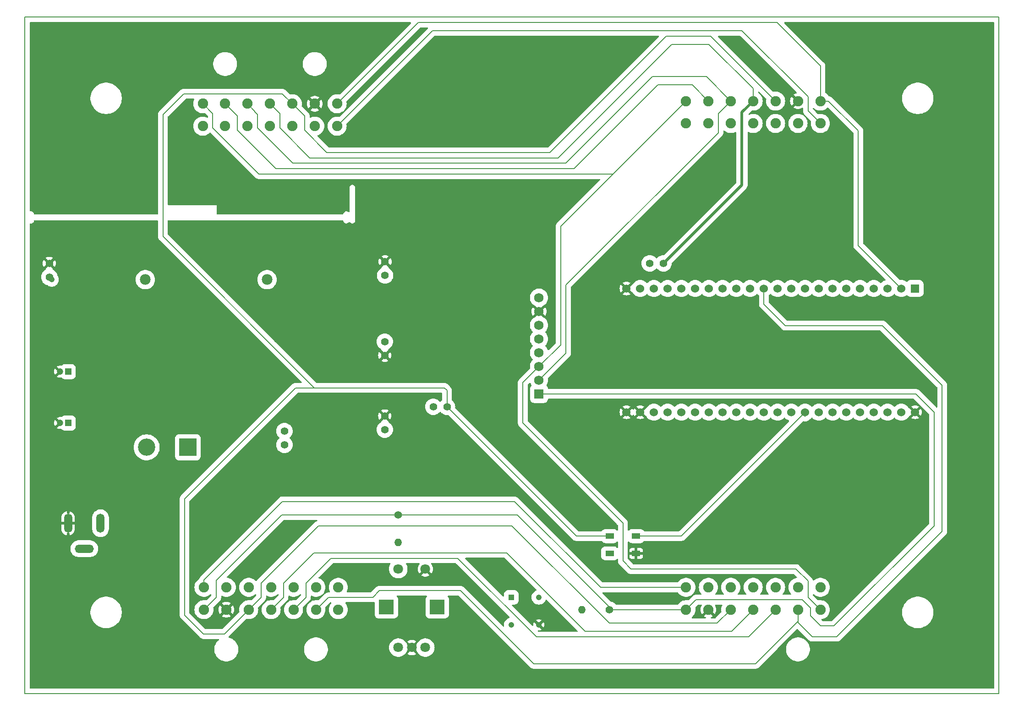
<source format=gbr>
%TF.GenerationSoftware,KiCad,Pcbnew,8.0.7*%
%TF.CreationDate,2025-02-17T17:04:28-05:00*%
%TF.ProjectId,seniordesign,73656e69-6f72-4646-9573-69676e2e6b69,rev?*%
%TF.SameCoordinates,Original*%
%TF.FileFunction,Copper,L1,Top*%
%TF.FilePolarity,Positive*%
%FSLAX46Y46*%
G04 Gerber Fmt 4.6, Leading zero omitted, Abs format (unit mm)*
G04 Created by KiCad (PCBNEW 8.0.7) date 2025-02-17 17:04:28*
%MOMM*%
%LPD*%
G01*
G04 APERTURE LIST*
%TA.AperFunction,NonConductor*%
%ADD10C,0.200000*%
%TD*%
%TA.AperFunction,ComponentPad*%
%ADD11R,1.200000X1.200000*%
%TD*%
%TA.AperFunction,ComponentPad*%
%ADD12C,1.200000*%
%TD*%
%TA.AperFunction,ComponentPad*%
%ADD13C,1.422400*%
%TD*%
%TA.AperFunction,ComponentPad*%
%ADD14R,1.066800X1.066800*%
%TD*%
%TA.AperFunction,ComponentPad*%
%ADD15C,1.066800*%
%TD*%
%TA.AperFunction,ComponentPad*%
%ADD16R,1.750000X1.750000*%
%TD*%
%TA.AperFunction,ComponentPad*%
%ADD17C,1.750000*%
%TD*%
%TA.AperFunction,ComponentPad*%
%ADD18C,1.908000*%
%TD*%
%TA.AperFunction,ComponentPad*%
%ADD19C,1.800000*%
%TD*%
%TA.AperFunction,ComponentPad*%
%ADD20R,2.700000X2.700000*%
%TD*%
%TA.AperFunction,SMDPad,CuDef*%
%ADD21R,1.500000X1.000000*%
%TD*%
%TA.AperFunction,ComponentPad*%
%ADD22C,1.400000*%
%TD*%
%TA.AperFunction,ComponentPad*%
%ADD23O,1.400000X1.400000*%
%TD*%
%TA.AperFunction,ComponentPad*%
%ADD24C,1.980000*%
%TD*%
%TA.AperFunction,ComponentPad*%
%ADD25R,1.530000X1.530000*%
%TD*%
%TA.AperFunction,ComponentPad*%
%ADD26C,1.530000*%
%TD*%
%TA.AperFunction,ComponentPad*%
%ADD27R,3.200000X3.200000*%
%TD*%
%TA.AperFunction,ComponentPad*%
%ADD28O,3.200000X3.200000*%
%TD*%
%TA.AperFunction,SMDPad,CuDef*%
%ADD29O,1.498600X3.505200*%
%TD*%
%TA.AperFunction,SMDPad,CuDef*%
%ADD30O,3.505200X1.498600*%
%TD*%
%TA.AperFunction,Conductor*%
%ADD31C,0.200000*%
%TD*%
%TA.AperFunction,Conductor*%
%ADD32C,0.500000*%
%TD*%
%TA.AperFunction,Conductor*%
%ADD33C,1.000000*%
%TD*%
G04 APERTURE END LIST*
D10*
X50000000Y-25000000D02*
X230000000Y-25000000D01*
X230000000Y-150000000D01*
X50000000Y-150000000D01*
X50000000Y-25000000D01*
D11*
%TO.P,C1,1*%
%TO.N,Net-(D1-A)*%
X58000000Y-100000000D03*
D12*
%TO.P,C1,2*%
%TO.N,GND*%
X56500000Y-100000000D03*
%TD*%
D13*
%TO.P,J10,1,1*%
%TO.N,GND*%
X54500000Y-70500000D03*
%TO.P,J10,2,2*%
%TO.N,Net-(F1-Pad2)*%
X54500000Y-73040000D03*
%TD*%
D14*
%TO.P,SW1,1,1*%
%TO.N,Net-(U1-GPIO38)*%
X139887100Y-132222000D03*
D15*
%TO.P,SW1,2,2*%
%TO.N,unconnected-(SW1-Pad2)*%
X139887100Y-137302000D03*
%TO.P,SW1,3,3*%
%TO.N,unconnected-(SW1-Pad3)*%
X144967100Y-132222000D03*
%TO.P,SW1,4,4*%
%TO.N,GND*%
X144967100Y-137302000D03*
%TD*%
D16*
%TO.P,J3,1,1*%
%TO.N,/3V3*%
X145000000Y-94620000D03*
D17*
%TO.P,J3,2,2*%
%TO.N,/SCK*%
X145000000Y-92080000D03*
%TO.P,J3,3,3*%
%TO.N,/MOSI*%
X145000000Y-89540000D03*
%TO.P,J3,4,4*%
%TO.N,/DC*%
X145000000Y-87000000D03*
%TO.P,J3,5,5*%
%TO.N,/RESET*%
X145000000Y-84460000D03*
%TO.P,J3,6,6*%
%TO.N,/screenCS*%
X145000000Y-81920000D03*
%TO.P,J3,7,7*%
%TO.N,GND*%
X145000000Y-79380000D03*
%TO.P,J3,8,8*%
%TO.N,+5V*%
X145000000Y-76840000D03*
%TD*%
D13*
%TO.P,J11,1,1*%
%TO.N,Net-(J11-Pad1)*%
X116500000Y-101236600D03*
%TO.P,J11,2,2*%
%TO.N,GND*%
X116500000Y-98696600D03*
%TD*%
%TO.P,J2,1,1*%
%TO.N,+5V*%
X128000000Y-97000000D03*
%TO.P,J2,2,2*%
%TO.N,Net-(J11-Pad1)*%
X125460000Y-97000000D03*
%TD*%
D18*
%TO.P,J4,1,1*%
%TO.N,/step4*%
X82860001Y-45139997D03*
%TO.P,J4,2,2*%
%TO.N,/dir4*%
X87000000Y-45139997D03*
%TO.P,J4,3,3*%
%TO.N,unconnected-(J4-Pad3)*%
X91140000Y-45139997D03*
%TO.P,J4,4,4*%
%TO.N,unconnected-(J4-Pad4)*%
X95279999Y-45139997D03*
%TO.P,J4,5,5*%
%TO.N,/pressureCS4*%
X99419998Y-45139997D03*
%TO.P,J4,6,6*%
%TO.N,/irVout4*%
X103559998Y-45139997D03*
%TO.P,J4,7,7*%
%TO.N,/irVin*%
X107699997Y-45139997D03*
%TO.P,J4,8,8*%
%TO.N,/MOSI*%
X82860001Y-41000000D03*
%TO.P,J4,9,9*%
%TO.N,/MISO*%
X87000000Y-41000000D03*
%TO.P,J4,10,10*%
%TO.N,/SCK*%
X91140000Y-41000000D03*
%TO.P,J4,11,11*%
%TO.N,+12V*%
X95279999Y-41000000D03*
%TO.P,J4,12,12*%
%TO.N,+5V*%
X99419998Y-41000000D03*
%TO.P,J4,13,13*%
%TO.N,GND*%
X103559998Y-41000000D03*
%TO.P,J4,14,14*%
%TO.N,/3V3*%
X107699997Y-41000000D03*
%TD*%
%TO.P,J6,1,1*%
%TO.N,/step2*%
X107919998Y-130360003D03*
%TO.P,J6,2,2*%
%TO.N,/dir2*%
X103779999Y-130360003D03*
%TO.P,J6,3,3*%
%TO.N,unconnected-(J6-Pad3)*%
X99639999Y-130360003D03*
%TO.P,J6,4,4*%
%TO.N,unconnected-(J6-Pad4)*%
X95500000Y-130360003D03*
%TO.P,J6,5,5*%
%TO.N,/pressureCS2*%
X91360001Y-130360003D03*
%TO.P,J6,6,6*%
%TO.N,/irVout2*%
X87220001Y-130360003D03*
%TO.P,J6,7,7*%
%TO.N,/irVin*%
X83080002Y-130360003D03*
%TO.P,J6,8,8*%
%TO.N,/MOSI*%
X107919998Y-134500000D03*
%TO.P,J6,9,9*%
%TO.N,/MISO*%
X103779999Y-134500000D03*
%TO.P,J6,10,10*%
%TO.N,/SCK*%
X99639999Y-134500000D03*
%TO.P,J6,11,11*%
%TO.N,+12V*%
X95500000Y-134500000D03*
%TO.P,J6,12,12*%
%TO.N,+5V*%
X91360001Y-134500000D03*
%TO.P,J6,13,13*%
%TO.N,GND*%
X87220001Y-134500000D03*
%TO.P,J6,14,14*%
%TO.N,/3V3*%
X83080002Y-134500000D03*
%TD*%
D19*
%TO.P,U2,A,A*%
%TO.N,/A*%
X119000000Y-141500000D03*
%TO.P,U2,B,B*%
%TO.N,/B*%
X124000000Y-141500000D03*
%TO.P,U2,C,C*%
%TO.N,GND*%
X121500000Y-141500000D03*
D20*
%TO.P,U2,P1*%
%TO.N,N/C*%
X116800000Y-134000000D03*
%TO.P,U2,P2*%
X126200000Y-134000000D03*
D19*
%TO.P,U2,S1,S1*%
%TO.N,/RotorSW*%
X119000000Y-127000000D03*
%TO.P,U2,S2,S2*%
%TO.N,GND*%
X124000000Y-127000000D03*
%TD*%
D18*
%TO.P,J5,1,1*%
%TO.N,/step3*%
X172160004Y-44639997D03*
%TO.P,J5,2,2*%
%TO.N,/dir3*%
X176300003Y-44639997D03*
%TO.P,J5,3,3*%
%TO.N,unconnected-(J5-Pad3)*%
X180440003Y-44639997D03*
%TO.P,J5,4,4*%
%TO.N,unconnected-(J5-Pad4)*%
X184580002Y-44639997D03*
%TO.P,J5,5,5*%
%TO.N,/pressureCS3*%
X188720001Y-44639997D03*
%TO.P,J5,6,6*%
%TO.N,/irVout3*%
X192860001Y-44639997D03*
%TO.P,J5,7,7*%
%TO.N,/irVin*%
X197000000Y-44639997D03*
%TO.P,J5,8,8*%
%TO.N,/MOSI*%
X172160004Y-40500000D03*
%TO.P,J5,9,9*%
%TO.N,/MISO*%
X176300003Y-40500000D03*
%TO.P,J5,10,10*%
%TO.N,/SCK*%
X180440003Y-40500000D03*
%TO.P,J5,11,11*%
%TO.N,+12V*%
X184580002Y-40500000D03*
%TO.P,J5,12,12*%
%TO.N,+5V*%
X188720001Y-40500000D03*
%TO.P,J5,13,13*%
%TO.N,GND*%
X192860001Y-40500000D03*
%TO.P,J5,14,14*%
%TO.N,/3V3*%
X197000000Y-40500000D03*
%TD*%
D13*
%TO.P,J13,1,1*%
%TO.N,Net-(J12-Pad2)*%
X116555500Y-72736600D03*
%TO.P,J13,2,2*%
%TO.N,GND*%
X116555500Y-70196600D03*
%TD*%
D21*
%TO.P,D3,1,VSS*%
%TO.N,GND*%
X162950000Y-124100000D03*
%TO.P,D3,2,DIN*%
%TO.N,/neo pixel*%
X162950000Y-120900000D03*
%TO.P,D3,3,VDD*%
%TO.N,+5V*%
X158050000Y-120900000D03*
%TO.P,D3,4,DOUT*%
%TO.N,unconnected-(D3-DOUT-Pad4)*%
X158050000Y-124100000D03*
%TD*%
D22*
%TO.P,R1,1*%
%TO.N,/3V3*%
X158040000Y-134500000D03*
D23*
%TO.P,R1,2*%
%TO.N,Net-(U1-GPIO38)*%
X152960000Y-134500000D03*
%TD*%
D18*
%TO.P,J7,1,1*%
%TO.N,/step1*%
X197000000Y-130360003D03*
%TO.P,J7,2,2*%
%TO.N,/dir1*%
X192860001Y-130360003D03*
%TO.P,J7,3,3*%
%TO.N,unconnected-(J7-Pad3)*%
X188720001Y-130360003D03*
%TO.P,J7,4,4*%
%TO.N,unconnected-(J7-Pad4)*%
X184580002Y-130360003D03*
%TO.P,J7,5,5*%
%TO.N,/pressureCS1*%
X180440003Y-130360003D03*
%TO.P,J7,6,6*%
%TO.N,/irVout1*%
X176300003Y-130360003D03*
%TO.P,J7,7,7*%
%TO.N,/irVin*%
X172160004Y-130360003D03*
%TO.P,J7,8,8*%
%TO.N,/MOSI*%
X197000000Y-134500000D03*
%TO.P,J7,9,9*%
%TO.N,/MISO*%
X192860001Y-134500000D03*
%TO.P,J7,10,10*%
%TO.N,/SCK*%
X188720001Y-134500000D03*
%TO.P,J7,11,11*%
%TO.N,+12V*%
X184580002Y-134500000D03*
%TO.P,J7,12,12*%
%TO.N,+5V*%
X180440003Y-134500000D03*
%TO.P,J7,13,13*%
%TO.N,GND*%
X176300003Y-134500000D03*
%TO.P,J7,14,14*%
%TO.N,/3V3*%
X172160004Y-134500000D03*
%TD*%
D24*
%TO.P,F1,1*%
%TO.N,Net-(F1-Pad1)*%
X94750000Y-73500000D03*
%TO.P,F1,2*%
%TO.N,Net-(F1-Pad2)*%
X72250000Y-73500000D03*
%TD*%
D11*
%TO.P,C2,1*%
%TO.N,Net-(D1-A)*%
X58000000Y-90500000D03*
D12*
%TO.P,C2,2*%
%TO.N,GND*%
X56500000Y-90500000D03*
%TD*%
D25*
%TO.P,U1,J1_1,3V3*%
%TO.N,/3V3*%
X214500000Y-75140000D03*
D26*
%TO.P,U1,J1_2,3V3*%
X211960000Y-75140000D03*
%TO.P,U1,J1_3,RST*%
%TO.N,unconnected-(U1-RST-PadJ1_3)*%
X209420000Y-75140000D03*
%TO.P,U1,J1_4,GPIO4*%
%TO.N,/irVout3*%
X206880000Y-75140000D03*
%TO.P,U1,J1_5,GPIO5*%
%TO.N,/pressureCS3*%
X204340000Y-75140000D03*
%TO.P,U1,J1_6,GPIO6*%
%TO.N,/dir3*%
X201800000Y-75140000D03*
%TO.P,U1,J1_7,GPIO7*%
%TO.N,/step3*%
X199260000Y-75140000D03*
%TO.P,U1,J1_8,GPIO15*%
%TO.N,/irVout4*%
X196720000Y-75140000D03*
%TO.P,U1,J1_9,GPIO16*%
%TO.N,/pressureCS4*%
X194180000Y-75140000D03*
%TO.P,U1,J1_10,GPIO17*%
%TO.N,/dir4*%
X191640000Y-75140000D03*
%TO.P,U1,J1_11,GPIO18*%
%TO.N,/step4*%
X189100000Y-75140000D03*
%TO.P,U1,J1_12,GPIO8*%
%TO.N,/MISO*%
X186560000Y-75140000D03*
%TO.P,U1,J1_13,GPIO3*%
%TO.N,/SCK*%
X184020000Y-75140000D03*
%TO.P,U1,J1_14,GPIO46*%
%TO.N,/MOSI*%
X181480000Y-75140000D03*
%TO.P,U1,J1_15,GPIO9*%
%TO.N,/DC*%
X178940000Y-75140000D03*
%TO.P,U1,J1_16,GPIO10*%
%TO.N,/RESET*%
X176400000Y-75140000D03*
%TO.P,U1,J1_17,GPIO11*%
%TO.N,/screenCS*%
X173860000Y-75140000D03*
%TO.P,U1,J1_18,GPIO12*%
%TO.N,unconnected-(U1-GPIO12-PadJ1_18)*%
X171320000Y-75140000D03*
%TO.P,U1,J1_19,GPIO13*%
%TO.N,unconnected-(U1-GPIO13-PadJ1_19)*%
X168780000Y-75140000D03*
%TO.P,U1,J1_20,GPIO14*%
%TO.N,unconnected-(U1-GPIO14-PadJ1_20)*%
X166240000Y-75140000D03*
%TO.P,U1,J1_21,5V0*%
%TO.N,+5V*%
X163700000Y-75140000D03*
%TO.P,U1,J1_22,GND*%
%TO.N,GND*%
X161160000Y-75140000D03*
%TO.P,U1,J3_1,GND*%
X214500000Y-98000000D03*
%TO.P,U1,J3_2,U0TXD/GPIO43*%
%TO.N,unconnected-(U1-U0TXD{slash}GPIO43-PadJ3_2)*%
X211960000Y-98000000D03*
%TO.P,U1,J3_3,U0RXD/GPIO44*%
%TO.N,unconnected-(U1-U0RXD{slash}GPIO44-PadJ3_3)*%
X209420000Y-98000000D03*
%TO.P,U1,J3_4,GPIO1*%
%TO.N,/step1*%
X206880000Y-98000000D03*
%TO.P,U1,J3_5,GPIO2*%
%TO.N,/dir1*%
X204340000Y-98000000D03*
%TO.P,U1,J3_6,MTMS/GPIO42*%
%TO.N,/pressureCS1*%
X201800000Y-98000000D03*
%TO.P,U1,J3_7,MTDI/GPIO41*%
%TO.N,/irVout1*%
X199260000Y-98000000D03*
%TO.P,U1,J3_8,MTDO/GPIO40*%
%TO.N,/irVin*%
X196720000Y-98000000D03*
%TO.P,U1,J3_9,MTCK/GPIO39*%
%TO.N,/neo pixel*%
X194180000Y-98000000D03*
%TO.P,U1,J3_10,GPIO38*%
%TO.N,Net-(U1-GPIO38)*%
X191640000Y-98000000D03*
%TO.P,U1,J3_11,GPIO37*%
%TO.N,/RotorSW*%
X189100000Y-98000000D03*
%TO.P,U1,J3_12,GPIO36*%
%TO.N,/A*%
X186560000Y-98000000D03*
%TO.P,U1,J3_13,GPIO35*%
%TO.N,/B*%
X184020000Y-98000000D03*
%TO.P,U1,J3_14,GPIO0*%
%TO.N,/step2*%
X181480000Y-98000000D03*
%TO.P,U1,J3_15,GPIO45*%
%TO.N,/dir2*%
X178940000Y-98000000D03*
%TO.P,U1,J3_16,GPIO48*%
%TO.N,/pressureCS2*%
X176400000Y-98000000D03*
%TO.P,U1,J3_17,GPIO47*%
%TO.N,/irVout2*%
X173860000Y-98000000D03*
%TO.P,U1,J3_18,GPIO21*%
%TO.N,unconnected-(U1-GPIO21-PadJ3_18)*%
X171320000Y-98000000D03*
%TO.P,U1,J3_19,USB_D+/GPIO20*%
%TO.N,unconnected-(U1-USB_D+{slash}GPIO20-PadJ3_19)*%
X168780000Y-98000000D03*
%TO.P,U1,J3_20,USB_D-/GPIO19*%
%TO.N,unconnected-(U1-USB_D-{slash}GPIO19-PadJ3_20)*%
X166240000Y-98000000D03*
%TO.P,U1,J3_21,GND*%
%TO.N,GND*%
X163700000Y-98000000D03*
%TO.P,U1,J3_22,GND*%
X161160000Y-98000000D03*
%TD*%
D13*
%TO.P,J12,1,1*%
%TO.N,+12V*%
X168000000Y-70500000D03*
%TO.P,J12,2,2*%
%TO.N,Net-(J12-Pad2)*%
X165460000Y-70500000D03*
%TD*%
D27*
%TO.P,D1,1,K*%
%TO.N,Net-(D1-K)*%
X80110000Y-104500000D03*
D28*
%TO.P,D1,2,A*%
%TO.N,Net-(D1-A)*%
X72490000Y-104500000D03*
%TD*%
D22*
%TO.P,R3,1*%
%TO.N,/3V3*%
X119000000Y-116960000D03*
D23*
%TO.P,R3,2*%
%TO.N,/RotorSW*%
X119000000Y-122040000D03*
%TD*%
D29*
%TO.P,J1,1,1*%
%TO.N,Net-(D1-A)*%
X63975351Y-118523250D03*
%TO.P,J1,2,2*%
%TO.N,GND*%
X57975350Y-118523250D03*
D30*
%TO.P,J1,3,3*%
%TO.N,unconnected-(J1-Pad3)*%
X60975351Y-123223251D03*
%TD*%
D13*
%TO.P,J9,1,1*%
%TO.N,Net-(F1-Pad2)*%
X116500000Y-84960000D03*
%TO.P,J9,2,2*%
%TO.N,GND*%
X116500000Y-87500000D03*
%TD*%
%TO.P,J8,1,1*%
%TO.N,Net-(F1-Pad1)*%
X97960000Y-101500000D03*
%TO.P,J8,2,2*%
%TO.N,Net-(D1-K)*%
X97960000Y-104040000D03*
%TD*%
D31*
%TO.N,+12V*%
X139000000Y-124000000D02*
X153500000Y-138500000D01*
X103378050Y-124000000D02*
X139000000Y-124000000D01*
D32*
X180500000Y-58000000D02*
X168000000Y-70500000D01*
D31*
X176400897Y-30000000D02*
X184580002Y-38179105D01*
X148500000Y-51000000D02*
X169500000Y-30000000D01*
X97133999Y-42854000D02*
X97133999Y-45475950D01*
X95500000Y-134500000D02*
X97785999Y-132214001D01*
X180580002Y-138500000D02*
X184580002Y-134500000D01*
X102658049Y-51000000D02*
X148500000Y-51000000D01*
D32*
X182500000Y-56000000D02*
X180500000Y-58000000D01*
D31*
X97133999Y-45475950D02*
X102658049Y-51000000D01*
X184580002Y-38179105D02*
X184580002Y-40500000D01*
X97785999Y-129592051D02*
X103378050Y-124000000D01*
X95279999Y-41000000D02*
X97133999Y-42854000D01*
X97785999Y-132214001D02*
X97785999Y-129592051D01*
D32*
X184580002Y-40500000D02*
X182500000Y-42580002D01*
D31*
X153500000Y-138500000D02*
X180580002Y-138500000D01*
D32*
X182500000Y-42580002D02*
X182500000Y-56000000D01*
D31*
X169500000Y-30000000D02*
X176400897Y-30000000D01*
%TO.N,+5V*%
X147000000Y-50000000D02*
X168500000Y-28500000D01*
X79500000Y-135500000D02*
X79500000Y-114000000D01*
X93646000Y-132214001D02*
X93646000Y-129592051D01*
X79500000Y-114000000D02*
X100000000Y-93500000D01*
X140000000Y-119000000D02*
X158000000Y-137000000D01*
X75500000Y-43000000D02*
X75500000Y-65500000D01*
X93646000Y-129592051D02*
X104238051Y-119000000D01*
X101705998Y-45907949D02*
X105798049Y-50000000D01*
X158050000Y-120900000D02*
X151900000Y-120900000D01*
X91360001Y-134500000D02*
X86860001Y-139000000D01*
X168500000Y-28500000D02*
X176720001Y-28500000D01*
X128000000Y-94000000D02*
X128000000Y-97000000D01*
X83000000Y-139000000D02*
X79500000Y-135500000D01*
X79354000Y-39146000D02*
X75500000Y-43000000D01*
X177940003Y-137000000D02*
X180440003Y-134500000D01*
X99419998Y-41000000D02*
X97565998Y-39146000D01*
X105798049Y-50000000D02*
X147000000Y-50000000D01*
X97565998Y-39146000D02*
X79354000Y-39146000D01*
X103500000Y-93500000D02*
X127500000Y-93500000D01*
X127500000Y-93500000D02*
X128000000Y-94000000D01*
X151900000Y-120900000D02*
X128000000Y-97000000D01*
X176720001Y-28500000D02*
X188720001Y-40500000D01*
X99419998Y-41000000D02*
X101705998Y-43286000D01*
X158000000Y-137000000D02*
X177940003Y-137000000D01*
X91360001Y-134500000D02*
X93646000Y-132214001D01*
X75500000Y-65500000D02*
X103500000Y-93500000D01*
X104238051Y-119000000D02*
X140000000Y-119000000D01*
X86860001Y-139000000D02*
X83000000Y-139000000D01*
X100000000Y-93500000D02*
X103500000Y-93500000D01*
X101705998Y-43286000D02*
X101705998Y-45907949D01*
%TO.N,/neo pixel*%
X171280000Y-120900000D02*
X194180000Y-98000000D01*
X162950000Y-120900000D02*
X171280000Y-120900000D01*
X194180000Y-98820000D02*
X194180000Y-98000000D01*
D33*
%TO.N,Net-(D1-K)*%
X80110000Y-104500000D02*
X80610000Y-104000000D01*
X98000000Y-104000000D02*
X97960000Y-104040000D01*
D31*
%TO.N,/MOSI*%
X149000000Y-63660004D02*
X158660004Y-54000000D01*
X194714001Y-132214001D02*
X194714001Y-129214001D01*
X160500000Y-125500000D02*
X160500000Y-118500000D01*
X160500000Y-118500000D02*
X142000000Y-100000000D01*
X194714001Y-129214001D02*
X192500000Y-127000000D01*
X149000000Y-85540000D02*
X149000000Y-63660004D01*
X84714001Y-45475950D02*
X93238051Y-54000000D01*
X197000000Y-134500000D02*
X194714001Y-132214001D01*
X142000000Y-100000000D02*
X142000000Y-92540000D01*
X158660004Y-54000000D02*
X172160004Y-40500000D01*
X181480000Y-75520000D02*
X181480000Y-75140000D01*
X142000000Y-92540000D02*
X145000000Y-89540000D01*
X145000000Y-89540000D02*
X149000000Y-85540000D01*
X162000000Y-127000000D02*
X160500000Y-125500000D01*
X93238051Y-54000000D02*
X158660004Y-54000000D01*
X84714001Y-42854000D02*
X84714001Y-45475950D01*
X192500000Y-127000000D02*
X162000000Y-127000000D01*
X82860001Y-41000000D02*
X84714001Y-42854000D01*
%TO.N,/3V3*%
X188960897Y-26000000D02*
X197000000Y-34039103D01*
X195146000Y-134164047D02*
X195146000Y-135646000D01*
X195146000Y-135646000D02*
X197000000Y-137500000D01*
X211960000Y-75140000D02*
X204000000Y-67180000D01*
X85366001Y-129133999D02*
X97500000Y-117000000D01*
X198500000Y-40500000D02*
X197000000Y-40500000D01*
X122699997Y-26000000D02*
X188960897Y-26000000D01*
X214620000Y-94620000D02*
X145000000Y-94620000D01*
X85366001Y-132214001D02*
X85366001Y-129133999D01*
X218000000Y-119000000D02*
X218000000Y-98000000D01*
X83080002Y-134500000D02*
X85366001Y-132214001D01*
X197000000Y-137500000D02*
X199500000Y-137500000D01*
X174014004Y-132646000D02*
X193627953Y-132646000D01*
X141000000Y-117000000D02*
X158500000Y-134500000D01*
X172160004Y-134500000D02*
X174014004Y-132646000D01*
X107699997Y-41000000D02*
X122699997Y-26000000D01*
X218000000Y-98000000D02*
X214620000Y-94620000D01*
X204000000Y-46000000D02*
X198500000Y-40500000D01*
X193627953Y-132646000D02*
X195146000Y-134164047D01*
X97500000Y-117000000D02*
X141000000Y-117000000D01*
X197000000Y-34039103D02*
X197000000Y-40500000D01*
X199500000Y-137500000D02*
X218000000Y-119000000D01*
X204000000Y-67180000D02*
X204000000Y-46000000D01*
X158500000Y-134500000D02*
X172160004Y-134500000D01*
%TO.N,/SCK*%
X91140000Y-41000000D02*
X92500000Y-42360000D01*
X175940003Y-36000000D02*
X180440003Y-40500000D01*
X99639999Y-134500000D02*
X101925999Y-132214000D01*
X180440003Y-40500000D02*
X178154003Y-42786000D01*
X101925999Y-129592051D02*
X106518050Y-125000000D01*
X150000000Y-74500000D02*
X150000000Y-87080000D01*
X92500000Y-42360000D02*
X92500000Y-42500000D01*
X150000000Y-52000000D02*
X166000000Y-36000000D01*
X183720001Y-139500000D02*
X188720001Y-134500000D01*
X106518050Y-125000000D02*
X130000000Y-125000000D01*
X99518050Y-52000000D02*
X150000000Y-52000000D01*
X178154003Y-46345997D02*
X150000000Y-74500000D01*
X130000000Y-125000000D02*
X144500000Y-139500000D01*
X166000000Y-36000000D02*
X175940003Y-36000000D01*
X144500000Y-139500000D02*
X183720001Y-139500000D01*
X93000000Y-43000000D02*
X93000000Y-45481950D01*
X150000000Y-87080000D02*
X145000000Y-92080000D01*
X92500000Y-42500000D02*
X93000000Y-43000000D01*
X101925999Y-132214000D02*
X101925999Y-129592051D01*
X178154003Y-42786000D02*
X178154003Y-46345997D01*
X93000000Y-45481950D02*
X99518050Y-52000000D01*
%TO.N,/MISO*%
X190500000Y-82000000D02*
X186560000Y-78060000D01*
X151500000Y-53000000D02*
X167000000Y-37500000D01*
X186560000Y-78060000D02*
X186560000Y-75140000D01*
X167000000Y-37500000D02*
X173300003Y-37500000D01*
X192860001Y-134500000D02*
X192860001Y-136860001D01*
X219500000Y-93000000D02*
X208500000Y-82000000D01*
X103779999Y-134500000D02*
X106065996Y-132214003D01*
X115500000Y-131000000D02*
X130500000Y-131000000D01*
X192860001Y-136639999D02*
X192860001Y-134500000D01*
X87000000Y-41000000D02*
X89286000Y-43286000D01*
X200000000Y-139500000D02*
X219500000Y-120000000D01*
X130500000Y-131000000D02*
X144000000Y-144500000D01*
X144000000Y-144500000D02*
X185000000Y-144500000D01*
X106065996Y-132214003D02*
X114285997Y-132214003D01*
X185000000Y-144500000D02*
X192860001Y-136639999D01*
X114285997Y-132214003D02*
X115500000Y-131000000D01*
X192860001Y-136860001D02*
X195500000Y-139500000D01*
X208500000Y-82000000D02*
X190500000Y-82000000D01*
X96378051Y-53000000D02*
X151500000Y-53000000D01*
X89286000Y-45907949D02*
X96378051Y-53000000D01*
X173300003Y-37500000D02*
X176300003Y-40500000D01*
X219500000Y-120000000D02*
X219500000Y-93000000D01*
X89286000Y-43286000D02*
X89286000Y-45907949D01*
X195500000Y-139500000D02*
X200000000Y-139500000D01*
%TO.N,/irVin*%
X140500000Y-114500000D02*
X156360003Y-130360003D01*
X97590846Y-114500000D02*
X140500000Y-114500000D01*
X156360003Y-130360003D02*
X172160004Y-130360003D01*
X125339995Y-27499999D02*
X107699997Y-45139997D01*
X194714001Y-39732048D02*
X182481952Y-27499999D01*
X194714001Y-42353998D02*
X194714001Y-39732048D01*
X83080002Y-130360003D02*
X83080002Y-129010844D01*
X182481952Y-27499999D02*
X125339995Y-27499999D01*
X197000000Y-44639997D02*
X194714001Y-42353998D01*
X83080002Y-129010844D02*
X97590846Y-114500000D01*
D33*
%TO.N,Net-(F1-Pad2)*%
X54960000Y-73500000D02*
X54500000Y-73040000D01*
%TD*%
%TA.AperFunction,Conductor*%
%TO.N,GND*%
G36*
X229042539Y-25920185D02*
G01*
X229088294Y-25972989D01*
X229099500Y-26024500D01*
X229099500Y-148975500D01*
X229079815Y-149042539D01*
X229027011Y-149088294D01*
X228975500Y-149099500D01*
X51024500Y-149099500D01*
X50957461Y-149079815D01*
X50911706Y-149027011D01*
X50900500Y-148975500D01*
X50900500Y-134837106D01*
X62099500Y-134837106D01*
X62099500Y-135162893D01*
X62135974Y-135486604D01*
X62135976Y-135486620D01*
X62208467Y-135804226D01*
X62208471Y-135804238D01*
X62316066Y-136111725D01*
X62457413Y-136405234D01*
X62480082Y-136441311D01*
X62630739Y-136681081D01*
X62760692Y-136844037D01*
X62809004Y-136904619D01*
X62833857Y-136935783D01*
X63064217Y-137166143D01*
X63318919Y-137369261D01*
X63594763Y-137542585D01*
X63888278Y-137683935D01*
X64105525Y-137759953D01*
X64195761Y-137791528D01*
X64195773Y-137791532D01*
X64513383Y-137864024D01*
X64837106Y-137900499D01*
X64837107Y-137900500D01*
X64837111Y-137900500D01*
X65162893Y-137900500D01*
X65162893Y-137900499D01*
X65486617Y-137864024D01*
X65804227Y-137791532D01*
X66111722Y-137683935D01*
X66405237Y-137542585D01*
X66681081Y-137369261D01*
X66935783Y-137166143D01*
X67166143Y-136935783D01*
X67369261Y-136681081D01*
X67542585Y-136405237D01*
X67683935Y-136111722D01*
X67791532Y-135804227D01*
X67864024Y-135486617D01*
X67900500Y-135162889D01*
X67900500Y-134837111D01*
X67864024Y-134513383D01*
X67791532Y-134195773D01*
X67683935Y-133888278D01*
X67542585Y-133594763D01*
X67369261Y-133318919D01*
X67166143Y-133064217D01*
X66935783Y-132833857D01*
X66889001Y-132796550D01*
X66804236Y-132728952D01*
X66681081Y-132630739D01*
X66490570Y-132511033D01*
X66405234Y-132457413D01*
X66111725Y-132316066D01*
X65804238Y-132208471D01*
X65804226Y-132208467D01*
X65486620Y-132135976D01*
X65486604Y-132135974D01*
X65162893Y-132099500D01*
X65162889Y-132099500D01*
X64837111Y-132099500D01*
X64837107Y-132099500D01*
X64513395Y-132135974D01*
X64513379Y-132135976D01*
X64195773Y-132208467D01*
X64195761Y-132208471D01*
X63888274Y-132316066D01*
X63594765Y-132457413D01*
X63318920Y-132630738D01*
X63064217Y-132833856D01*
X62833856Y-133064217D01*
X62630738Y-133318920D01*
X62457413Y-133594765D01*
X62316066Y-133888274D01*
X62208471Y-134195761D01*
X62208467Y-134195773D01*
X62135976Y-134513379D01*
X62135974Y-134513395D01*
X62099500Y-134837106D01*
X50900500Y-134837106D01*
X50900500Y-123101279D01*
X58422251Y-123101279D01*
X58422251Y-123345222D01*
X58460413Y-123586164D01*
X58535793Y-123818165D01*
X58535794Y-123818168D01*
X58646543Y-124035523D01*
X58789930Y-124232878D01*
X58962424Y-124405372D01*
X59159779Y-124548759D01*
X59266385Y-124603077D01*
X59377133Y-124659507D01*
X59377136Y-124659508D01*
X59493136Y-124697198D01*
X59609139Y-124734889D01*
X59850079Y-124773051D01*
X59850080Y-124773051D01*
X62100622Y-124773051D01*
X62100623Y-124773051D01*
X62341563Y-124734889D01*
X62573568Y-124659507D01*
X62790923Y-124548759D01*
X62988278Y-124405372D01*
X63160772Y-124232878D01*
X63304159Y-124035523D01*
X63414907Y-123818168D01*
X63490289Y-123586163D01*
X63528451Y-123345223D01*
X63528451Y-123101279D01*
X63490289Y-122860339D01*
X63414907Y-122628334D01*
X63414907Y-122628333D01*
X63304158Y-122410978D01*
X63160772Y-122213624D01*
X62988278Y-122041130D01*
X62790923Y-121897743D01*
X62573568Y-121786994D01*
X62573565Y-121786993D01*
X62341564Y-121711613D01*
X62221093Y-121692532D01*
X62100623Y-121673451D01*
X59850079Y-121673451D01*
X59769765Y-121686171D01*
X59609137Y-121711613D01*
X59377136Y-121786993D01*
X59377133Y-121786994D01*
X59159778Y-121897743D01*
X59067344Y-121964901D01*
X58962424Y-122041130D01*
X58962422Y-122041132D01*
X58962421Y-122041132D01*
X58789932Y-122213621D01*
X58789932Y-122213622D01*
X58789930Y-122213624D01*
X58728350Y-122298380D01*
X58646543Y-122410978D01*
X58535794Y-122628333D01*
X58535793Y-122628336D01*
X58460413Y-122860337D01*
X58422251Y-123101279D01*
X50900500Y-123101279D01*
X50900500Y-117421628D01*
X56726050Y-117421628D01*
X56726050Y-118273250D01*
X57350850Y-118273250D01*
X57417889Y-118292935D01*
X57463644Y-118345739D01*
X57474850Y-118397250D01*
X57474850Y-118649250D01*
X57455165Y-118716289D01*
X57402361Y-118762044D01*
X57350850Y-118773250D01*
X56726050Y-118773250D01*
X56726050Y-119624871D01*
X56756812Y-119819096D01*
X56817576Y-120006112D01*
X56817577Y-120006115D01*
X56906853Y-120181326D01*
X57022439Y-120340416D01*
X57161483Y-120479460D01*
X57320573Y-120595046D01*
X57495784Y-120684322D01*
X57495787Y-120684323D01*
X57682797Y-120745085D01*
X57725350Y-120751825D01*
X57725350Y-120388327D01*
X57745035Y-120321288D01*
X57797839Y-120275533D01*
X57866997Y-120265589D01*
X57873522Y-120266706D01*
X57901895Y-120272350D01*
X58048805Y-120272350D01*
X58077158Y-120266710D01*
X58146749Y-120272937D01*
X58201927Y-120315799D01*
X58225172Y-120381688D01*
X58225350Y-120388327D01*
X58225350Y-120751824D01*
X58267902Y-120745085D01*
X58454912Y-120684323D01*
X58454915Y-120684322D01*
X58630126Y-120595046D01*
X58789216Y-120479460D01*
X58928260Y-120340416D01*
X59043846Y-120181326D01*
X59133122Y-120006115D01*
X59133123Y-120006112D01*
X59193887Y-119819096D01*
X59224650Y-119624871D01*
X59224650Y-118773250D01*
X58599850Y-118773250D01*
X58532811Y-118753565D01*
X58487056Y-118700761D01*
X58475850Y-118649250D01*
X58475850Y-118397250D01*
X58495535Y-118330211D01*
X58548339Y-118284456D01*
X58599850Y-118273250D01*
X59224650Y-118273250D01*
X59224650Y-117421628D01*
X59220904Y-117397978D01*
X62425551Y-117397978D01*
X62425551Y-119648521D01*
X62463713Y-119889463D01*
X62539093Y-120121464D01*
X62539094Y-120121467D01*
X62638112Y-120315799D01*
X62649843Y-120338822D01*
X62793230Y-120536177D01*
X62965724Y-120708671D01*
X63163079Y-120852058D01*
X63269685Y-120906376D01*
X63380433Y-120962806D01*
X63380436Y-120962807D01*
X63496436Y-121000497D01*
X63612439Y-121038188D01*
X63853379Y-121076350D01*
X63853380Y-121076350D01*
X64097322Y-121076350D01*
X64097323Y-121076350D01*
X64338263Y-121038188D01*
X64570268Y-120962806D01*
X64787623Y-120852058D01*
X64984978Y-120708671D01*
X65157472Y-120536177D01*
X65300859Y-120338822D01*
X65411607Y-120121467D01*
X65486989Y-119889462D01*
X65525151Y-119648522D01*
X65525151Y-117397978D01*
X65486989Y-117157038D01*
X65411607Y-116925033D01*
X65411607Y-116925032D01*
X65349331Y-116802810D01*
X65300859Y-116707678D01*
X65157472Y-116510323D01*
X64984978Y-116337829D01*
X64787623Y-116194442D01*
X64679050Y-116139121D01*
X64570268Y-116083693D01*
X64570265Y-116083692D01*
X64338264Y-116008312D01*
X64217793Y-115989231D01*
X64097323Y-115970150D01*
X63853379Y-115970150D01*
X63773065Y-115982870D01*
X63612437Y-116008312D01*
X63380436Y-116083692D01*
X63380433Y-116083693D01*
X63163078Y-116194442D01*
X63050480Y-116276249D01*
X62965724Y-116337829D01*
X62965722Y-116337831D01*
X62965721Y-116337831D01*
X62793232Y-116510320D01*
X62793232Y-116510321D01*
X62793230Y-116510323D01*
X62731650Y-116595079D01*
X62649843Y-116707677D01*
X62539094Y-116925032D01*
X62539093Y-116925035D01*
X62463713Y-117157036D01*
X62425551Y-117397978D01*
X59220904Y-117397978D01*
X59193887Y-117227403D01*
X59133123Y-117040387D01*
X59133122Y-117040384D01*
X59043846Y-116865173D01*
X58928260Y-116706083D01*
X58789216Y-116567039D01*
X58630126Y-116451453D01*
X58454915Y-116362177D01*
X58454909Y-116362175D01*
X58267893Y-116301411D01*
X58225350Y-116294673D01*
X58225350Y-116658172D01*
X58205665Y-116725211D01*
X58152861Y-116770966D01*
X58083703Y-116780910D01*
X58077160Y-116779790D01*
X58073980Y-116779157D01*
X58048805Y-116774150D01*
X57901895Y-116774150D01*
X57873540Y-116779790D01*
X57803948Y-116773561D01*
X57748771Y-116730697D01*
X57725528Y-116664807D01*
X57725350Y-116658172D01*
X57725350Y-116294673D01*
X57725349Y-116294673D01*
X57682806Y-116301411D01*
X57495790Y-116362175D01*
X57495784Y-116362177D01*
X57320573Y-116451453D01*
X57161483Y-116567039D01*
X57022439Y-116706083D01*
X56906853Y-116865173D01*
X56817577Y-117040384D01*
X56817576Y-117040387D01*
X56756812Y-117227403D01*
X56726050Y-117421628D01*
X50900500Y-117421628D01*
X50900500Y-104499994D01*
X70084754Y-104499994D01*
X70084754Y-104500005D01*
X70103718Y-104801446D01*
X70103719Y-104801453D01*
X70160320Y-105098164D01*
X70253659Y-105385431D01*
X70253661Y-105385436D01*
X70382265Y-105658732D01*
X70382268Y-105658738D01*
X70544111Y-105913763D01*
X70544114Y-105913767D01*
X70544115Y-105913768D01*
X70735370Y-106144956D01*
X70736652Y-106146505D01*
X70956836Y-106353272D01*
X70956846Y-106353280D01*
X71201193Y-106530808D01*
X71201198Y-106530810D01*
X71201205Y-106530816D01*
X71465896Y-106676332D01*
X71465901Y-106676334D01*
X71465903Y-106676335D01*
X71465904Y-106676336D01*
X71746734Y-106787524D01*
X71746737Y-106787525D01*
X71844259Y-106812564D01*
X72039302Y-106862642D01*
X72186039Y-106881179D01*
X72338963Y-106900499D01*
X72338969Y-106900499D01*
X72338973Y-106900500D01*
X72338975Y-106900500D01*
X72641025Y-106900500D01*
X72641027Y-106900500D01*
X72641032Y-106900499D01*
X72641036Y-106900499D01*
X72720591Y-106890448D01*
X72940698Y-106862642D01*
X73233262Y-106787525D01*
X73233265Y-106787524D01*
X73514095Y-106676336D01*
X73514096Y-106676335D01*
X73514094Y-106676335D01*
X73514104Y-106676332D01*
X73778795Y-106530816D01*
X74023162Y-106353274D01*
X74243349Y-106146504D01*
X74435885Y-105913768D01*
X74597733Y-105658736D01*
X74726341Y-105385430D01*
X74819681Y-105098160D01*
X74876280Y-104801457D01*
X74880875Y-104728419D01*
X74895246Y-104500005D01*
X74895246Y-104499994D01*
X74876281Y-104198553D01*
X74876280Y-104198546D01*
X74876280Y-104198543D01*
X74819681Y-103901840D01*
X74726341Y-103614570D01*
X74706031Y-103571410D01*
X74602589Y-103351584D01*
X74597733Y-103341264D01*
X74569828Y-103297293D01*
X74435888Y-103086236D01*
X74337878Y-102967762D01*
X74244625Y-102855039D01*
X77709500Y-102855039D01*
X77709500Y-106144960D01*
X77724630Y-106279249D01*
X77724631Y-106279254D01*
X77784211Y-106449523D01*
X77835286Y-106530808D01*
X77880184Y-106602262D01*
X78007738Y-106729816D01*
X78160478Y-106825789D01*
X78265798Y-106862642D01*
X78330745Y-106885368D01*
X78330750Y-106885369D01*
X78421246Y-106895565D01*
X78465040Y-106900499D01*
X78465043Y-106900500D01*
X78465046Y-106900500D01*
X81754957Y-106900500D01*
X81754958Y-106900499D01*
X81822104Y-106892934D01*
X81889249Y-106885369D01*
X81889252Y-106885368D01*
X81889255Y-106885368D01*
X82059522Y-106825789D01*
X82212262Y-106729816D01*
X82339816Y-106602262D01*
X82435789Y-106449522D01*
X82495368Y-106279255D01*
X82510500Y-106144954D01*
X82510500Y-102855046D01*
X82500918Y-102770000D01*
X82495369Y-102720750D01*
X82495368Y-102720745D01*
X82480015Y-102676869D01*
X82435789Y-102550478D01*
X82339816Y-102397738D01*
X82212262Y-102270184D01*
X82120419Y-102212475D01*
X82059523Y-102174211D01*
X81889254Y-102114631D01*
X81889249Y-102114630D01*
X81754960Y-102099500D01*
X81754954Y-102099500D01*
X78465046Y-102099500D01*
X78465039Y-102099500D01*
X78330750Y-102114630D01*
X78330745Y-102114631D01*
X78160476Y-102174211D01*
X78007737Y-102270184D01*
X77880184Y-102397737D01*
X77784211Y-102550476D01*
X77724631Y-102720745D01*
X77724630Y-102720750D01*
X77709500Y-102855039D01*
X74244625Y-102855039D01*
X74243349Y-102853496D01*
X74023162Y-102646726D01*
X74023159Y-102646724D01*
X74023153Y-102646719D01*
X73778806Y-102469191D01*
X73778799Y-102469186D01*
X73778795Y-102469184D01*
X73514104Y-102323668D01*
X73514101Y-102323666D01*
X73514096Y-102323664D01*
X73514095Y-102323663D01*
X73233265Y-102212475D01*
X73233262Y-102212474D01*
X72940695Y-102137357D01*
X72641036Y-102099500D01*
X72641027Y-102099500D01*
X72338973Y-102099500D01*
X72338963Y-102099500D01*
X72039304Y-102137357D01*
X71746737Y-102212474D01*
X71746734Y-102212475D01*
X71465904Y-102323663D01*
X71465903Y-102323664D01*
X71201205Y-102469184D01*
X71201193Y-102469191D01*
X70956846Y-102646719D01*
X70956836Y-102646727D01*
X70736652Y-102853494D01*
X70544111Y-103086236D01*
X70382268Y-103341261D01*
X70382265Y-103341267D01*
X70253661Y-103614563D01*
X70253659Y-103614568D01*
X70160320Y-103901835D01*
X70103719Y-104198546D01*
X70103718Y-104198553D01*
X70084754Y-104499994D01*
X50900500Y-104499994D01*
X50900500Y-99999999D01*
X55395287Y-99999999D01*
X55395287Y-100000000D01*
X55414096Y-100202989D01*
X55414097Y-100202992D01*
X55469883Y-100399063D01*
X55469886Y-100399069D01*
X55560751Y-100581551D01*
X55562533Y-100583911D01*
X56146446Y-100000000D01*
X55562533Y-99416087D01*
X55560755Y-99418442D01*
X55560754Y-99418443D01*
X55469886Y-99600930D01*
X55469883Y-99600936D01*
X55414097Y-99797007D01*
X55414096Y-99797010D01*
X55395287Y-99999999D01*
X50900500Y-99999999D01*
X50900500Y-99065758D01*
X55919311Y-99065758D01*
X56558699Y-99705145D01*
X56539496Y-99700000D01*
X56460504Y-99700000D01*
X56384204Y-99720444D01*
X56315795Y-99759940D01*
X56259940Y-99815795D01*
X56220444Y-99884204D01*
X56200000Y-99960504D01*
X56200000Y-100039496D01*
X56220444Y-100115796D01*
X56259940Y-100184205D01*
X56315795Y-100240060D01*
X56384204Y-100279556D01*
X56460504Y-100300000D01*
X56539496Y-100300000D01*
X56558696Y-100294855D01*
X55919311Y-100934240D01*
X56007585Y-100988897D01*
X56197678Y-101062539D01*
X56398072Y-101100000D01*
X56601928Y-101100000D01*
X56677531Y-101085867D01*
X56747046Y-101092898D01*
X56787997Y-101120075D01*
X56897738Y-101229816D01*
X57050478Y-101325789D01*
X57220745Y-101385368D01*
X57220750Y-101385369D01*
X57311246Y-101395565D01*
X57355040Y-101400499D01*
X57355043Y-101400500D01*
X57355046Y-101400500D01*
X58644957Y-101400500D01*
X58644958Y-101400499D01*
X58712104Y-101392934D01*
X58779249Y-101385369D01*
X58779252Y-101385368D01*
X58779255Y-101385368D01*
X58949522Y-101325789D01*
X59102262Y-101229816D01*
X59229816Y-101102262D01*
X59325789Y-100949522D01*
X59385368Y-100779255D01*
X59386635Y-100768015D01*
X59400499Y-100644960D01*
X59400500Y-100644956D01*
X59400500Y-99355043D01*
X59400499Y-99355039D01*
X59385369Y-99220750D01*
X59385368Y-99220745D01*
X59347470Y-99112438D01*
X59325789Y-99050478D01*
X59229816Y-98897738D01*
X59102262Y-98770184D01*
X59013193Y-98714218D01*
X58949523Y-98674211D01*
X58779254Y-98614631D01*
X58779249Y-98614630D01*
X58644960Y-98599500D01*
X58644954Y-98599500D01*
X57355046Y-98599500D01*
X57355039Y-98599500D01*
X57220750Y-98614630D01*
X57220745Y-98614631D01*
X57050476Y-98674211D01*
X56897737Y-98770184D01*
X56897736Y-98770185D01*
X56787995Y-98879925D01*
X56726672Y-98913409D01*
X56677531Y-98914132D01*
X56601929Y-98900000D01*
X56398072Y-98900000D01*
X56197678Y-98937460D01*
X56007588Y-99011100D01*
X56007581Y-99011104D01*
X55919312Y-99065757D01*
X55919311Y-99065758D01*
X50900500Y-99065758D01*
X50900500Y-90499999D01*
X55395287Y-90499999D01*
X55395287Y-90500000D01*
X55414096Y-90702989D01*
X55414097Y-90702992D01*
X55469883Y-90899063D01*
X55469886Y-90899069D01*
X55560751Y-91081551D01*
X55562533Y-91083911D01*
X56146446Y-90500000D01*
X55562533Y-89916087D01*
X55560755Y-89918442D01*
X55560754Y-89918443D01*
X55469886Y-90100930D01*
X55469883Y-90100936D01*
X55414097Y-90297007D01*
X55414096Y-90297010D01*
X55395287Y-90499999D01*
X50900500Y-90499999D01*
X50900500Y-89565758D01*
X55919311Y-89565758D01*
X56558699Y-90205145D01*
X56539496Y-90200000D01*
X56460504Y-90200000D01*
X56384204Y-90220444D01*
X56315795Y-90259940D01*
X56259940Y-90315795D01*
X56220444Y-90384204D01*
X56200000Y-90460504D01*
X56200000Y-90539496D01*
X56220444Y-90615796D01*
X56259940Y-90684205D01*
X56315795Y-90740060D01*
X56384204Y-90779556D01*
X56460504Y-90800000D01*
X56539496Y-90800000D01*
X56558696Y-90794855D01*
X55919311Y-91434240D01*
X56007585Y-91488897D01*
X56197678Y-91562539D01*
X56398072Y-91600000D01*
X56601928Y-91600000D01*
X56677531Y-91585867D01*
X56747046Y-91592898D01*
X56787997Y-91620075D01*
X56897738Y-91729816D01*
X57050478Y-91825789D01*
X57220745Y-91885368D01*
X57220750Y-91885369D01*
X57311246Y-91895565D01*
X57355040Y-91900499D01*
X57355043Y-91900500D01*
X57355046Y-91900500D01*
X58644957Y-91900500D01*
X58644958Y-91900499D01*
X58712104Y-91892934D01*
X58779249Y-91885369D01*
X58779252Y-91885368D01*
X58779255Y-91885368D01*
X58949522Y-91825789D01*
X59102262Y-91729816D01*
X59229816Y-91602262D01*
X59325789Y-91449522D01*
X59385368Y-91279255D01*
X59400500Y-91144954D01*
X59400500Y-89855046D01*
X59385368Y-89720745D01*
X59325789Y-89550478D01*
X59229816Y-89397738D01*
X59102262Y-89270184D01*
X58949523Y-89174211D01*
X58779254Y-89114631D01*
X58779249Y-89114630D01*
X58644960Y-89099500D01*
X58644954Y-89099500D01*
X57355046Y-89099500D01*
X57355039Y-89099500D01*
X57220750Y-89114630D01*
X57220745Y-89114631D01*
X57050476Y-89174211D01*
X56897737Y-89270184D01*
X56897736Y-89270185D01*
X56787995Y-89379925D01*
X56726672Y-89413409D01*
X56677531Y-89414132D01*
X56601929Y-89400000D01*
X56398072Y-89400000D01*
X56197678Y-89437460D01*
X56007588Y-89511100D01*
X56007581Y-89511104D01*
X55919312Y-89565757D01*
X55919311Y-89565758D01*
X50900500Y-89565758D01*
X50900500Y-73040000D01*
X52983626Y-73040000D01*
X53002295Y-73277214D01*
X53057844Y-73508589D01*
X53148898Y-73728415D01*
X53148900Y-73728418D01*
X53273224Y-73931296D01*
X53273225Y-73931299D01*
X53286421Y-73946749D01*
X53427762Y-74112238D01*
X53567824Y-74231862D01*
X53608700Y-74266774D01*
X53608703Y-74266775D01*
X53811580Y-74391099D01*
X54031415Y-74482157D01*
X54108789Y-74500733D01*
X54152725Y-74520987D01*
X54278389Y-74612287D01*
X54460782Y-74705220D01*
X54655465Y-74768477D01*
X54857648Y-74800500D01*
X54857649Y-74800500D01*
X55062350Y-74800500D01*
X55062351Y-74800500D01*
X55264534Y-74768477D01*
X55459218Y-74705220D01*
X55641610Y-74612287D01*
X55807218Y-74491966D01*
X55951966Y-74347218D01*
X56072287Y-74181610D01*
X56165220Y-73999218D01*
X56228477Y-73804534D01*
X56260500Y-73602351D01*
X56260500Y-73499995D01*
X70454479Y-73499995D01*
X70454479Y-73500004D01*
X70474531Y-73767599D01*
X70474532Y-73767604D01*
X70534245Y-74029225D01*
X70534247Y-74029234D01*
X70534249Y-74029239D01*
X70632291Y-74279047D01*
X70766471Y-74511453D01*
X70901612Y-74680914D01*
X70933793Y-74721268D01*
X71080426Y-74857323D01*
X71130511Y-74903795D01*
X71352240Y-75054967D01*
X71352245Y-75054969D01*
X71352246Y-75054970D01*
X71352247Y-75054971D01*
X71579689Y-75164500D01*
X71594023Y-75171403D01*
X71850459Y-75250504D01*
X71850460Y-75250504D01*
X71850463Y-75250505D01*
X72115813Y-75290499D01*
X72115818Y-75290499D01*
X72115821Y-75290500D01*
X72115822Y-75290500D01*
X72384178Y-75290500D01*
X72384179Y-75290500D01*
X72384186Y-75290499D01*
X72649536Y-75250505D01*
X72649537Y-75250504D01*
X72649541Y-75250504D01*
X72905977Y-75171403D01*
X73147761Y-75054967D01*
X73369489Y-74903795D01*
X73522156Y-74762139D01*
X73566206Y-74721268D01*
X73566206Y-74721266D01*
X73566210Y-74721264D01*
X73733529Y-74511453D01*
X73867709Y-74279047D01*
X73965751Y-74029239D01*
X74025467Y-73767609D01*
X74025468Y-73767599D01*
X74045521Y-73500004D01*
X74045521Y-73499995D01*
X74025468Y-73232400D01*
X74025467Y-73232395D01*
X74025467Y-73232391D01*
X73965751Y-72970761D01*
X73867709Y-72720953D01*
X73733529Y-72488547D01*
X73566210Y-72278736D01*
X73566209Y-72278735D01*
X73566206Y-72278731D01*
X73369489Y-72096205D01*
X73299051Y-72048181D01*
X73147761Y-71945033D01*
X73147757Y-71945031D01*
X73147754Y-71945029D01*
X73147753Y-71945028D01*
X72905979Y-71828598D01*
X72905981Y-71828598D01*
X72649542Y-71749496D01*
X72649536Y-71749494D01*
X72384186Y-71709500D01*
X72384179Y-71709500D01*
X72115821Y-71709500D01*
X72115813Y-71709500D01*
X71850463Y-71749494D01*
X71850457Y-71749496D01*
X71594021Y-71828597D01*
X71352247Y-71945028D01*
X71352246Y-71945029D01*
X71130510Y-72096205D01*
X70933793Y-72278731D01*
X70766471Y-72488547D01*
X70632291Y-72720952D01*
X70534251Y-72970755D01*
X70534245Y-72970774D01*
X70474532Y-73232395D01*
X70474531Y-73232400D01*
X70454479Y-73499995D01*
X56260500Y-73499995D01*
X56260500Y-73397648D01*
X56228477Y-73195465D01*
X56165220Y-73000782D01*
X56072287Y-72818389D01*
X55980987Y-72692725D01*
X55960733Y-72648789D01*
X55942157Y-72571415D01*
X55851099Y-72351580D01*
X55726775Y-72148703D01*
X55726774Y-72148700D01*
X55681939Y-72096205D01*
X55572238Y-71967762D01*
X55428857Y-71845303D01*
X55391299Y-71813225D01*
X55391296Y-71813224D01*
X55203195Y-71697955D01*
X55156320Y-71646143D01*
X55144897Y-71577214D01*
X55159195Y-71544041D01*
X55161713Y-71515266D01*
X54594464Y-70948016D01*
X54676473Y-70926042D01*
X54780727Y-70865851D01*
X54865851Y-70780727D01*
X54926042Y-70676473D01*
X54948016Y-70594463D01*
X55515266Y-71161713D01*
X55552935Y-71107917D01*
X55552937Y-71107913D01*
X55642502Y-70915838D01*
X55642506Y-70915829D01*
X55697354Y-70711131D01*
X55697356Y-70711120D01*
X55715827Y-70500001D01*
X55715827Y-70499998D01*
X55697356Y-70288879D01*
X55697354Y-70288868D01*
X55642506Y-70084170D01*
X55642502Y-70084161D01*
X55552934Y-69892083D01*
X55515266Y-69838286D01*
X55515265Y-69838285D01*
X54948016Y-70405535D01*
X54926042Y-70323527D01*
X54865851Y-70219273D01*
X54780727Y-70134149D01*
X54676473Y-70073958D01*
X54594463Y-70051983D01*
X55161713Y-69484733D01*
X55107914Y-69447063D01*
X55107912Y-69447062D01*
X54915838Y-69357497D01*
X54915829Y-69357493D01*
X54711131Y-69302645D01*
X54711120Y-69302643D01*
X54500002Y-69284173D01*
X54499998Y-69284173D01*
X54288879Y-69302643D01*
X54288868Y-69302645D01*
X54084170Y-69357493D01*
X54084161Y-69357497D01*
X53892088Y-69447062D01*
X53838286Y-69484733D01*
X54405536Y-70051983D01*
X54323527Y-70073958D01*
X54219273Y-70134149D01*
X54134149Y-70219273D01*
X54073958Y-70323527D01*
X54051983Y-70405536D01*
X53484733Y-69838286D01*
X53447062Y-69892088D01*
X53357497Y-70084161D01*
X53357493Y-70084170D01*
X53302645Y-70288868D01*
X53302643Y-70288879D01*
X53284173Y-70499998D01*
X53284173Y-70500001D01*
X53302643Y-70711120D01*
X53302645Y-70711131D01*
X53357493Y-70915829D01*
X53357497Y-70915838D01*
X53447062Y-71107912D01*
X53447063Y-71107914D01*
X53484733Y-71161712D01*
X53484733Y-71161713D01*
X54051983Y-70594462D01*
X54073958Y-70676473D01*
X54134149Y-70780727D01*
X54219273Y-70865851D01*
X54323527Y-70926042D01*
X54405535Y-70948016D01*
X53838285Y-71515265D01*
X53840187Y-71537008D01*
X53846760Y-71545231D01*
X53853954Y-71614729D01*
X53822431Y-71677084D01*
X53796802Y-71697956D01*
X53608703Y-71813224D01*
X53608700Y-71813225D01*
X53427762Y-71967762D01*
X53273225Y-72148700D01*
X53273224Y-72148703D01*
X53148900Y-72351581D01*
X53148898Y-72351584D01*
X53057844Y-72571410D01*
X53002295Y-72802785D01*
X52983626Y-73040000D01*
X50900500Y-73040000D01*
X50900500Y-63229076D01*
X50920185Y-63162037D01*
X50972989Y-63116282D01*
X51042147Y-63106338D01*
X51051340Y-63108016D01*
X51080308Y-63114438D01*
X51080308Y-63114437D01*
X51080309Y-63114438D01*
X51218543Y-63108402D01*
X51350506Y-63066795D01*
X51467203Y-62992450D01*
X51552836Y-62898999D01*
X51560683Y-62890435D01*
X51562584Y-62886784D01*
X51624573Y-62767703D01*
X51649426Y-62655601D01*
X51656282Y-62624679D01*
X51659214Y-62625329D01*
X51679454Y-62573610D01*
X51736050Y-62532639D01*
X51777519Y-62525499D01*
X74475500Y-62525499D01*
X74542539Y-62545184D01*
X74588294Y-62597988D01*
X74599500Y-62649499D01*
X74599500Y-65588696D01*
X74634103Y-65762658D01*
X74634105Y-65762666D01*
X74668046Y-65844606D01*
X74668046Y-65844607D01*
X74701984Y-65926542D01*
X74701985Y-65926544D01*
X74761063Y-66014960D01*
X74761064Y-66014961D01*
X74800534Y-66074034D01*
X74800535Y-66074035D01*
X74800536Y-66074036D01*
X88039357Y-79312857D01*
X101114320Y-92387819D01*
X101147805Y-92449142D01*
X101142821Y-92518834D01*
X101100949Y-92574767D01*
X101035485Y-92599184D01*
X101026639Y-92599500D01*
X99911303Y-92599500D01*
X99737341Y-92634103D01*
X99737329Y-92634106D01*
X99655392Y-92668045D01*
X99655393Y-92668046D01*
X99573455Y-92701985D01*
X99520553Y-92737334D01*
X99520552Y-92737335D01*
X99425961Y-92800537D01*
X78800537Y-113425961D01*
X78761064Y-113485039D01*
X78761063Y-113485040D01*
X78701988Y-113573449D01*
X78676864Y-113634106D01*
X78634105Y-113737333D01*
X78634103Y-113737341D01*
X78599500Y-113911303D01*
X78599500Y-135588696D01*
X78634103Y-135762659D01*
X78634105Y-135762666D01*
X78658436Y-135821404D01*
X78701984Y-135926541D01*
X78701988Y-135926548D01*
X78739936Y-135983342D01*
X78739937Y-135983343D01*
X78739940Y-135983347D01*
X78768866Y-136026638D01*
X78800537Y-136074038D01*
X78800538Y-136074039D01*
X82300536Y-139574035D01*
X82375929Y-139649428D01*
X82425966Y-139699465D01*
X82573446Y-139798009D01*
X82573459Y-139798016D01*
X82696363Y-139848923D01*
X82737334Y-139865894D01*
X82737336Y-139865894D01*
X82737341Y-139865896D01*
X82911304Y-139900499D01*
X82911307Y-139900500D01*
X82911309Y-139900500D01*
X85758071Y-139900500D01*
X85825110Y-139920185D01*
X85870865Y-139972989D01*
X85880809Y-140042147D01*
X85851784Y-140105703D01*
X85833558Y-140122875D01*
X85762163Y-140177658D01*
X85557657Y-140382164D01*
X85381591Y-140611615D01*
X85236985Y-140862082D01*
X85236980Y-140862092D01*
X85126304Y-141129288D01*
X85051451Y-141408647D01*
X85051448Y-141408660D01*
X85013701Y-141695381D01*
X85013700Y-141695398D01*
X85013700Y-141984603D01*
X85013701Y-141984620D01*
X85051448Y-142271341D01*
X85051449Y-142271346D01*
X85051450Y-142271352D01*
X85051451Y-142271354D01*
X85126304Y-142550713D01*
X85236980Y-142817909D01*
X85236985Y-142817919D01*
X85381591Y-143068386D01*
X85557657Y-143297837D01*
X85557665Y-143297846D01*
X85762155Y-143502336D01*
X85762163Y-143502343D01*
X85762164Y-143502344D01*
X85815549Y-143543307D01*
X85991614Y-143678409D01*
X86242081Y-143823015D01*
X86242091Y-143823020D01*
X86390141Y-143884344D01*
X86509286Y-143933696D01*
X86788649Y-144008551D01*
X87075391Y-144046301D01*
X87075398Y-144046301D01*
X87364602Y-144046301D01*
X87364609Y-144046301D01*
X87651351Y-144008551D01*
X87930714Y-143933696D01*
X88197915Y-143823017D01*
X88448385Y-143678409D01*
X88677836Y-143502344D01*
X88677840Y-143502339D01*
X88677845Y-143502336D01*
X88882335Y-143297846D01*
X88882338Y-143297841D01*
X88882343Y-143297837D01*
X89058408Y-143068386D01*
X89203016Y-142817916D01*
X89313695Y-142550715D01*
X89388550Y-142271352D01*
X89426300Y-141984610D01*
X89426300Y-141695398D01*
X101573700Y-141695398D01*
X101573700Y-141984603D01*
X101573701Y-141984620D01*
X101611448Y-142271341D01*
X101611449Y-142271346D01*
X101611450Y-142271352D01*
X101611451Y-142271354D01*
X101686304Y-142550713D01*
X101796980Y-142817909D01*
X101796985Y-142817919D01*
X101941591Y-143068386D01*
X102117657Y-143297837D01*
X102117665Y-143297846D01*
X102322155Y-143502336D01*
X102322163Y-143502343D01*
X102322164Y-143502344D01*
X102375549Y-143543307D01*
X102551614Y-143678409D01*
X102802081Y-143823015D01*
X102802091Y-143823020D01*
X102950141Y-143884344D01*
X103069286Y-143933696D01*
X103348649Y-144008551D01*
X103635391Y-144046301D01*
X103635398Y-144046301D01*
X103924602Y-144046301D01*
X103924609Y-144046301D01*
X104211351Y-144008551D01*
X104490714Y-143933696D01*
X104757915Y-143823017D01*
X105008385Y-143678409D01*
X105237836Y-143502344D01*
X105237840Y-143502339D01*
X105237845Y-143502336D01*
X105442335Y-143297846D01*
X105442338Y-143297841D01*
X105442343Y-143297837D01*
X105618408Y-143068386D01*
X105763016Y-142817916D01*
X105873695Y-142550715D01*
X105948550Y-142271352D01*
X105986300Y-141984610D01*
X105986300Y-141695392D01*
X105960576Y-141499995D01*
X117294732Y-141499995D01*
X117294732Y-141500004D01*
X117313777Y-141754154D01*
X117366379Y-141984620D01*
X117370492Y-142002637D01*
X117463607Y-142239888D01*
X117591041Y-142460612D01*
X117749950Y-142659877D01*
X117936783Y-142833232D01*
X118147366Y-142976805D01*
X118147371Y-142976807D01*
X118147372Y-142976808D01*
X118147373Y-142976809D01*
X118269328Y-143035538D01*
X118376992Y-143087387D01*
X118376993Y-143087387D01*
X118376996Y-143087389D01*
X118620542Y-143162513D01*
X118872565Y-143200500D01*
X119127435Y-143200500D01*
X119379458Y-143162513D01*
X119623004Y-143087389D01*
X119852634Y-142976805D01*
X120063217Y-142833232D01*
X120250050Y-142659877D01*
X120408959Y-142460612D01*
X120536393Y-142239888D01*
X120610820Y-142050250D01*
X120638562Y-142007882D01*
X120935387Y-141711057D01*
X120940889Y-141731591D01*
X121019881Y-141868408D01*
X121131592Y-141980119D01*
X121268409Y-142059111D01*
X121288940Y-142064612D01*
X120701201Y-142652351D01*
X120731649Y-142676050D01*
X120935697Y-142786476D01*
X120935706Y-142786479D01*
X121155139Y-142861811D01*
X121383993Y-142900000D01*
X121616007Y-142900000D01*
X121844860Y-142861811D01*
X122064293Y-142786479D01*
X122064301Y-142786476D01*
X122268355Y-142676047D01*
X122298797Y-142652351D01*
X122298798Y-142652350D01*
X121711060Y-142064612D01*
X121731591Y-142059111D01*
X121868408Y-141980119D01*
X121980119Y-141868408D01*
X122059111Y-141731591D01*
X122064612Y-141711059D01*
X122361436Y-142007882D01*
X122389182Y-142050259D01*
X122463607Y-142239888D01*
X122591041Y-142460612D01*
X122749950Y-142659877D01*
X122936783Y-142833232D01*
X123147366Y-142976805D01*
X123147371Y-142976807D01*
X123147372Y-142976808D01*
X123147373Y-142976809D01*
X123269328Y-143035538D01*
X123376992Y-143087387D01*
X123376993Y-143087387D01*
X123376996Y-143087389D01*
X123620542Y-143162513D01*
X123872565Y-143200500D01*
X124127435Y-143200500D01*
X124379458Y-143162513D01*
X124623004Y-143087389D01*
X124852634Y-142976805D01*
X125063217Y-142833232D01*
X125250050Y-142659877D01*
X125408959Y-142460612D01*
X125536393Y-142239888D01*
X125629508Y-142002637D01*
X125686222Y-141754157D01*
X125705268Y-141500000D01*
X125698422Y-141408650D01*
X125686222Y-141245845D01*
X125659618Y-141129287D01*
X125629508Y-140997363D01*
X125536393Y-140760112D01*
X125408959Y-140539388D01*
X125250050Y-140340123D01*
X125063217Y-140166768D01*
X124852634Y-140023195D01*
X124852630Y-140023193D01*
X124852627Y-140023191D01*
X124852626Y-140023190D01*
X124623006Y-139912612D01*
X124623008Y-139912612D01*
X124379466Y-139837489D01*
X124379462Y-139837488D01*
X124379458Y-139837487D01*
X124258231Y-139819214D01*
X124127440Y-139799500D01*
X124127435Y-139799500D01*
X123872565Y-139799500D01*
X123872559Y-139799500D01*
X123715609Y-139823157D01*
X123620542Y-139837487D01*
X123620539Y-139837488D01*
X123620533Y-139837489D01*
X123376992Y-139912612D01*
X123147373Y-140023190D01*
X123147372Y-140023191D01*
X122936782Y-140166768D01*
X122749952Y-140340121D01*
X122749950Y-140340123D01*
X122591041Y-140539388D01*
X122463608Y-140760109D01*
X122463606Y-140760113D01*
X122389182Y-140949739D01*
X122361435Y-140992117D01*
X122064612Y-141288939D01*
X122059111Y-141268409D01*
X121980119Y-141131592D01*
X121868408Y-141019881D01*
X121731591Y-140940889D01*
X121711058Y-140935387D01*
X122298797Y-140347647D01*
X122298797Y-140347645D01*
X122268360Y-140323955D01*
X122268354Y-140323951D01*
X122064302Y-140213523D01*
X122064293Y-140213520D01*
X121844860Y-140138188D01*
X121616007Y-140100000D01*
X121383993Y-140100000D01*
X121155139Y-140138188D01*
X120935706Y-140213520D01*
X120935697Y-140213523D01*
X120731650Y-140323949D01*
X120701200Y-140347647D01*
X121288941Y-140935387D01*
X121268409Y-140940889D01*
X121131592Y-141019881D01*
X121019881Y-141131592D01*
X120940889Y-141268409D01*
X120935387Y-141288941D01*
X120638562Y-140992116D01*
X120610817Y-140949740D01*
X120536393Y-140760112D01*
X120408959Y-140539388D01*
X120250050Y-140340123D01*
X120063217Y-140166768D01*
X119852634Y-140023195D01*
X119852630Y-140023193D01*
X119852627Y-140023191D01*
X119852626Y-140023190D01*
X119623006Y-139912612D01*
X119623008Y-139912612D01*
X119379466Y-139837489D01*
X119379462Y-139837488D01*
X119379458Y-139837487D01*
X119258231Y-139819214D01*
X119127440Y-139799500D01*
X119127435Y-139799500D01*
X118872565Y-139799500D01*
X118872559Y-139799500D01*
X118715609Y-139823157D01*
X118620542Y-139837487D01*
X118620539Y-139837488D01*
X118620533Y-139837489D01*
X118376992Y-139912612D01*
X118147373Y-140023190D01*
X118147372Y-140023191D01*
X117936782Y-140166768D01*
X117749952Y-140340121D01*
X117749950Y-140340123D01*
X117591041Y-140539388D01*
X117463608Y-140760109D01*
X117370492Y-140997362D01*
X117370490Y-140997369D01*
X117313777Y-141245845D01*
X117294732Y-141499995D01*
X105960576Y-141499995D01*
X105948550Y-141408650D01*
X105873695Y-141129287D01*
X105816877Y-140992116D01*
X105763019Y-140862092D01*
X105763014Y-140862082D01*
X105618408Y-140611615D01*
X105471517Y-140420185D01*
X105442343Y-140382165D01*
X105442342Y-140382164D01*
X105442335Y-140382156D01*
X105237845Y-140177666D01*
X105237836Y-140177658D01*
X105008385Y-140001592D01*
X104757918Y-139856986D01*
X104757908Y-139856981D01*
X104490712Y-139746305D01*
X104351032Y-139708878D01*
X104211351Y-139671451D01*
X104211345Y-139671450D01*
X104211340Y-139671449D01*
X103924619Y-139633702D01*
X103924614Y-139633701D01*
X103924609Y-139633701D01*
X103635391Y-139633701D01*
X103635385Y-139633701D01*
X103635380Y-139633702D01*
X103348659Y-139671449D01*
X103348652Y-139671450D01*
X103348649Y-139671451D01*
X103290492Y-139687034D01*
X103069287Y-139746305D01*
X102802091Y-139856981D01*
X102802081Y-139856986D01*
X102551614Y-140001592D01*
X102322163Y-140177658D01*
X102117657Y-140382164D01*
X101941591Y-140611615D01*
X101796985Y-140862082D01*
X101796980Y-140862092D01*
X101686304Y-141129288D01*
X101611451Y-141408647D01*
X101611448Y-141408660D01*
X101573701Y-141695381D01*
X101573700Y-141695398D01*
X89426300Y-141695398D01*
X89426300Y-141695392D01*
X89388550Y-141408650D01*
X89313695Y-141129287D01*
X89256877Y-140992116D01*
X89203019Y-140862092D01*
X89203014Y-140862082D01*
X89058408Y-140611615D01*
X88911517Y-140420185D01*
X88882343Y-140382165D01*
X88882342Y-140382164D01*
X88882335Y-140382156D01*
X88677845Y-140177666D01*
X88677836Y-140177658D01*
X88448385Y-140001592D01*
X88197918Y-139856986D01*
X88197908Y-139856981D01*
X87930714Y-139746306D01*
X87709508Y-139687034D01*
X87649848Y-139650669D01*
X87619319Y-139587822D01*
X87627614Y-139518446D01*
X87653918Y-139479581D01*
X90880518Y-136252981D01*
X90941839Y-136219498D01*
X90986678Y-136218049D01*
X91228511Y-136254499D01*
X91228516Y-136254499D01*
X91228519Y-136254500D01*
X91228520Y-136254500D01*
X91491482Y-136254500D01*
X91491483Y-136254500D01*
X91501548Y-136252983D01*
X91751504Y-136215309D01*
X91751505Y-136215308D01*
X91751509Y-136215308D01*
X92002789Y-136137798D01*
X92239711Y-136023702D01*
X92456981Y-135875570D01*
X92649747Y-135696710D01*
X92813702Y-135491117D01*
X92945184Y-135263384D01*
X93041255Y-135018598D01*
X93099770Y-134762228D01*
X93100850Y-134747824D01*
X93119421Y-134500000D01*
X93119421Y-134499995D01*
X93099770Y-134237774D01*
X93091240Y-134200402D01*
X93079313Y-134148144D01*
X93077103Y-134138460D01*
X93081376Y-134068721D01*
X93110311Y-134023188D01*
X94345464Y-132788036D01*
X94373886Y-132745500D01*
X94444013Y-132640548D01*
X94473751Y-132568753D01*
X94511895Y-132476667D01*
X94546500Y-132302693D01*
X94546500Y-132125309D01*
X94546500Y-132125308D01*
X94546500Y-132045514D01*
X94566185Y-131978475D01*
X94618989Y-131932720D01*
X94688147Y-131922776D01*
X94724298Y-131933792D01*
X94857212Y-131997801D01*
X95108492Y-132075311D01*
X95108493Y-132075311D01*
X95108496Y-132075312D01*
X95368510Y-132114502D01*
X95368515Y-132114502D01*
X95368518Y-132114503D01*
X95368519Y-132114503D01*
X95631481Y-132114503D01*
X95631482Y-132114503D01*
X95646888Y-132112181D01*
X95891503Y-132075312D01*
X95891504Y-132075311D01*
X95891508Y-132075311D01*
X96142788Y-131997801D01*
X96379710Y-131883705D01*
X96596980Y-131735573D01*
X96677158Y-131661179D01*
X96739690Y-131630010D01*
X96809146Y-131637597D01*
X96863475Y-131681530D01*
X96885427Y-131747862D01*
X96885499Y-131752077D01*
X96885499Y-131789638D01*
X96865814Y-131856677D01*
X96849180Y-131877319D01*
X95979482Y-132747016D01*
X95918159Y-132780501D01*
X95873320Y-132781950D01*
X95631489Y-132745500D01*
X95631482Y-132745500D01*
X95368518Y-132745500D01*
X95368510Y-132745500D01*
X95108496Y-132784690D01*
X95108490Y-132784692D01*
X94857211Y-132862202D01*
X94620294Y-132976295D01*
X94403019Y-133124430D01*
X94210256Y-133303288D01*
X94210254Y-133303290D01*
X94046299Y-133508883D01*
X93914817Y-133736615D01*
X93818748Y-133981396D01*
X93818742Y-133981415D01*
X93760230Y-134237776D01*
X93760229Y-134237781D01*
X93740580Y-134499995D01*
X93740580Y-134500000D01*
X93760229Y-134762218D01*
X93760230Y-134762223D01*
X93818742Y-135018584D01*
X93818744Y-135018593D01*
X93818746Y-135018598D01*
X93914817Y-135263384D01*
X94046299Y-135491117D01*
X94210254Y-135696710D01*
X94403020Y-135875570D01*
X94620290Y-136023702D01*
X94857212Y-136137798D01*
X95108492Y-136215308D01*
X95108493Y-136215308D01*
X95108496Y-136215309D01*
X95368510Y-136254499D01*
X95368515Y-136254499D01*
X95368518Y-136254500D01*
X95368519Y-136254500D01*
X95631481Y-136254500D01*
X95631482Y-136254500D01*
X95641547Y-136252983D01*
X95891503Y-136215309D01*
X95891504Y-136215308D01*
X95891508Y-136215308D01*
X96142788Y-136137798D01*
X96379710Y-136023702D01*
X96596980Y-135875570D01*
X96789746Y-135696710D01*
X96953701Y-135491117D01*
X97085183Y-135263384D01*
X97181254Y-135018598D01*
X97239769Y-134762228D01*
X97240849Y-134747824D01*
X97259420Y-134500000D01*
X97259420Y-134499995D01*
X97239769Y-134237774D01*
X97231239Y-134200402D01*
X97219312Y-134148144D01*
X97217102Y-134138460D01*
X97221375Y-134068721D01*
X97250310Y-134023188D01*
X98485463Y-132788036D01*
X98513885Y-132745500D01*
X98584012Y-132640548D01*
X98613750Y-132568753D01*
X98651894Y-132476667D01*
X98686499Y-132302693D01*
X98686499Y-132125309D01*
X98686499Y-132125308D01*
X98686499Y-132045514D01*
X98706184Y-131978475D01*
X98758988Y-131932720D01*
X98828146Y-131922776D01*
X98864297Y-131933792D01*
X98997211Y-131997801D01*
X99248491Y-132075311D01*
X99248492Y-132075311D01*
X99248495Y-132075312D01*
X99508509Y-132114502D01*
X99508514Y-132114502D01*
X99508517Y-132114503D01*
X99508518Y-132114503D01*
X99771480Y-132114503D01*
X99771481Y-132114503D01*
X99786887Y-132112181D01*
X100031502Y-132075312D01*
X100031503Y-132075311D01*
X100031507Y-132075311D01*
X100282787Y-131997801D01*
X100519709Y-131883705D01*
X100736979Y-131735573D01*
X100817158Y-131661177D01*
X100879690Y-131630009D01*
X100949146Y-131637596D01*
X101003475Y-131681529D01*
X101025427Y-131747861D01*
X101025499Y-131752076D01*
X101025499Y-131789637D01*
X101005814Y-131856676D01*
X100989180Y-131877318D01*
X100119481Y-132747016D01*
X100058158Y-132780501D01*
X100013319Y-132781950D01*
X99771488Y-132745500D01*
X99771481Y-132745500D01*
X99508517Y-132745500D01*
X99508509Y-132745500D01*
X99248495Y-132784690D01*
X99248489Y-132784692D01*
X98997210Y-132862202D01*
X98760293Y-132976295D01*
X98543018Y-133124430D01*
X98350255Y-133303288D01*
X98350253Y-133303290D01*
X98186298Y-133508883D01*
X98054816Y-133736615D01*
X97958747Y-133981396D01*
X97958741Y-133981415D01*
X97900229Y-134237776D01*
X97900228Y-134237781D01*
X97880579Y-134499995D01*
X97880579Y-134500000D01*
X97900228Y-134762218D01*
X97900229Y-134762223D01*
X97958741Y-135018584D01*
X97958743Y-135018593D01*
X97958745Y-135018598D01*
X98054816Y-135263384D01*
X98186298Y-135491117D01*
X98350253Y-135696710D01*
X98543019Y-135875570D01*
X98760289Y-136023702D01*
X98997211Y-136137798D01*
X99248491Y-136215308D01*
X99248492Y-136215308D01*
X99248495Y-136215309D01*
X99508509Y-136254499D01*
X99508514Y-136254499D01*
X99508517Y-136254500D01*
X99508518Y-136254500D01*
X99771480Y-136254500D01*
X99771481Y-136254500D01*
X99781546Y-136252983D01*
X100031502Y-136215309D01*
X100031503Y-136215308D01*
X100031507Y-136215308D01*
X100282787Y-136137798D01*
X100519709Y-136023702D01*
X100736979Y-135875570D01*
X100929745Y-135696710D01*
X101093700Y-135491117D01*
X101225182Y-135263384D01*
X101321253Y-135018598D01*
X101379768Y-134762228D01*
X101380848Y-134747824D01*
X101399419Y-134500000D01*
X101399419Y-134499995D01*
X101379768Y-134237774D01*
X101371238Y-134200402D01*
X101359311Y-134148144D01*
X101357101Y-134138460D01*
X101361374Y-134068721D01*
X101390309Y-134023188D01*
X102625463Y-132788036D01*
X102664935Y-132728959D01*
X102724012Y-132640547D01*
X102758490Y-132557308D01*
X102791894Y-132476666D01*
X102826499Y-132302692D01*
X102826499Y-132125308D01*
X102826499Y-132045514D01*
X102846184Y-131978475D01*
X102898988Y-131932720D01*
X102968146Y-131922776D01*
X103004297Y-131933792D01*
X103137211Y-131997801D01*
X103388491Y-132075311D01*
X103388492Y-132075311D01*
X103388495Y-132075312D01*
X103648509Y-132114502D01*
X103648514Y-132114502D01*
X103648517Y-132114503D01*
X103648518Y-132114503D01*
X103911480Y-132114503D01*
X103911481Y-132114503D01*
X103926887Y-132112181D01*
X104171502Y-132075312D01*
X104171503Y-132075311D01*
X104171507Y-132075311D01*
X104422787Y-131997801D01*
X104659709Y-131883705D01*
X104876979Y-131735573D01*
X105069745Y-131556713D01*
X105233700Y-131351120D01*
X105365182Y-131123387D01*
X105461253Y-130878601D01*
X105519768Y-130622231D01*
X105539419Y-130360003D01*
X105534962Y-130300531D01*
X105519769Y-130097784D01*
X105519768Y-130097779D01*
X105519768Y-130097775D01*
X105461253Y-129841405D01*
X105365182Y-129596619D01*
X105233700Y-129368886D01*
X105069745Y-129163293D01*
X104876979Y-128984433D01*
X104659709Y-128836301D01*
X104659706Y-128836300D01*
X104659704Y-128836298D01*
X104524404Y-128771141D01*
X104422787Y-128722205D01*
X104422784Y-128722204D01*
X104422782Y-128722203D01*
X104349310Y-128699539D01*
X104291051Y-128660968D01*
X104262894Y-128597023D01*
X104273778Y-128528007D01*
X104298177Y-128493371D01*
X106854731Y-125936819D01*
X106916054Y-125903334D01*
X106942412Y-125900500D01*
X117456454Y-125900500D01*
X117523493Y-125920185D01*
X117569248Y-125972989D01*
X117579192Y-126042147D01*
X117563841Y-126086500D01*
X117463608Y-126260109D01*
X117370492Y-126497362D01*
X117370490Y-126497369D01*
X117313777Y-126745845D01*
X117294732Y-126999995D01*
X117294732Y-127000000D01*
X117313777Y-127254154D01*
X117336464Y-127353553D01*
X117370492Y-127502637D01*
X117463607Y-127739888D01*
X117591041Y-127960612D01*
X117749950Y-128159877D01*
X117936783Y-128333232D01*
X118147366Y-128476805D01*
X118147369Y-128476806D01*
X118147373Y-128476809D01*
X118225717Y-128514537D01*
X118376992Y-128587387D01*
X118376993Y-128587387D01*
X118376996Y-128587389D01*
X118620542Y-128662513D01*
X118872565Y-128700500D01*
X119127435Y-128700500D01*
X119379458Y-128662513D01*
X119623004Y-128587389D01*
X119818241Y-128493368D01*
X119852626Y-128476809D01*
X119852627Y-128476808D01*
X119852634Y-128476805D01*
X120063217Y-128333232D01*
X120250050Y-128159877D01*
X120408959Y-127960612D01*
X120536393Y-127739888D01*
X120629508Y-127502637D01*
X120686222Y-127254157D01*
X120705268Y-127000000D01*
X120698591Y-126910904D01*
X120686222Y-126745845D01*
X120640121Y-126543864D01*
X120629508Y-126497363D01*
X120536393Y-126260112D01*
X120436159Y-126086500D01*
X120419686Y-126018599D01*
X120442539Y-125952573D01*
X120497460Y-125909382D01*
X120543546Y-125900500D01*
X122826582Y-125900500D01*
X122893621Y-125920185D01*
X122939376Y-125972989D01*
X122949320Y-126042147D01*
X122920295Y-126105703D01*
X122917811Y-126108483D01*
X122891417Y-126137153D01*
X122764516Y-126331390D01*
X122671317Y-126543864D01*
X122614361Y-126768781D01*
X122595202Y-126999994D01*
X122595202Y-127000000D01*
X122614361Y-127231218D01*
X122671317Y-127456135D01*
X122764516Y-127668609D01*
X122848811Y-127797633D01*
X123435387Y-127211058D01*
X123440889Y-127231591D01*
X123519881Y-127368408D01*
X123631592Y-127480119D01*
X123768409Y-127559111D01*
X123788940Y-127564612D01*
X123201201Y-128152351D01*
X123231649Y-128176050D01*
X123435697Y-128286476D01*
X123435706Y-128286479D01*
X123655139Y-128361811D01*
X123883993Y-128400000D01*
X124116007Y-128400000D01*
X124344860Y-128361811D01*
X124564293Y-128286479D01*
X124564301Y-128286476D01*
X124768355Y-128176047D01*
X124798797Y-128152351D01*
X124798798Y-128152350D01*
X124211060Y-127564612D01*
X124231591Y-127559111D01*
X124368408Y-127480119D01*
X124480119Y-127368408D01*
X124559111Y-127231591D01*
X124564612Y-127211059D01*
X125151186Y-127797634D01*
X125235484Y-127668606D01*
X125328682Y-127456135D01*
X125385638Y-127231218D01*
X125404798Y-127000000D01*
X125404798Y-126999994D01*
X125385638Y-126768781D01*
X125328682Y-126543864D01*
X125235483Y-126331390D01*
X125108582Y-126137153D01*
X125082189Y-126108483D01*
X125051266Y-126045829D01*
X125059126Y-125976403D01*
X125103273Y-125922247D01*
X125169690Y-125900556D01*
X125173418Y-125900500D01*
X129575638Y-125900500D01*
X129642677Y-125920185D01*
X129663319Y-125936819D01*
X139546300Y-135819800D01*
X139579785Y-135881123D01*
X139574801Y-135950815D01*
X139532929Y-136006748D01*
X139490714Y-136027256D01*
X139429139Y-136043755D01*
X139429135Y-136043757D01*
X139217602Y-136142396D01*
X139217598Y-136142398D01*
X139026415Y-136276266D01*
X139026409Y-136276271D01*
X138861371Y-136441309D01*
X138861366Y-136441315D01*
X138727498Y-136632498D01*
X138727496Y-136632502D01*
X138628857Y-136844035D01*
X138628853Y-136844044D01*
X138568448Y-137069480D01*
X138568446Y-137069491D01*
X138548105Y-137301997D01*
X138548105Y-137302002D01*
X138563723Y-137480526D01*
X138549956Y-137549026D01*
X138501341Y-137599209D01*
X138433312Y-137615142D01*
X138367468Y-137591766D01*
X138352514Y-137579014D01*
X131074035Y-130300535D01*
X131074030Y-130300531D01*
X131014961Y-130261064D01*
X131014960Y-130261063D01*
X130926544Y-130201985D01*
X130926542Y-130201984D01*
X130839876Y-130166087D01*
X130762666Y-130134105D01*
X130762658Y-130134103D01*
X130588696Y-130099500D01*
X130588692Y-130099500D01*
X130588691Y-130099500D01*
X115588692Y-130099500D01*
X115411309Y-130099500D01*
X115411304Y-130099500D01*
X115237339Y-130134103D01*
X115237323Y-130134108D01*
X115121453Y-130182102D01*
X115121454Y-130182103D01*
X115073454Y-130201986D01*
X114969703Y-130271311D01*
X114925964Y-130300535D01*
X114925961Y-130300538D01*
X113949316Y-131277184D01*
X113887993Y-131310669D01*
X113861635Y-131313503D01*
X109610192Y-131313503D01*
X109543153Y-131293818D01*
X109497398Y-131241014D01*
X109487454Y-131171856D01*
X109502804Y-131127505D01*
X109503728Y-131125902D01*
X109505181Y-131123387D01*
X109601252Y-130878601D01*
X109659767Y-130622231D01*
X109679418Y-130360003D01*
X109674961Y-130300531D01*
X109659768Y-130097784D01*
X109659767Y-130097779D01*
X109659767Y-130097775D01*
X109601252Y-129841405D01*
X109505181Y-129596619D01*
X109373699Y-129368886D01*
X109209744Y-129163293D01*
X109016978Y-128984433D01*
X108799708Y-128836301D01*
X108799705Y-128836300D01*
X108799703Y-128836298D01*
X108562786Y-128722205D01*
X108311507Y-128644695D01*
X108311501Y-128644693D01*
X108051487Y-128605503D01*
X108051480Y-128605503D01*
X107788516Y-128605503D01*
X107788508Y-128605503D01*
X107528494Y-128644693D01*
X107528488Y-128644695D01*
X107277209Y-128722205D01*
X107040292Y-128836298D01*
X106823017Y-128984433D01*
X106630254Y-129163291D01*
X106630252Y-129163293D01*
X106466297Y-129368886D01*
X106334815Y-129596618D01*
X106238746Y-129841399D01*
X106238740Y-129841418D01*
X106180228Y-130097779D01*
X106180227Y-130097784D01*
X106160578Y-130359998D01*
X106160578Y-130360007D01*
X106180227Y-130622221D01*
X106180228Y-130622226D01*
X106238740Y-130878587D01*
X106238746Y-130878606D01*
X106334815Y-131123388D01*
X106334816Y-131123389D01*
X106337192Y-131127505D01*
X106353663Y-131195405D01*
X106330810Y-131261432D01*
X106275888Y-131304621D01*
X106229804Y-131313503D01*
X105977299Y-131313503D01*
X105803337Y-131348106D01*
X105803325Y-131348109D01*
X105721388Y-131382048D01*
X105721389Y-131382049D01*
X105639451Y-131415988D01*
X105551036Y-131475066D01*
X105551035Y-131475067D01*
X105491957Y-131514540D01*
X104259481Y-132747016D01*
X104198158Y-132780501D01*
X104153319Y-132781950D01*
X103911488Y-132745500D01*
X103911481Y-132745500D01*
X103648517Y-132745500D01*
X103648509Y-132745500D01*
X103388495Y-132784690D01*
X103388489Y-132784692D01*
X103137210Y-132862202D01*
X102900293Y-132976295D01*
X102683018Y-133124430D01*
X102490255Y-133303288D01*
X102490253Y-133303290D01*
X102326298Y-133508883D01*
X102194816Y-133736615D01*
X102098747Y-133981396D01*
X102098741Y-133981415D01*
X102040229Y-134237776D01*
X102040228Y-134237781D01*
X102020579Y-134499995D01*
X102020579Y-134500000D01*
X102040228Y-134762218D01*
X102040229Y-134762223D01*
X102098741Y-135018584D01*
X102098743Y-135018593D01*
X102098745Y-135018598D01*
X102194816Y-135263384D01*
X102326298Y-135491117D01*
X102490253Y-135696710D01*
X102683019Y-135875570D01*
X102900289Y-136023702D01*
X103137211Y-136137798D01*
X103388491Y-136215308D01*
X103388492Y-136215308D01*
X103388495Y-136215309D01*
X103648509Y-136254499D01*
X103648514Y-136254499D01*
X103648517Y-136254500D01*
X103648518Y-136254500D01*
X103911480Y-136254500D01*
X103911481Y-136254500D01*
X103921546Y-136252983D01*
X104171502Y-136215309D01*
X104171503Y-136215308D01*
X104171507Y-136215308D01*
X104422787Y-136137798D01*
X104659709Y-136023702D01*
X104876979Y-135875570D01*
X105069745Y-135696710D01*
X105233700Y-135491117D01*
X105365182Y-135263384D01*
X105461253Y-135018598D01*
X105519768Y-134762228D01*
X105520848Y-134747824D01*
X105539419Y-134500000D01*
X105539419Y-134499995D01*
X105519768Y-134237774D01*
X105511238Y-134200402D01*
X105497101Y-134138460D01*
X105501374Y-134068722D01*
X105530311Y-134023187D01*
X106402677Y-133150822D01*
X106464000Y-133117337D01*
X106490358Y-133114503D01*
X106523316Y-133114503D01*
X106590355Y-133134188D01*
X106636110Y-133186992D01*
X106646054Y-133256150D01*
X106620263Y-133315815D01*
X106567799Y-133381604D01*
X106466297Y-133508883D01*
X106334815Y-133736615D01*
X106238746Y-133981396D01*
X106238740Y-133981415D01*
X106180228Y-134237776D01*
X106180227Y-134237781D01*
X106160578Y-134499995D01*
X106160578Y-134500000D01*
X106180227Y-134762218D01*
X106180228Y-134762223D01*
X106238740Y-135018584D01*
X106238742Y-135018593D01*
X106238744Y-135018598D01*
X106334815Y-135263384D01*
X106466297Y-135491117D01*
X106630252Y-135696710D01*
X106823018Y-135875570D01*
X107040288Y-136023702D01*
X107277210Y-136137798D01*
X107528490Y-136215308D01*
X107528491Y-136215308D01*
X107528494Y-136215309D01*
X107788508Y-136254499D01*
X107788513Y-136254499D01*
X107788516Y-136254500D01*
X107788517Y-136254500D01*
X108051479Y-136254500D01*
X108051480Y-136254500D01*
X108061545Y-136252983D01*
X108311501Y-136215309D01*
X108311502Y-136215308D01*
X108311506Y-136215308D01*
X108562786Y-136137798D01*
X108799708Y-136023702D01*
X109016978Y-135875570D01*
X109209744Y-135696710D01*
X109373699Y-135491117D01*
X109505181Y-135263384D01*
X109601252Y-135018598D01*
X109659767Y-134762228D01*
X109660847Y-134747824D01*
X109679418Y-134500000D01*
X109679418Y-134499995D01*
X109659768Y-134237781D01*
X109659767Y-134237776D01*
X109659767Y-134237774D01*
X109659767Y-134237772D01*
X109601252Y-133981402D01*
X109505181Y-133736616D01*
X109373699Y-133508883D01*
X109219732Y-133315815D01*
X109193324Y-133251129D01*
X109206081Y-133182434D01*
X109253951Y-133131540D01*
X109316680Y-133114503D01*
X114374690Y-133114503D01*
X114374690Y-133114502D01*
X114501309Y-133089317D01*
X114570900Y-133095544D01*
X114626078Y-133138407D01*
X114649322Y-133204297D01*
X114649500Y-133210934D01*
X114649500Y-135394960D01*
X114664630Y-135529249D01*
X114664631Y-135529254D01*
X114724211Y-135699523D01*
X114810027Y-135836097D01*
X114820184Y-135852262D01*
X114947738Y-135979816D01*
X114990600Y-136006748D01*
X115099322Y-136075063D01*
X115100478Y-136075789D01*
X115267133Y-136134104D01*
X115270745Y-136135368D01*
X115270750Y-136135369D01*
X115361246Y-136145565D01*
X115405040Y-136150499D01*
X115405043Y-136150500D01*
X115405046Y-136150500D01*
X118194957Y-136150500D01*
X118194958Y-136150499D01*
X118266862Y-136142398D01*
X118329249Y-136135369D01*
X118329252Y-136135368D01*
X118329255Y-136135368D01*
X118499522Y-136075789D01*
X118652262Y-135979816D01*
X118779816Y-135852262D01*
X118875789Y-135699522D01*
X118935368Y-135529255D01*
X118950500Y-135394954D01*
X118950500Y-132605046D01*
X118945121Y-132557307D01*
X118935369Y-132470750D01*
X118935368Y-132470745D01*
X118929690Y-132454519D01*
X118875789Y-132300478D01*
X118779816Y-132147738D01*
X118744259Y-132112181D01*
X118710774Y-132050858D01*
X118715758Y-131981166D01*
X118757630Y-131925233D01*
X118823094Y-131900816D01*
X118831940Y-131900500D01*
X124168060Y-131900500D01*
X124235099Y-131920185D01*
X124280854Y-131972989D01*
X124290798Y-132042147D01*
X124261773Y-132105703D01*
X124255741Y-132112181D01*
X124220184Y-132147737D01*
X124124211Y-132300476D01*
X124064631Y-132470745D01*
X124064630Y-132470750D01*
X124049500Y-132605039D01*
X124049500Y-135394960D01*
X124064630Y-135529249D01*
X124064631Y-135529254D01*
X124124211Y-135699523D01*
X124210027Y-135836097D01*
X124220184Y-135852262D01*
X124347738Y-135979816D01*
X124390600Y-136006748D01*
X124499322Y-136075063D01*
X124500478Y-136075789D01*
X124667133Y-136134104D01*
X124670745Y-136135368D01*
X124670750Y-136135369D01*
X124761246Y-136145565D01*
X124805040Y-136150499D01*
X124805043Y-136150500D01*
X124805046Y-136150500D01*
X127594957Y-136150500D01*
X127594958Y-136150499D01*
X127666862Y-136142398D01*
X127729249Y-136135369D01*
X127729252Y-136135368D01*
X127729255Y-136135368D01*
X127899522Y-136075789D01*
X128052262Y-135979816D01*
X128179816Y-135852262D01*
X128275789Y-135699522D01*
X128335368Y-135529255D01*
X128350500Y-135394954D01*
X128350500Y-132605046D01*
X128345121Y-132557307D01*
X128335369Y-132470750D01*
X128335368Y-132470745D01*
X128329690Y-132454519D01*
X128275789Y-132300478D01*
X128179816Y-132147738D01*
X128144259Y-132112181D01*
X128110774Y-132050858D01*
X128115758Y-131981166D01*
X128157630Y-131925233D01*
X128223094Y-131900816D01*
X128231940Y-131900500D01*
X130075638Y-131900500D01*
X130142677Y-131920185D01*
X130163319Y-131936819D01*
X143425966Y-145199466D01*
X143485036Y-145238933D01*
X143485039Y-145238936D01*
X143573449Y-145298010D01*
X143573453Y-145298013D01*
X143655393Y-145331953D01*
X143737334Y-145365895D01*
X143911303Y-145400499D01*
X143911307Y-145400500D01*
X143911308Y-145400500D01*
X185088693Y-145400500D01*
X185088694Y-145400499D01*
X185262666Y-145365895D01*
X185344606Y-145331953D01*
X185426547Y-145298013D01*
X185426549Y-145298011D01*
X185426552Y-145298010D01*
X185514955Y-145238939D01*
X185514955Y-145238938D01*
X185514959Y-145238936D01*
X185574036Y-145199464D01*
X189078101Y-141695398D01*
X190653702Y-141695398D01*
X190653702Y-141984603D01*
X190653703Y-141984620D01*
X190691450Y-142271341D01*
X190691451Y-142271346D01*
X190691452Y-142271352D01*
X190691453Y-142271354D01*
X190766306Y-142550713D01*
X190876982Y-142817909D01*
X190876987Y-142817919D01*
X191021593Y-143068386D01*
X191197659Y-143297837D01*
X191197667Y-143297846D01*
X191402157Y-143502336D01*
X191402165Y-143502343D01*
X191402166Y-143502344D01*
X191455551Y-143543307D01*
X191631616Y-143678409D01*
X191882083Y-143823015D01*
X191882093Y-143823020D01*
X192030143Y-143884344D01*
X192149288Y-143933696D01*
X192428651Y-144008551D01*
X192715393Y-144046301D01*
X192715400Y-144046301D01*
X193004604Y-144046301D01*
X193004611Y-144046301D01*
X193291353Y-144008551D01*
X193570716Y-143933696D01*
X193837917Y-143823017D01*
X194088387Y-143678409D01*
X194317838Y-143502344D01*
X194317842Y-143502339D01*
X194317847Y-143502336D01*
X194522337Y-143297846D01*
X194522340Y-143297841D01*
X194522345Y-143297837D01*
X194698410Y-143068386D01*
X194843018Y-142817916D01*
X194953697Y-142550715D01*
X195028552Y-142271352D01*
X195066302Y-141984610D01*
X195066302Y-141695392D01*
X195028552Y-141408650D01*
X194953697Y-141129287D01*
X194896879Y-140992116D01*
X194843021Y-140862092D01*
X194843016Y-140862082D01*
X194698410Y-140611615D01*
X194551519Y-140420185D01*
X194522345Y-140382165D01*
X194522344Y-140382164D01*
X194522337Y-140382156D01*
X194317847Y-140177666D01*
X194317838Y-140177658D01*
X194088387Y-140001592D01*
X193837920Y-139856986D01*
X193837910Y-139856981D01*
X193570714Y-139746305D01*
X193431034Y-139708878D01*
X193291353Y-139671451D01*
X193291347Y-139671450D01*
X193291342Y-139671449D01*
X193004621Y-139633702D01*
X193004616Y-139633701D01*
X193004611Y-139633701D01*
X192715393Y-139633701D01*
X192715387Y-139633701D01*
X192715382Y-139633702D01*
X192428661Y-139671449D01*
X192428654Y-139671450D01*
X192428651Y-139671451D01*
X192370494Y-139687034D01*
X192149289Y-139746305D01*
X191882093Y-139856981D01*
X191882083Y-139856986D01*
X191631616Y-140001592D01*
X191402165Y-140177658D01*
X191197659Y-140382164D01*
X191021593Y-140611615D01*
X190876987Y-140862082D01*
X190876982Y-140862092D01*
X190766306Y-141129288D01*
X190691453Y-141408647D01*
X190691450Y-141408660D01*
X190653703Y-141695381D01*
X190653702Y-141695398D01*
X189078101Y-141695398D01*
X192662319Y-138111179D01*
X192723642Y-138077695D01*
X192793334Y-138082679D01*
X192837681Y-138111180D01*
X194800536Y-140074035D01*
X194864689Y-140138188D01*
X194925966Y-140199465D01*
X195073446Y-140298009D01*
X195073459Y-140298016D01*
X195193277Y-140347645D01*
X195237334Y-140365894D01*
X195279935Y-140374368D01*
X195411305Y-140400500D01*
X195411308Y-140400500D01*
X200088693Y-140400500D01*
X200088694Y-140400499D01*
X200262666Y-140365895D01*
X200344606Y-140331953D01*
X200426547Y-140298013D01*
X200426549Y-140298011D01*
X200426552Y-140298010D01*
X200514955Y-140238939D01*
X200514955Y-140238938D01*
X200514959Y-140238936D01*
X200574036Y-140199464D01*
X205936394Y-134837106D01*
X212099500Y-134837106D01*
X212099500Y-135162893D01*
X212135974Y-135486604D01*
X212135976Y-135486620D01*
X212208467Y-135804226D01*
X212208471Y-135804238D01*
X212316066Y-136111725D01*
X212457413Y-136405234D01*
X212480082Y-136441311D01*
X212630739Y-136681081D01*
X212760692Y-136844037D01*
X212809004Y-136904619D01*
X212833857Y-136935783D01*
X213064217Y-137166143D01*
X213318919Y-137369261D01*
X213594763Y-137542585D01*
X213888278Y-137683935D01*
X214105525Y-137759953D01*
X214195761Y-137791528D01*
X214195773Y-137791532D01*
X214513383Y-137864024D01*
X214837106Y-137900499D01*
X214837107Y-137900500D01*
X214837111Y-137900500D01*
X215162893Y-137900500D01*
X215162893Y-137900499D01*
X215486617Y-137864024D01*
X215804227Y-137791532D01*
X216111722Y-137683935D01*
X216405237Y-137542585D01*
X216681081Y-137369261D01*
X216935783Y-137166143D01*
X217166143Y-136935783D01*
X217369261Y-136681081D01*
X217542585Y-136405237D01*
X217683935Y-136111722D01*
X217791532Y-135804227D01*
X217864024Y-135486617D01*
X217900500Y-135162889D01*
X217900500Y-134837111D01*
X217864024Y-134513383D01*
X217791532Y-134195773D01*
X217683935Y-133888278D01*
X217542585Y-133594763D01*
X217369261Y-133318919D01*
X217166143Y-133064217D01*
X216935783Y-132833857D01*
X216889001Y-132796550D01*
X216804236Y-132728952D01*
X216681081Y-132630739D01*
X216490570Y-132511033D01*
X216405234Y-132457413D01*
X216111725Y-132316066D01*
X215804238Y-132208471D01*
X215804226Y-132208467D01*
X215486620Y-132135976D01*
X215486604Y-132135974D01*
X215162893Y-132099500D01*
X215162889Y-132099500D01*
X214837111Y-132099500D01*
X214837107Y-132099500D01*
X214513395Y-132135974D01*
X214513379Y-132135976D01*
X214195773Y-132208467D01*
X214195761Y-132208471D01*
X213888274Y-132316066D01*
X213594765Y-132457413D01*
X213318920Y-132630738D01*
X213064217Y-132833856D01*
X212833856Y-133064217D01*
X212630738Y-133318920D01*
X212457413Y-133594765D01*
X212316066Y-133888274D01*
X212208471Y-134195761D01*
X212208467Y-134195773D01*
X212135976Y-134513379D01*
X212135974Y-134513395D01*
X212099500Y-134837106D01*
X205936394Y-134837106D01*
X220199463Y-120574036D01*
X220199464Y-120574035D01*
X220298013Y-120426547D01*
X220365894Y-120262666D01*
X220400500Y-120088691D01*
X220400500Y-92911309D01*
X220380152Y-92809011D01*
X220380152Y-92809008D01*
X220365896Y-92737341D01*
X220365895Y-92737334D01*
X220323136Y-92634106D01*
X220300648Y-92579815D01*
X220298015Y-92573457D01*
X220298014Y-92573456D01*
X220298013Y-92573453D01*
X220261517Y-92518834D01*
X220238936Y-92485039D01*
X220238936Y-92485038D01*
X220238933Y-92485036D01*
X220199465Y-92425965D01*
X220199462Y-92425962D01*
X209074039Y-81300538D01*
X209074038Y-81300537D01*
X209048653Y-81283576D01*
X208973182Y-81233148D01*
X208973180Y-81233147D01*
X208973180Y-81233146D01*
X208926544Y-81201985D01*
X208926542Y-81201984D01*
X208844607Y-81168046D01*
X208844606Y-81168046D01*
X208762666Y-81134105D01*
X208762658Y-81134103D01*
X208588696Y-81099500D01*
X208588692Y-81099500D01*
X208588691Y-81099500D01*
X190924361Y-81099500D01*
X190857322Y-81079815D01*
X190836680Y-81063181D01*
X187496819Y-77723319D01*
X187463334Y-77661996D01*
X187460500Y-77635638D01*
X187460500Y-76486834D01*
X187480185Y-76419795D01*
X187503968Y-76392544D01*
X187670399Y-76250399D01*
X187735711Y-76173927D01*
X187794216Y-76135736D01*
X187864084Y-76135236D01*
X187923130Y-76172590D01*
X187924216Y-76173842D01*
X187980471Y-76239709D01*
X187989601Y-76250399D01*
X188176979Y-76410435D01*
X188176981Y-76410436D01*
X188387079Y-76539184D01*
X188614735Y-76633482D01*
X188614736Y-76633482D01*
X188614738Y-76633483D01*
X188854345Y-76691007D01*
X189100000Y-76710341D01*
X189345655Y-76691007D01*
X189585262Y-76633483D01*
X189812920Y-76539184D01*
X190023023Y-76410433D01*
X190210399Y-76250399D01*
X190275711Y-76173927D01*
X190334216Y-76135736D01*
X190404084Y-76135236D01*
X190463130Y-76172590D01*
X190464216Y-76173842D01*
X190520471Y-76239709D01*
X190529601Y-76250399D01*
X190716979Y-76410435D01*
X190716981Y-76410436D01*
X190927079Y-76539184D01*
X191154735Y-76633482D01*
X191154736Y-76633482D01*
X191154738Y-76633483D01*
X191394345Y-76691007D01*
X191640000Y-76710341D01*
X191885655Y-76691007D01*
X192125262Y-76633483D01*
X192352920Y-76539184D01*
X192563023Y-76410433D01*
X192750399Y-76250399D01*
X192815711Y-76173927D01*
X192874216Y-76135736D01*
X192944084Y-76135236D01*
X193003130Y-76172590D01*
X193004216Y-76173842D01*
X193060471Y-76239709D01*
X193069601Y-76250399D01*
X193256979Y-76410435D01*
X193256981Y-76410436D01*
X193467079Y-76539184D01*
X193694735Y-76633482D01*
X193694736Y-76633482D01*
X193694738Y-76633483D01*
X193934345Y-76691007D01*
X194180000Y-76710341D01*
X194425655Y-76691007D01*
X194665262Y-76633483D01*
X194892920Y-76539184D01*
X195103023Y-76410433D01*
X195290399Y-76250399D01*
X195355711Y-76173927D01*
X195414216Y-76135736D01*
X195484084Y-76135236D01*
X195543130Y-76172590D01*
X195544216Y-76173842D01*
X195600471Y-76239709D01*
X195609601Y-76250399D01*
X195796979Y-76410435D01*
X195796981Y-76410436D01*
X196007079Y-76539184D01*
X196234735Y-76633482D01*
X196234736Y-76633482D01*
X196234738Y-76633483D01*
X196474345Y-76691007D01*
X196720000Y-76710341D01*
X196965655Y-76691007D01*
X197205262Y-76633483D01*
X197432920Y-76539184D01*
X197643023Y-76410433D01*
X197830399Y-76250399D01*
X197895711Y-76173927D01*
X197954216Y-76135736D01*
X198024084Y-76135236D01*
X198083130Y-76172590D01*
X198084216Y-76173842D01*
X198140471Y-76239709D01*
X198149601Y-76250399D01*
X198336979Y-76410435D01*
X198336981Y-76410436D01*
X198547079Y-76539184D01*
X198774735Y-76633482D01*
X198774736Y-76633482D01*
X198774738Y-76633483D01*
X199014345Y-76691007D01*
X199260000Y-76710341D01*
X199505655Y-76691007D01*
X199745262Y-76633483D01*
X199972920Y-76539184D01*
X200183023Y-76410433D01*
X200370399Y-76250399D01*
X200435711Y-76173927D01*
X200494216Y-76135736D01*
X200564084Y-76135236D01*
X200623130Y-76172590D01*
X200624216Y-76173842D01*
X200680471Y-76239709D01*
X200689601Y-76250399D01*
X200876979Y-76410435D01*
X200876981Y-76410436D01*
X201087079Y-76539184D01*
X201314735Y-76633482D01*
X201314736Y-76633482D01*
X201314738Y-76633483D01*
X201554345Y-76691007D01*
X201800000Y-76710341D01*
X202045655Y-76691007D01*
X202285262Y-76633483D01*
X202512920Y-76539184D01*
X202723023Y-76410433D01*
X202910399Y-76250399D01*
X202975711Y-76173927D01*
X203034216Y-76135736D01*
X203104084Y-76135236D01*
X203163130Y-76172590D01*
X203164216Y-76173842D01*
X203220471Y-76239709D01*
X203229601Y-76250399D01*
X203416979Y-76410435D01*
X203416981Y-76410436D01*
X203627079Y-76539184D01*
X203854735Y-76633482D01*
X203854736Y-76633482D01*
X203854738Y-76633483D01*
X204094345Y-76691007D01*
X204340000Y-76710341D01*
X204585655Y-76691007D01*
X204825262Y-76633483D01*
X205052920Y-76539184D01*
X205263023Y-76410433D01*
X205450399Y-76250399D01*
X205515711Y-76173927D01*
X205574216Y-76135736D01*
X205644084Y-76135236D01*
X205703130Y-76172590D01*
X205704216Y-76173842D01*
X205760471Y-76239709D01*
X205769601Y-76250399D01*
X205956979Y-76410435D01*
X205956981Y-76410436D01*
X206167079Y-76539184D01*
X206394735Y-76633482D01*
X206394736Y-76633482D01*
X206394738Y-76633483D01*
X206634345Y-76691007D01*
X206880000Y-76710341D01*
X207125655Y-76691007D01*
X207365262Y-76633483D01*
X207592920Y-76539184D01*
X207803023Y-76410433D01*
X207990399Y-76250399D01*
X208055711Y-76173927D01*
X208114216Y-76135736D01*
X208184084Y-76135236D01*
X208243130Y-76172590D01*
X208244216Y-76173842D01*
X208300471Y-76239709D01*
X208309601Y-76250399D01*
X208496979Y-76410435D01*
X208496981Y-76410436D01*
X208707079Y-76539184D01*
X208934735Y-76633482D01*
X208934736Y-76633482D01*
X208934738Y-76633483D01*
X209174345Y-76691007D01*
X209420000Y-76710341D01*
X209665655Y-76691007D01*
X209905262Y-76633483D01*
X210132920Y-76539184D01*
X210343023Y-76410433D01*
X210530399Y-76250399D01*
X210595711Y-76173927D01*
X210654216Y-76135736D01*
X210724084Y-76135236D01*
X210783130Y-76172590D01*
X210784216Y-76173842D01*
X210840471Y-76239709D01*
X210849601Y-76250399D01*
X211036979Y-76410435D01*
X211036981Y-76410436D01*
X211247079Y-76539184D01*
X211474735Y-76633482D01*
X211474736Y-76633482D01*
X211474738Y-76633483D01*
X211714345Y-76691007D01*
X211960000Y-76710341D01*
X212205655Y-76691007D01*
X212445262Y-76633483D01*
X212672920Y-76539184D01*
X212883023Y-76410433D01*
X212919741Y-76379072D01*
X212983499Y-76350503D01*
X213052585Y-76360938D01*
X213099921Y-76402549D01*
X213100841Y-76401816D01*
X213104955Y-76406975D01*
X213105061Y-76407068D01*
X213105181Y-76407258D01*
X213105184Y-76407262D01*
X213232738Y-76534816D01*
X213385478Y-76630789D01*
X213555745Y-76690368D01*
X213555750Y-76690369D01*
X213646246Y-76700565D01*
X213690040Y-76705499D01*
X213690043Y-76705500D01*
X213690046Y-76705500D01*
X215309957Y-76705500D01*
X215309958Y-76705499D01*
X215377104Y-76697934D01*
X215444249Y-76690369D01*
X215444252Y-76690368D01*
X215444255Y-76690368D01*
X215614522Y-76630789D01*
X215767262Y-76534816D01*
X215894816Y-76407262D01*
X215990789Y-76254522D01*
X216050368Y-76084255D01*
X216065500Y-75949954D01*
X216065500Y-74330046D01*
X216052761Y-74216982D01*
X216050369Y-74195750D01*
X216050368Y-74195745D01*
X216032354Y-74144264D01*
X215990789Y-74025478D01*
X215894816Y-73872738D01*
X215767262Y-73745184D01*
X215740574Y-73728415D01*
X215614523Y-73649211D01*
X215444254Y-73589631D01*
X215444249Y-73589630D01*
X215309960Y-73574500D01*
X215309954Y-73574500D01*
X213690046Y-73574500D01*
X213690039Y-73574500D01*
X213555750Y-73589630D01*
X213555745Y-73589631D01*
X213385476Y-73649211D01*
X213232737Y-73745184D01*
X213105182Y-73872739D01*
X213100837Y-73878188D01*
X213099850Y-73877401D01*
X213052917Y-73918905D01*
X212983862Y-73929544D01*
X212920017Y-73901162D01*
X212919739Y-73900925D01*
X212883025Y-73869568D01*
X212883020Y-73869565D01*
X212672920Y-73740815D01*
X212445264Y-73646517D01*
X212205658Y-73588993D01*
X211978423Y-73571109D01*
X211960000Y-73569659D01*
X211959999Y-73569659D01*
X211741804Y-73586831D01*
X211673426Y-73572467D01*
X211644394Y-73550894D01*
X204936819Y-66843319D01*
X204903334Y-66781996D01*
X204900500Y-66755638D01*
X204900500Y-45911309D01*
X204898747Y-45902498D01*
X204898747Y-45902494D01*
X204865896Y-45737341D01*
X204865895Y-45737334D01*
X204800339Y-45579071D01*
X204798695Y-45574474D01*
X204699465Y-45425966D01*
X204675714Y-45402215D01*
X204574035Y-45300536D01*
X199110606Y-39837106D01*
X212099500Y-39837106D01*
X212099500Y-40162893D01*
X212135974Y-40486604D01*
X212135976Y-40486620D01*
X212208467Y-40804226D01*
X212208471Y-40804238D01*
X212316066Y-41111725D01*
X212457413Y-41405234D01*
X212457415Y-41405237D01*
X212630739Y-41681081D01*
X212754798Y-41836646D01*
X212832003Y-41933459D01*
X212833857Y-41935783D01*
X213064217Y-42166143D01*
X213318919Y-42369261D01*
X213594763Y-42542585D01*
X213888278Y-42683935D01*
X214089950Y-42754503D01*
X214195761Y-42791528D01*
X214195773Y-42791532D01*
X214513383Y-42864024D01*
X214837106Y-42900499D01*
X214837107Y-42900500D01*
X214837111Y-42900500D01*
X215162893Y-42900500D01*
X215162893Y-42900499D01*
X215486617Y-42864024D01*
X215804227Y-42791532D01*
X216111722Y-42683935D01*
X216405237Y-42542585D01*
X216681081Y-42369261D01*
X216935783Y-42166143D01*
X217166143Y-41935783D01*
X217369261Y-41681081D01*
X217542585Y-41405237D01*
X217683935Y-41111722D01*
X217791532Y-40804227D01*
X217864024Y-40486617D01*
X217900500Y-40162889D01*
X217900500Y-39837111D01*
X217864024Y-39513383D01*
X217791532Y-39195773D01*
X217683935Y-38888278D01*
X217542585Y-38594763D01*
X217369261Y-38318919D01*
X217166143Y-38064217D01*
X216935783Y-37833857D01*
X216681081Y-37630739D01*
X216405237Y-37457415D01*
X216405234Y-37457413D01*
X216111725Y-37316066D01*
X215804238Y-37208471D01*
X215804226Y-37208467D01*
X215486620Y-37135976D01*
X215486604Y-37135974D01*
X215162893Y-37099500D01*
X215162889Y-37099500D01*
X214837111Y-37099500D01*
X214837107Y-37099500D01*
X214513395Y-37135974D01*
X214513379Y-37135976D01*
X214195773Y-37208467D01*
X214195761Y-37208471D01*
X213888274Y-37316066D01*
X213594765Y-37457413D01*
X213318920Y-37630738D01*
X213064217Y-37833856D01*
X212833856Y-38064217D01*
X212630738Y-38318920D01*
X212457413Y-38594765D01*
X212316066Y-38888274D01*
X212208471Y-39195761D01*
X212208467Y-39195773D01*
X212135976Y-39513379D01*
X212135974Y-39513395D01*
X212099500Y-39837106D01*
X199110606Y-39837106D01*
X199074036Y-39800536D01*
X199074035Y-39800535D01*
X199074030Y-39800531D01*
X199014961Y-39761064D01*
X199014960Y-39761063D01*
X198926544Y-39701985D01*
X198926542Y-39701984D01*
X198844607Y-39668046D01*
X198844606Y-39668046D01*
X198762666Y-39634105D01*
X198762658Y-39634103D01*
X198588696Y-39599500D01*
X198588692Y-39599500D01*
X198588691Y-39599500D01*
X198577610Y-39599500D01*
X198510571Y-39579815D01*
X198470223Y-39537500D01*
X198453701Y-39508883D01*
X198289746Y-39303290D01*
X198096980Y-39124430D01*
X198096981Y-39124430D01*
X198096976Y-39124426D01*
X197954648Y-39027388D01*
X197910346Y-38973359D01*
X197900500Y-38924935D01*
X197900500Y-33950409D01*
X197900499Y-33950407D01*
X197865896Y-33776444D01*
X197865893Y-33776435D01*
X197798016Y-33612562D01*
X197798009Y-33612549D01*
X197699465Y-33465069D01*
X197699464Y-33465068D01*
X197574035Y-33339639D01*
X190346578Y-26112181D01*
X190313093Y-26050858D01*
X190318077Y-25981166D01*
X190359949Y-25925233D01*
X190425413Y-25900816D01*
X190434259Y-25900500D01*
X228975500Y-25900500D01*
X229042539Y-25920185D01*
G37*
%TD.AperFunction*%
%TA.AperFunction,Conductor*%
G36*
X138642677Y-124920185D02*
G01*
X138663319Y-124936819D01*
X141627000Y-127900500D01*
X144507436Y-130780935D01*
X144540921Y-130842258D01*
X144535937Y-130911950D01*
X144494065Y-130967883D01*
X144472160Y-130980998D01*
X144297603Y-131062396D01*
X144297598Y-131062398D01*
X144106415Y-131196266D01*
X144106409Y-131196271D01*
X143941371Y-131361309D01*
X143941366Y-131361315D01*
X143807498Y-131552498D01*
X143807496Y-131552502D01*
X143708857Y-131764035D01*
X143708853Y-131764044D01*
X143648448Y-131989480D01*
X143648446Y-131989491D01*
X143628105Y-132221997D01*
X143628105Y-132222002D01*
X143648446Y-132454508D01*
X143648448Y-132454519D01*
X143708853Y-132679955D01*
X143708855Y-132679959D01*
X143708856Y-132679963D01*
X143709649Y-132681663D01*
X143807495Y-132891497D01*
X143834270Y-132929736D01*
X143941370Y-133082689D01*
X144106411Y-133247730D01*
X144297602Y-133381604D01*
X144509137Y-133480244D01*
X144509143Y-133480245D01*
X144509144Y-133480246D01*
X144563403Y-133494784D01*
X144734586Y-133540653D01*
X144900667Y-133555183D01*
X144967098Y-133560995D01*
X144967100Y-133560995D01*
X144967102Y-133560995D01*
X145031258Y-133555382D01*
X145199614Y-133540653D01*
X145425063Y-133480244D01*
X145636598Y-133381604D01*
X145827789Y-133247730D01*
X145992830Y-133082689D01*
X146126704Y-132891498D01*
X146208101Y-132716939D01*
X146254273Y-132664500D01*
X146321466Y-132645348D01*
X146388347Y-132665563D01*
X146408164Y-132681663D01*
X152114320Y-138387819D01*
X152147805Y-138449142D01*
X152142821Y-138518834D01*
X152100949Y-138574767D01*
X152035485Y-138599184D01*
X152026639Y-138599500D01*
X144924361Y-138599500D01*
X144857322Y-138579815D01*
X144836680Y-138563181D01*
X144820363Y-138546864D01*
X144786878Y-138485541D01*
X144791862Y-138415849D01*
X144833734Y-138359916D01*
X144899198Y-138335499D01*
X144920199Y-138335780D01*
X144967100Y-138340399D01*
X145169680Y-138320447D01*
X145364480Y-138261355D01*
X145500302Y-138188756D01*
X144879267Y-137567721D01*
X144930316Y-137581400D01*
X145003884Y-137581400D01*
X145074944Y-137562359D01*
X145138656Y-137525576D01*
X145190676Y-137473556D01*
X145227459Y-137409844D01*
X145246500Y-137338784D01*
X145246500Y-137301999D01*
X145320654Y-137301999D01*
X145320654Y-137302000D01*
X145853856Y-137835202D01*
X145926455Y-137699380D01*
X145985547Y-137504580D01*
X146005499Y-137302000D01*
X145985547Y-137099419D01*
X145926455Y-136904619D01*
X145853856Y-136768796D01*
X145320654Y-137301999D01*
X145246500Y-137301999D01*
X145246500Y-137265216D01*
X145227459Y-137194156D01*
X145190676Y-137130444D01*
X145138656Y-137078424D01*
X145074944Y-137041641D01*
X145003884Y-137022600D01*
X144930316Y-137022600D01*
X144859256Y-137041641D01*
X144795544Y-137078424D01*
X144743524Y-137130444D01*
X144706741Y-137194156D01*
X144687700Y-137265216D01*
X144687700Y-137338784D01*
X144701378Y-137389832D01*
X144080342Y-136768796D01*
X144007746Y-136904614D01*
X144007745Y-136904617D01*
X143948652Y-137099419D01*
X143928700Y-137302000D01*
X143933319Y-137348902D01*
X143920300Y-137417548D01*
X143872234Y-137468258D01*
X143804383Y-137484932D01*
X143738289Y-137462275D01*
X143722235Y-137448736D01*
X142688741Y-136415242D01*
X144433896Y-136415242D01*
X144967100Y-136948446D01*
X144967101Y-136948446D01*
X145500302Y-136415243D01*
X145364480Y-136342644D01*
X145169678Y-136283552D01*
X145169682Y-136283552D01*
X144967100Y-136263600D01*
X144764519Y-136283552D01*
X144569717Y-136342645D01*
X144569714Y-136342646D01*
X144433896Y-136415242D01*
X142688741Y-136415242D01*
X140041080Y-133767581D01*
X140007595Y-133706258D01*
X140012579Y-133636566D01*
X140054451Y-133580633D01*
X140119915Y-133556216D01*
X140128761Y-133555900D01*
X140465457Y-133555900D01*
X140465458Y-133555899D01*
X140548882Y-133546500D01*
X140599749Y-133540769D01*
X140599752Y-133540768D01*
X140599755Y-133540768D01*
X140770022Y-133481189D01*
X140922762Y-133385216D01*
X141050316Y-133257662D01*
X141146289Y-133104922D01*
X141205868Y-132934655D01*
X141221000Y-132800354D01*
X141221000Y-131643646D01*
X141209794Y-131544187D01*
X141205869Y-131509350D01*
X141205868Y-131509345D01*
X141154070Y-131361315D01*
X141146289Y-131339078D01*
X141128438Y-131310669D01*
X141097501Y-131261432D01*
X141050316Y-131186338D01*
X140922762Y-131058784D01*
X140770023Y-130962811D01*
X140599754Y-130903231D01*
X140599749Y-130903230D01*
X140465460Y-130888100D01*
X140465454Y-130888100D01*
X139308746Y-130888100D01*
X139308739Y-130888100D01*
X139174450Y-130903230D01*
X139174445Y-130903231D01*
X139004176Y-130962811D01*
X138851437Y-131058784D01*
X138723884Y-131186337D01*
X138627911Y-131339076D01*
X138568331Y-131509345D01*
X138568330Y-131509350D01*
X138553200Y-131643639D01*
X138553200Y-131980338D01*
X138533515Y-132047377D01*
X138480711Y-132093132D01*
X138411553Y-132103076D01*
X138347997Y-132074051D01*
X138341519Y-132068019D01*
X131385681Y-125112181D01*
X131352196Y-125050858D01*
X131357180Y-124981166D01*
X131399052Y-124925233D01*
X131464516Y-124900816D01*
X131473362Y-124900500D01*
X138575638Y-124900500D01*
X138642677Y-124920185D01*
G37*
%TD.AperFunction*%
%TA.AperFunction,Conductor*%
G36*
X127042539Y-94420185D02*
G01*
X127088294Y-94472989D01*
X127099500Y-94524500D01*
X127099500Y-95723918D01*
X127079815Y-95790957D01*
X127056032Y-95818208D01*
X126927762Y-95927762D01*
X126824290Y-96048912D01*
X126765783Y-96087105D01*
X126695915Y-96087603D01*
X126636869Y-96050250D01*
X126635710Y-96048912D01*
X126627452Y-96039243D01*
X126532238Y-95927762D01*
X126360499Y-95781083D01*
X126351299Y-95773225D01*
X126351296Y-95773224D01*
X126148418Y-95648900D01*
X126148415Y-95648898D01*
X125928589Y-95557844D01*
X125697214Y-95502295D01*
X125460000Y-95483626D01*
X125222785Y-95502295D01*
X124991410Y-95557844D01*
X124771584Y-95648898D01*
X124771581Y-95648900D01*
X124568703Y-95773224D01*
X124568700Y-95773225D01*
X124387762Y-95927762D01*
X124233225Y-96108700D01*
X124233224Y-96108703D01*
X124108900Y-96311581D01*
X124108898Y-96311584D01*
X124017844Y-96531410D01*
X123962295Y-96762785D01*
X123943626Y-97000000D01*
X123962295Y-97237214D01*
X124017844Y-97468589D01*
X124108898Y-97688415D01*
X124108900Y-97688418D01*
X124233224Y-97891296D01*
X124233225Y-97891299D01*
X124233228Y-97891302D01*
X124387762Y-98072238D01*
X124527824Y-98191862D01*
X124568700Y-98226774D01*
X124568703Y-98226775D01*
X124771581Y-98351099D01*
X124771584Y-98351101D01*
X124972446Y-98434300D01*
X124991415Y-98442157D01*
X125222787Y-98497705D01*
X125460000Y-98516374D01*
X125697213Y-98497705D01*
X125928585Y-98442157D01*
X126038502Y-98396628D01*
X126148415Y-98351101D01*
X126148416Y-98351100D01*
X126148419Y-98351099D01*
X126351302Y-98226772D01*
X126532238Y-98072238D01*
X126635710Y-97951088D01*
X126694216Y-97912894D01*
X126764084Y-97912395D01*
X126823131Y-97949749D01*
X126824290Y-97951088D01*
X126895859Y-98034885D01*
X126927762Y-98072238D01*
X127036323Y-98164958D01*
X127108700Y-98226774D01*
X127108703Y-98226775D01*
X127311581Y-98351099D01*
X127311584Y-98351101D01*
X127512446Y-98434300D01*
X127531415Y-98442157D01*
X127762787Y-98497705D01*
X128000000Y-98516374D01*
X128168168Y-98503138D01*
X128236542Y-98517502D01*
X128265575Y-98539075D01*
X151325966Y-121599466D01*
X151385036Y-121638933D01*
X151385039Y-121638936D01*
X151436694Y-121673451D01*
X151473453Y-121698013D01*
X151555393Y-121731953D01*
X151637334Y-121765895D01*
X151811303Y-121800499D01*
X151811307Y-121800500D01*
X151811308Y-121800500D01*
X151811309Y-121800500D01*
X156537710Y-121800500D01*
X156604749Y-121820185D01*
X156642703Y-121858527D01*
X156670182Y-121902260D01*
X156670184Y-121902262D01*
X156797738Y-122029816D01*
X156950478Y-122125789D01*
X157120745Y-122185368D01*
X157120750Y-122185369D01*
X157211246Y-122195565D01*
X157255040Y-122200499D01*
X157255043Y-122200500D01*
X157255046Y-122200500D01*
X158844957Y-122200500D01*
X158844958Y-122200499D01*
X158912104Y-122192934D01*
X158979249Y-122185369D01*
X158979252Y-122185368D01*
X158979255Y-122185368D01*
X159149522Y-122125789D01*
X159302262Y-122029816D01*
X159387819Y-121944259D01*
X159449142Y-121910774D01*
X159518834Y-121915758D01*
X159574767Y-121957630D01*
X159599184Y-122023094D01*
X159599500Y-122031940D01*
X159599500Y-122968060D01*
X159579815Y-123035099D01*
X159527011Y-123080854D01*
X159457853Y-123090798D01*
X159394297Y-123061773D01*
X159387819Y-123055741D01*
X159302262Y-122970184D01*
X159149523Y-122874211D01*
X158979254Y-122814631D01*
X158979249Y-122814630D01*
X158844960Y-122799500D01*
X158844954Y-122799500D01*
X157255046Y-122799500D01*
X157255039Y-122799500D01*
X157120750Y-122814630D01*
X157120745Y-122814631D01*
X156950476Y-122874211D01*
X156797737Y-122970184D01*
X156670184Y-123097737D01*
X156574211Y-123250476D01*
X156514631Y-123420745D01*
X156514630Y-123420750D01*
X156499500Y-123555039D01*
X156499500Y-124644960D01*
X156514630Y-124779249D01*
X156514631Y-124779254D01*
X156574211Y-124949523D01*
X156653455Y-125075638D01*
X156670184Y-125102262D01*
X156797738Y-125229816D01*
X156950478Y-125325789D01*
X157120745Y-125385368D01*
X157120750Y-125385369D01*
X157211246Y-125395565D01*
X157255040Y-125400499D01*
X157255043Y-125400500D01*
X157255046Y-125400500D01*
X158844957Y-125400500D01*
X158844958Y-125400499D01*
X158912104Y-125392934D01*
X158979249Y-125385369D01*
X158979252Y-125385368D01*
X158979255Y-125385368D01*
X159149522Y-125325789D01*
X159302262Y-125229816D01*
X159387819Y-125144259D01*
X159449142Y-125110774D01*
X159518834Y-125115758D01*
X159574767Y-125157630D01*
X159599184Y-125223094D01*
X159599500Y-125231940D01*
X159599500Y-125588696D01*
X159634103Y-125762659D01*
X159634106Y-125762670D01*
X159650473Y-125802179D01*
X159650474Y-125802185D01*
X159650475Y-125802185D01*
X159701984Y-125926542D01*
X159701985Y-125926544D01*
X159761063Y-126014960D01*
X159800537Y-126074038D01*
X159800540Y-126074041D01*
X161300536Y-127574035D01*
X161395107Y-127668606D01*
X161425966Y-127699465D01*
X161573446Y-127798009D01*
X161573459Y-127798016D01*
X161696363Y-127848923D01*
X161737334Y-127865894D01*
X161779935Y-127874368D01*
X161911305Y-127900500D01*
X161911308Y-127900500D01*
X161911309Y-127900500D01*
X192075638Y-127900500D01*
X192142677Y-127920185D01*
X192163319Y-127936819D01*
X192644760Y-128418260D01*
X192678245Y-128479583D01*
X192673261Y-128549275D01*
X192631389Y-128605208D01*
X192575561Y-128628556D01*
X192468496Y-128644694D01*
X192468491Y-128644695D01*
X192217212Y-128722205D01*
X191980295Y-128836298D01*
X191763020Y-128984433D01*
X191570257Y-129163291D01*
X191570255Y-129163293D01*
X191406300Y-129368886D01*
X191274818Y-129596618D01*
X191178749Y-129841399D01*
X191178743Y-129841418D01*
X191120231Y-130097779D01*
X191120230Y-130097784D01*
X191100581Y-130359998D01*
X191100581Y-130360007D01*
X191120230Y-130622221D01*
X191120231Y-130622226D01*
X191178743Y-130878587D01*
X191178745Y-130878596D01*
X191178747Y-130878601D01*
X191274818Y-131123387D01*
X191406300Y-131351120D01*
X191536623Y-131514540D01*
X191560266Y-131544187D01*
X191586675Y-131608874D01*
X191573918Y-131677569D01*
X191526048Y-131728463D01*
X191463319Y-131745500D01*
X190116683Y-131745500D01*
X190049644Y-131725815D01*
X190003889Y-131673011D01*
X189993945Y-131603853D01*
X190019736Y-131544187D01*
X190173702Y-131351120D01*
X190305184Y-131123387D01*
X190401255Y-130878601D01*
X190459770Y-130622231D01*
X190479421Y-130360003D01*
X190474964Y-130300531D01*
X190459771Y-130097784D01*
X190459770Y-130097779D01*
X190459770Y-130097775D01*
X190401255Y-129841405D01*
X190305184Y-129596619D01*
X190173702Y-129368886D01*
X190009747Y-129163293D01*
X189816981Y-128984433D01*
X189599711Y-128836301D01*
X189599708Y-128836300D01*
X189599706Y-128836298D01*
X189362789Y-128722205D01*
X189111510Y-128644695D01*
X189111504Y-128644693D01*
X188851490Y-128605503D01*
X188851483Y-128605503D01*
X188588519Y-128605503D01*
X188588511Y-128605503D01*
X188328497Y-128644693D01*
X188328491Y-128644695D01*
X188077212Y-128722205D01*
X187840295Y-128836298D01*
X187623020Y-128984433D01*
X187430257Y-129163291D01*
X187430255Y-129163293D01*
X187266300Y-129368886D01*
X187134818Y-129596618D01*
X187038749Y-129841399D01*
X187038743Y-129841418D01*
X186980231Y-130097779D01*
X186980230Y-130097784D01*
X186960581Y-130359998D01*
X186960581Y-130360007D01*
X186980230Y-130622221D01*
X186980231Y-130622226D01*
X187038743Y-130878587D01*
X187038745Y-130878596D01*
X187038747Y-130878601D01*
X187134818Y-131123387D01*
X187266300Y-131351120D01*
X187396623Y-131514540D01*
X187420266Y-131544187D01*
X187446675Y-131608874D01*
X187433918Y-131677569D01*
X187386048Y-131728463D01*
X187323319Y-131745500D01*
X185976684Y-131745500D01*
X185909645Y-131725815D01*
X185863890Y-131673011D01*
X185853946Y-131603853D01*
X185879737Y-131544187D01*
X186033703Y-131351120D01*
X186165185Y-131123387D01*
X186261256Y-130878601D01*
X186319771Y-130622231D01*
X186339422Y-130360003D01*
X186334965Y-130300531D01*
X186319772Y-130097784D01*
X186319771Y-130097779D01*
X186319771Y-130097775D01*
X186261256Y-129841405D01*
X186165185Y-129596619D01*
X186033703Y-129368886D01*
X185869748Y-129163293D01*
X185676982Y-128984433D01*
X185459712Y-128836301D01*
X185459709Y-128836300D01*
X185459707Y-128836298D01*
X185222790Y-128722205D01*
X184971511Y-128644695D01*
X184971505Y-128644693D01*
X184711491Y-128605503D01*
X184711484Y-128605503D01*
X184448520Y-128605503D01*
X184448512Y-128605503D01*
X184188498Y-128644693D01*
X184188492Y-128644695D01*
X183937213Y-128722205D01*
X183700296Y-128836298D01*
X183483021Y-128984433D01*
X183290258Y-129163291D01*
X183290256Y-129163293D01*
X183126301Y-129368886D01*
X182994819Y-129596618D01*
X182898750Y-129841399D01*
X182898744Y-129841418D01*
X182840232Y-130097779D01*
X182840231Y-130097784D01*
X182820582Y-130359998D01*
X182820582Y-130360007D01*
X182840231Y-130622221D01*
X182840232Y-130622226D01*
X182898744Y-130878587D01*
X182898746Y-130878596D01*
X182898748Y-130878601D01*
X182994819Y-131123387D01*
X183126301Y-131351120D01*
X183256624Y-131514540D01*
X183280267Y-131544187D01*
X183306676Y-131608874D01*
X183293919Y-131677569D01*
X183246049Y-131728463D01*
X183183320Y-131745500D01*
X181836685Y-131745500D01*
X181769646Y-131725815D01*
X181723891Y-131673011D01*
X181713947Y-131603853D01*
X181739738Y-131544187D01*
X181893704Y-131351120D01*
X182025186Y-131123387D01*
X182121257Y-130878601D01*
X182179772Y-130622231D01*
X182199423Y-130360003D01*
X182194966Y-130300531D01*
X182179773Y-130097784D01*
X182179772Y-130097779D01*
X182179772Y-130097775D01*
X182121257Y-129841405D01*
X182025186Y-129596619D01*
X181893704Y-129368886D01*
X181729749Y-129163293D01*
X181536983Y-128984433D01*
X181319713Y-128836301D01*
X181319710Y-128836300D01*
X181319708Y-128836298D01*
X181082791Y-128722205D01*
X180831512Y-128644695D01*
X180831506Y-128644693D01*
X180571492Y-128605503D01*
X180571485Y-128605503D01*
X180308521Y-128605503D01*
X180308513Y-128605503D01*
X180048499Y-128644693D01*
X180048493Y-128644695D01*
X179797214Y-128722205D01*
X179560297Y-128836298D01*
X179343022Y-128984433D01*
X179150259Y-129163291D01*
X179150257Y-129163293D01*
X178986302Y-129368886D01*
X178854820Y-129596618D01*
X178758751Y-129841399D01*
X178758745Y-129841418D01*
X178700233Y-130097779D01*
X178700232Y-130097784D01*
X178680583Y-130359998D01*
X178680583Y-130360007D01*
X178700232Y-130622221D01*
X178700233Y-130622226D01*
X178758745Y-130878587D01*
X178758747Y-130878596D01*
X178758749Y-130878601D01*
X178854820Y-131123387D01*
X178986302Y-131351120D01*
X179116625Y-131514540D01*
X179140268Y-131544187D01*
X179166677Y-131608874D01*
X179153920Y-131677569D01*
X179106050Y-131728463D01*
X179043321Y-131745500D01*
X177696685Y-131745500D01*
X177629646Y-131725815D01*
X177583891Y-131673011D01*
X177573947Y-131603853D01*
X177599738Y-131544187D01*
X177753704Y-131351120D01*
X177885186Y-131123387D01*
X177981257Y-130878601D01*
X178039772Y-130622231D01*
X178059423Y-130360003D01*
X178054966Y-130300531D01*
X178039773Y-130097784D01*
X178039772Y-130097779D01*
X178039772Y-130097775D01*
X177981257Y-129841405D01*
X177885186Y-129596619D01*
X177753704Y-129368886D01*
X177589749Y-129163293D01*
X177396983Y-128984433D01*
X177179713Y-128836301D01*
X177179710Y-128836300D01*
X177179708Y-128836298D01*
X176942791Y-128722205D01*
X176691512Y-128644695D01*
X176691506Y-128644693D01*
X176431492Y-128605503D01*
X176431485Y-128605503D01*
X176168521Y-128605503D01*
X176168513Y-128605503D01*
X175908499Y-128644693D01*
X175908493Y-128644695D01*
X175657214Y-128722205D01*
X175420297Y-128836298D01*
X175203022Y-128984433D01*
X175010259Y-129163291D01*
X175010257Y-129163293D01*
X174846302Y-129368886D01*
X174714820Y-129596618D01*
X174618751Y-129841399D01*
X174618745Y-129841418D01*
X174560233Y-130097779D01*
X174560232Y-130097784D01*
X174540583Y-130359998D01*
X174540583Y-130360007D01*
X174560232Y-130622221D01*
X174560233Y-130622226D01*
X174618745Y-130878587D01*
X174618747Y-130878596D01*
X174618749Y-130878601D01*
X174714820Y-131123387D01*
X174846302Y-131351120D01*
X174976625Y-131514540D01*
X175000268Y-131544187D01*
X175026677Y-131608874D01*
X175013920Y-131677569D01*
X174966050Y-131728463D01*
X174903321Y-131745500D01*
X173925307Y-131745500D01*
X173751345Y-131780103D01*
X173751337Y-131780105D01*
X173685293Y-131807462D01*
X173587459Y-131847985D01*
X173543561Y-131877318D01*
X173534002Y-131883705D01*
X173510651Y-131899307D01*
X173439965Y-131946537D01*
X172639486Y-132747016D01*
X172578163Y-132780501D01*
X172533324Y-132781950D01*
X172291493Y-132745500D01*
X172291486Y-132745500D01*
X172028522Y-132745500D01*
X172028514Y-132745500D01*
X171768500Y-132784690D01*
X171768494Y-132784692D01*
X171517215Y-132862202D01*
X171280298Y-132976295D01*
X171063023Y-133124430D01*
X170870260Y-133303288D01*
X170870258Y-133303290D01*
X170706303Y-133508883D01*
X170689781Y-133537500D01*
X170639214Y-133585716D01*
X170582394Y-133599500D01*
X159304911Y-133599500D01*
X159237872Y-133579815D01*
X159213684Y-133559485D01*
X159059744Y-133392262D01*
X158863509Y-133239526D01*
X158863507Y-133239525D01*
X158863506Y-133239524D01*
X158644811Y-133121172D01*
X158644802Y-133121169D01*
X158409617Y-133040429D01*
X158333944Y-133027802D01*
X158271059Y-132997351D01*
X158266673Y-132993174D01*
X156745683Y-131472184D01*
X156712198Y-131410861D01*
X156717182Y-131341169D01*
X156759054Y-131285236D01*
X156824518Y-131260819D01*
X156833364Y-131260503D01*
X170582394Y-131260503D01*
X170649433Y-131280188D01*
X170689780Y-131322502D01*
X170706303Y-131351120D01*
X170870258Y-131556713D01*
X171063024Y-131735573D01*
X171280294Y-131883705D01*
X171517216Y-131997801D01*
X171768496Y-132075311D01*
X171768497Y-132075311D01*
X171768500Y-132075312D01*
X172028514Y-132114502D01*
X172028519Y-132114502D01*
X172028522Y-132114503D01*
X172028523Y-132114503D01*
X172291485Y-132114503D01*
X172291486Y-132114503D01*
X172306892Y-132112181D01*
X172551507Y-132075312D01*
X172551508Y-132075311D01*
X172551512Y-132075311D01*
X172802792Y-131997801D01*
X173039714Y-131883705D01*
X173256984Y-131735573D01*
X173449750Y-131556713D01*
X173613705Y-131351120D01*
X173745187Y-131123387D01*
X173841258Y-130878601D01*
X173899773Y-130622231D01*
X173919424Y-130360003D01*
X173914967Y-130300531D01*
X173899774Y-130097784D01*
X173899773Y-130097779D01*
X173899773Y-130097775D01*
X173841258Y-129841405D01*
X173745187Y-129596619D01*
X173613705Y-129368886D01*
X173449750Y-129163293D01*
X173256984Y-128984433D01*
X173039714Y-128836301D01*
X173039711Y-128836300D01*
X173039709Y-128836298D01*
X172802792Y-128722205D01*
X172551513Y-128644695D01*
X172551507Y-128644693D01*
X172291493Y-128605503D01*
X172291486Y-128605503D01*
X172028522Y-128605503D01*
X172028514Y-128605503D01*
X171768500Y-128644693D01*
X171768494Y-128644695D01*
X171517215Y-128722205D01*
X171280298Y-128836298D01*
X171063023Y-128984433D01*
X170870260Y-129163291D01*
X170870258Y-129163293D01*
X170706303Y-129368886D01*
X170689781Y-129397503D01*
X170639214Y-129445719D01*
X170582394Y-129459503D01*
X156784364Y-129459503D01*
X156717325Y-129439818D01*
X156696683Y-129423184D01*
X141074039Y-113800538D01*
X141073612Y-113800253D01*
X140979447Y-113737334D01*
X140979445Y-113737333D01*
X140979445Y-113737332D01*
X140926544Y-113701985D01*
X140926542Y-113701984D01*
X140844607Y-113668046D01*
X140844606Y-113668046D01*
X140762666Y-113634105D01*
X140762658Y-113634103D01*
X140588696Y-113599500D01*
X140588692Y-113599500D01*
X140588691Y-113599500D01*
X97679537Y-113599500D01*
X97502154Y-113599500D01*
X97502151Y-113599500D01*
X97328247Y-113634091D01*
X97328248Y-113634092D01*
X97328185Y-113634104D01*
X97328175Y-113634107D01*
X97164305Y-113701983D01*
X97164292Y-113701990D01*
X97016812Y-113800534D01*
X97016810Y-113800537D01*
X82380540Y-128436804D01*
X82380539Y-128436805D01*
X82353814Y-128476804D01*
X82353813Y-128476805D01*
X82281992Y-128584291D01*
X82281987Y-128584300D01*
X82256972Y-128644694D01*
X82214107Y-128748176D01*
X82214105Y-128748182D01*
X82205883Y-128789519D01*
X82173498Y-128851430D01*
X82154118Y-128867780D01*
X81983025Y-128984429D01*
X81790258Y-129163291D01*
X81790256Y-129163293D01*
X81626301Y-129368886D01*
X81494819Y-129596618D01*
X81398750Y-129841399D01*
X81398744Y-129841418D01*
X81340232Y-130097779D01*
X81340231Y-130097784D01*
X81320582Y-130359998D01*
X81320582Y-130360007D01*
X81340231Y-130622221D01*
X81340232Y-130622226D01*
X81398744Y-130878587D01*
X81398746Y-130878596D01*
X81398748Y-130878601D01*
X81494819Y-131123387D01*
X81626301Y-131351120D01*
X81790256Y-131556713D01*
X81983022Y-131735573D01*
X82200292Y-131883705D01*
X82437214Y-131997801D01*
X82688494Y-132075311D01*
X82688495Y-132075311D01*
X82688498Y-132075312D01*
X82948512Y-132114502D01*
X82948517Y-132114502D01*
X82948520Y-132114503D01*
X82948521Y-132114503D01*
X83211483Y-132114503D01*
X83211484Y-132114503D01*
X83226890Y-132112181D01*
X83471505Y-132075312D01*
X83471506Y-132075311D01*
X83471510Y-132075311D01*
X83722790Y-131997801D01*
X83959712Y-131883705D01*
X84176982Y-131735573D01*
X84257160Y-131661179D01*
X84319692Y-131630010D01*
X84389148Y-131637597D01*
X84443477Y-131681530D01*
X84465429Y-131747862D01*
X84465501Y-131752077D01*
X84465501Y-131789638D01*
X84445816Y-131856677D01*
X84429182Y-131877319D01*
X83559484Y-132747016D01*
X83498161Y-132780501D01*
X83453322Y-132781950D01*
X83211491Y-132745500D01*
X83211484Y-132745500D01*
X82948520Y-132745500D01*
X82948512Y-132745500D01*
X82688498Y-132784690D01*
X82688492Y-132784692D01*
X82437213Y-132862202D01*
X82200296Y-132976295D01*
X81983021Y-133124430D01*
X81790258Y-133303288D01*
X81790256Y-133303290D01*
X81626301Y-133508883D01*
X81494819Y-133736615D01*
X81398750Y-133981396D01*
X81398744Y-133981415D01*
X81340232Y-134237776D01*
X81340231Y-134237781D01*
X81320582Y-134499995D01*
X81320582Y-134500000D01*
X81340231Y-134762218D01*
X81340232Y-134762223D01*
X81398744Y-135018584D01*
X81398746Y-135018593D01*
X81398748Y-135018598D01*
X81494819Y-135263384D01*
X81626301Y-135491117D01*
X81790256Y-135696710D01*
X81983022Y-135875570D01*
X82200292Y-136023702D01*
X82437214Y-136137798D01*
X82688494Y-136215308D01*
X82688495Y-136215308D01*
X82688498Y-136215309D01*
X82948512Y-136254499D01*
X82948517Y-136254499D01*
X82948520Y-136254500D01*
X82948521Y-136254500D01*
X83211483Y-136254500D01*
X83211484Y-136254500D01*
X83221549Y-136252983D01*
X83471505Y-136215309D01*
X83471506Y-136215308D01*
X83471510Y-136215308D01*
X83722790Y-136137798D01*
X83959712Y-136023702D01*
X84176982Y-135875570D01*
X84369748Y-135696710D01*
X84533703Y-135491117D01*
X84665185Y-135263384D01*
X84761256Y-135018598D01*
X84819771Y-134762228D01*
X84820851Y-134747824D01*
X84839422Y-134500000D01*
X84839422Y-134499995D01*
X84839422Y-134499994D01*
X85761018Y-134499994D01*
X85761018Y-134500000D01*
X85780916Y-134740137D01*
X85840070Y-134973731D01*
X85936863Y-135194398D01*
X86029798Y-135336646D01*
X86581838Y-134784607D01*
X86600998Y-134830864D01*
X86677440Y-134945268D01*
X86774733Y-135042561D01*
X86889137Y-135119003D01*
X86935392Y-135138162D01*
X86382723Y-135690830D01*
X86382723Y-135690831D01*
X86422011Y-135721410D01*
X86633932Y-135836097D01*
X86633941Y-135836100D01*
X86861839Y-135914338D01*
X87099519Y-135954000D01*
X87340483Y-135954000D01*
X87578162Y-135914338D01*
X87806060Y-135836100D01*
X87806068Y-135836097D01*
X88017992Y-135721409D01*
X88057277Y-135690830D01*
X88057278Y-135690830D01*
X87504609Y-135138162D01*
X87550865Y-135119003D01*
X87665269Y-135042561D01*
X87762562Y-134945268D01*
X87839004Y-134830864D01*
X87858163Y-134784609D01*
X88410201Y-135336647D01*
X88503137Y-135194400D01*
X88599931Y-134973731D01*
X88659085Y-134740137D01*
X88678984Y-134500000D01*
X88678984Y-134499994D01*
X88659085Y-134259862D01*
X88599931Y-134026268D01*
X88503139Y-133805604D01*
X88410201Y-133663351D01*
X87858163Y-134215390D01*
X87839004Y-134169136D01*
X87762562Y-134054732D01*
X87665269Y-133957439D01*
X87550865Y-133880997D01*
X87504609Y-133861837D01*
X88057277Y-133309168D01*
X88017987Y-133278587D01*
X87806069Y-133163902D01*
X87806060Y-133163899D01*
X87578162Y-133085661D01*
X87340483Y-133046000D01*
X87099519Y-133046000D01*
X86861839Y-133085661D01*
X86633941Y-133163899D01*
X86633932Y-133163902D01*
X86422015Y-133278587D01*
X86382723Y-133309168D01*
X86935392Y-133861837D01*
X86889137Y-133880997D01*
X86774733Y-133957439D01*
X86677440Y-134054732D01*
X86600998Y-134169136D01*
X86581838Y-134215391D01*
X86029798Y-133663351D01*
X85936863Y-133805601D01*
X85840070Y-134026268D01*
X85780916Y-134259862D01*
X85761018Y-134499994D01*
X84839422Y-134499994D01*
X84819771Y-134237774D01*
X84811241Y-134200402D01*
X84799314Y-134148144D01*
X84797104Y-134138460D01*
X84801377Y-134068721D01*
X84830312Y-134023188D01*
X86065465Y-132788036D01*
X86093887Y-132745500D01*
X86164014Y-132640548D01*
X86193752Y-132568753D01*
X86231896Y-132476667D01*
X86266501Y-132302693D01*
X86266501Y-132125309D01*
X86266501Y-132125308D01*
X86266501Y-132045514D01*
X86286186Y-131978475D01*
X86338990Y-131932720D01*
X86408148Y-131922776D01*
X86444299Y-131933792D01*
X86577213Y-131997801D01*
X86828493Y-132075311D01*
X86828494Y-132075311D01*
X86828497Y-132075312D01*
X87088511Y-132114502D01*
X87088516Y-132114502D01*
X87088519Y-132114503D01*
X87088520Y-132114503D01*
X87351482Y-132114503D01*
X87351483Y-132114503D01*
X87366889Y-132112181D01*
X87611504Y-132075312D01*
X87611505Y-132075311D01*
X87611509Y-132075311D01*
X87862789Y-131997801D01*
X88099711Y-131883705D01*
X88316981Y-131735573D01*
X88509747Y-131556713D01*
X88673702Y-131351120D01*
X88805184Y-131123387D01*
X88901255Y-130878601D01*
X88959770Y-130622231D01*
X88979421Y-130360003D01*
X88974964Y-130300531D01*
X88959771Y-130097784D01*
X88959770Y-130097779D01*
X88959770Y-130097775D01*
X88901255Y-129841405D01*
X88805184Y-129596619D01*
X88673702Y-129368886D01*
X88509747Y-129163293D01*
X88316981Y-128984433D01*
X88099711Y-128836301D01*
X88099708Y-128836300D01*
X88099706Y-128836298D01*
X87862789Y-128722205D01*
X87611510Y-128644695D01*
X87611504Y-128644693D01*
X87434917Y-128618078D01*
X87371560Y-128588622D01*
X87334186Y-128529588D01*
X87334661Y-128459720D01*
X87365715Y-128407784D01*
X97836681Y-117936819D01*
X97898004Y-117903334D01*
X97924362Y-117900500D01*
X103915967Y-117900500D01*
X103983006Y-117920185D01*
X104028761Y-117972989D01*
X104038705Y-118042147D01*
X104009680Y-118105703D01*
X103963420Y-118139061D01*
X103893444Y-118168046D01*
X103811506Y-118201985D01*
X103758604Y-118237334D01*
X103758603Y-118237335D01*
X103664011Y-118300538D01*
X92946535Y-129018015D01*
X92946533Y-129018017D01*
X92928302Y-129045305D01*
X92928299Y-129045309D01*
X92852675Y-129158485D01*
X92799062Y-129203289D01*
X92729737Y-129211996D01*
X92666710Y-129181841D01*
X92652630Y-129166908D01*
X92649747Y-129163293D01*
X92456981Y-128984433D01*
X92239711Y-128836301D01*
X92239708Y-128836300D01*
X92239706Y-128836298D01*
X92002789Y-128722205D01*
X91751510Y-128644695D01*
X91751504Y-128644693D01*
X91491490Y-128605503D01*
X91491483Y-128605503D01*
X91228519Y-128605503D01*
X91228511Y-128605503D01*
X90968497Y-128644693D01*
X90968491Y-128644695D01*
X90717212Y-128722205D01*
X90480295Y-128836298D01*
X90263020Y-128984433D01*
X90070257Y-129163291D01*
X90070255Y-129163293D01*
X89906300Y-129368886D01*
X89774818Y-129596618D01*
X89678749Y-129841399D01*
X89678743Y-129841418D01*
X89620231Y-130097779D01*
X89620230Y-130097784D01*
X89600581Y-130359998D01*
X89600581Y-130360007D01*
X89620230Y-130622221D01*
X89620231Y-130622226D01*
X89678743Y-130878587D01*
X89678745Y-130878596D01*
X89678747Y-130878601D01*
X89774818Y-131123387D01*
X89906300Y-131351120D01*
X90070255Y-131556713D01*
X90263021Y-131735573D01*
X90480291Y-131883705D01*
X90717213Y-131997801D01*
X90968493Y-132075311D01*
X90968494Y-132075311D01*
X90968497Y-132075312D01*
X91228511Y-132114502D01*
X91228516Y-132114502D01*
X91228519Y-132114503D01*
X91228520Y-132114503D01*
X91491482Y-132114503D01*
X91491483Y-132114503D01*
X91506889Y-132112181D01*
X91751504Y-132075312D01*
X91751505Y-132075311D01*
X91751509Y-132075311D01*
X92002789Y-131997801D01*
X92239711Y-131883705D01*
X92456981Y-131735573D01*
X92537159Y-131661179D01*
X92599691Y-131630010D01*
X92669147Y-131637597D01*
X92723476Y-131681530D01*
X92745428Y-131747862D01*
X92745500Y-131752077D01*
X92745500Y-131789638D01*
X92725815Y-131856677D01*
X92709181Y-131877319D01*
X91839483Y-132747016D01*
X91778160Y-132780501D01*
X91733321Y-132781950D01*
X91491490Y-132745500D01*
X91491483Y-132745500D01*
X91228519Y-132745500D01*
X91228511Y-132745500D01*
X90968497Y-132784690D01*
X90968491Y-132784692D01*
X90717212Y-132862202D01*
X90480295Y-132976295D01*
X90263020Y-133124430D01*
X90070257Y-133303288D01*
X90070255Y-133303290D01*
X89906300Y-133508883D01*
X89774818Y-133736615D01*
X89678749Y-133981396D01*
X89678743Y-133981415D01*
X89620231Y-134237776D01*
X89620230Y-134237781D01*
X89600581Y-134499995D01*
X89600581Y-134500000D01*
X89620231Y-134762226D01*
X89620231Y-134762228D01*
X89642898Y-134861538D01*
X89638625Y-134931276D01*
X89609688Y-134976811D01*
X86523320Y-138063181D01*
X86461997Y-138096666D01*
X86435639Y-138099500D01*
X83424361Y-138099500D01*
X83357322Y-138079815D01*
X83336680Y-138063181D01*
X80436819Y-135163319D01*
X80403334Y-135101996D01*
X80400500Y-135075638D01*
X80400500Y-114424362D01*
X80420185Y-114357323D01*
X80436819Y-114336681D01*
X93273500Y-101500000D01*
X96443626Y-101500000D01*
X96462295Y-101737214D01*
X96517844Y-101968589D01*
X96608898Y-102188415D01*
X96608900Y-102188418D01*
X96733224Y-102391296D01*
X96733225Y-102391299D01*
X96785591Y-102452612D01*
X96887762Y-102572238D01*
X96999243Y-102667452D01*
X97008912Y-102675710D01*
X97047105Y-102734217D01*
X97047603Y-102804085D01*
X97010250Y-102863131D01*
X97008912Y-102864290D01*
X96887762Y-102967762D01*
X96733225Y-103148700D01*
X96733224Y-103148703D01*
X96608900Y-103351581D01*
X96608898Y-103351584D01*
X96517844Y-103571410D01*
X96462295Y-103802785D01*
X96443626Y-104040000D01*
X96462295Y-104277214D01*
X96517844Y-104508589D01*
X96608898Y-104728415D01*
X96608900Y-104728418D01*
X96733224Y-104931296D01*
X96733225Y-104931299D01*
X96733228Y-104931302D01*
X96887762Y-105112238D01*
X97027824Y-105231862D01*
X97068700Y-105266774D01*
X97068703Y-105266775D01*
X97271581Y-105391099D01*
X97271584Y-105391101D01*
X97491410Y-105482155D01*
X97491415Y-105482157D01*
X97722787Y-105537705D01*
X97960000Y-105556374D01*
X98197213Y-105537705D01*
X98428585Y-105482157D01*
X98538502Y-105436628D01*
X98648415Y-105391101D01*
X98648416Y-105391100D01*
X98648419Y-105391099D01*
X98851302Y-105266772D01*
X99032238Y-105112238D01*
X99186772Y-104931302D01*
X99311099Y-104728419D01*
X99402157Y-104508585D01*
X99457705Y-104277213D01*
X99476374Y-104040000D01*
X99457705Y-103802787D01*
X99402157Y-103571415D01*
X99402155Y-103571410D01*
X99311101Y-103351584D01*
X99311099Y-103351581D01*
X99186775Y-103148703D01*
X99186774Y-103148700D01*
X99032235Y-102967759D01*
X98911088Y-102864290D01*
X98872894Y-102805784D01*
X98872395Y-102735916D01*
X98909749Y-102676869D01*
X98911088Y-102675710D01*
X99014133Y-102587701D01*
X99032238Y-102572238D01*
X99186772Y-102391302D01*
X99311099Y-102188419D01*
X99336169Y-102127896D01*
X99402155Y-101968589D01*
X99402157Y-101968585D01*
X99457705Y-101737213D01*
X99476374Y-101500000D01*
X99457705Y-101262787D01*
X99451418Y-101236600D01*
X114983626Y-101236600D01*
X115002295Y-101473814D01*
X115057844Y-101705189D01*
X115148898Y-101925015D01*
X115148900Y-101925018D01*
X115273224Y-102127896D01*
X115273225Y-102127899D01*
X115273228Y-102127902D01*
X115427762Y-102308838D01*
X115567824Y-102428462D01*
X115608700Y-102463374D01*
X115608703Y-102463375D01*
X115811581Y-102587699D01*
X115811584Y-102587701D01*
X116024059Y-102675710D01*
X116031415Y-102678757D01*
X116262787Y-102734305D01*
X116500000Y-102752974D01*
X116737213Y-102734305D01*
X116968585Y-102678757D01*
X117078502Y-102633228D01*
X117188415Y-102587701D01*
X117188416Y-102587700D01*
X117188419Y-102587699D01*
X117391302Y-102463372D01*
X117572238Y-102308838D01*
X117726772Y-102127902D01*
X117851099Y-101925019D01*
X117942157Y-101705185D01*
X117997705Y-101473813D01*
X118016374Y-101236600D01*
X117997705Y-100999387D01*
X117942157Y-100768015D01*
X117942155Y-100768010D01*
X117851101Y-100548184D01*
X117851099Y-100548181D01*
X117830741Y-100514960D01*
X117726774Y-100345302D01*
X117726774Y-100345300D01*
X117662230Y-100269729D01*
X117572238Y-100164362D01*
X117452612Y-100062191D01*
X117391299Y-100009825D01*
X117391296Y-100009824D01*
X117203195Y-99894555D01*
X117156320Y-99842743D01*
X117144897Y-99773814D01*
X117159195Y-99740641D01*
X117161713Y-99711866D01*
X116594464Y-99144616D01*
X116676473Y-99122642D01*
X116780727Y-99062451D01*
X116865851Y-98977327D01*
X116926042Y-98873073D01*
X116948016Y-98791063D01*
X117515266Y-99358313D01*
X117552935Y-99304517D01*
X117552937Y-99304513D01*
X117642502Y-99112438D01*
X117642506Y-99112429D01*
X117697354Y-98907731D01*
X117697356Y-98907720D01*
X117715827Y-98696601D01*
X117715827Y-98696598D01*
X117697356Y-98485479D01*
X117697354Y-98485468D01*
X117642506Y-98280770D01*
X117642502Y-98280761D01*
X117552934Y-98088683D01*
X117515266Y-98034886D01*
X117515265Y-98034885D01*
X116948016Y-98602135D01*
X116926042Y-98520127D01*
X116865851Y-98415873D01*
X116780727Y-98330749D01*
X116676473Y-98270558D01*
X116594463Y-98248583D01*
X117161713Y-97681333D01*
X117107914Y-97643663D01*
X117107912Y-97643662D01*
X116915838Y-97554097D01*
X116915829Y-97554093D01*
X116711131Y-97499245D01*
X116711120Y-97499243D01*
X116500002Y-97480773D01*
X116499998Y-97480773D01*
X116288879Y-97499243D01*
X116288868Y-97499245D01*
X116084170Y-97554093D01*
X116084161Y-97554097D01*
X115892088Y-97643662D01*
X115838286Y-97681333D01*
X116405536Y-98248583D01*
X116323527Y-98270558D01*
X116219273Y-98330749D01*
X116134149Y-98415873D01*
X116073958Y-98520127D01*
X116051983Y-98602136D01*
X115484733Y-98034886D01*
X115447062Y-98088688D01*
X115357497Y-98280761D01*
X115357493Y-98280770D01*
X115302645Y-98485468D01*
X115302643Y-98485479D01*
X115284173Y-98696598D01*
X115284173Y-98696601D01*
X115302643Y-98907720D01*
X115302645Y-98907731D01*
X115357493Y-99112429D01*
X115357497Y-99112438D01*
X115447062Y-99304512D01*
X115447063Y-99304514D01*
X115484733Y-99358312D01*
X115484733Y-99358313D01*
X116051983Y-98791063D01*
X116073958Y-98873073D01*
X116134149Y-98977327D01*
X116219273Y-99062451D01*
X116323527Y-99122642D01*
X116405535Y-99144616D01*
X115838285Y-99711865D01*
X115840187Y-99733608D01*
X115846760Y-99741831D01*
X115853954Y-99811329D01*
X115822431Y-99873684D01*
X115796802Y-99894556D01*
X115608703Y-100009824D01*
X115608700Y-100009825D01*
X115427762Y-100164362D01*
X115273225Y-100345300D01*
X115273224Y-100345303D01*
X115148900Y-100548181D01*
X115148898Y-100548184D01*
X115057844Y-100768010D01*
X115002295Y-100999385D01*
X114983626Y-101236600D01*
X99451418Y-101236600D01*
X99402157Y-101031415D01*
X99384546Y-100988897D01*
X99311101Y-100811584D01*
X99311099Y-100811581D01*
X99186775Y-100608703D01*
X99186774Y-100608700D01*
X99135088Y-100548184D01*
X99032238Y-100427762D01*
X98871374Y-100290371D01*
X98851299Y-100273225D01*
X98851296Y-100273224D01*
X98648418Y-100148900D01*
X98648415Y-100148898D01*
X98428589Y-100057844D01*
X98197214Y-100002295D01*
X97960000Y-99983626D01*
X97722785Y-100002295D01*
X97491410Y-100057844D01*
X97271584Y-100148898D01*
X97271581Y-100148900D01*
X97068703Y-100273224D01*
X97068700Y-100273225D01*
X96887762Y-100427762D01*
X96733225Y-100608700D01*
X96733224Y-100608703D01*
X96608900Y-100811581D01*
X96608898Y-100811584D01*
X96517844Y-101031410D01*
X96462295Y-101262785D01*
X96443626Y-101500000D01*
X93273500Y-101500000D01*
X100336681Y-94436819D01*
X100398004Y-94403334D01*
X100424362Y-94400500D01*
X103411308Y-94400500D01*
X103411309Y-94400500D01*
X126975500Y-94400500D01*
X127042539Y-94420185D01*
G37*
%TD.AperFunction*%
%TA.AperFunction,Conductor*%
G36*
X143347520Y-92568491D02*
G01*
X143403454Y-92610362D01*
X143419614Y-92639370D01*
X143482868Y-92800536D01*
X143486194Y-92809011D01*
X143486193Y-92809011D01*
X143600665Y-93007280D01*
X143617138Y-93075180D01*
X143594286Y-93141207D01*
X143580960Y-93156960D01*
X143495185Y-93242736D01*
X143495184Y-93242737D01*
X143399211Y-93395476D01*
X143339631Y-93565745D01*
X143339630Y-93565750D01*
X143324500Y-93700039D01*
X143324500Y-95539960D01*
X143339630Y-95674249D01*
X143339631Y-95674254D01*
X143399211Y-95844523D01*
X143451514Y-95927762D01*
X143495184Y-95997262D01*
X143622738Y-96124816D01*
X143775478Y-96220789D01*
X143945745Y-96280368D01*
X143945750Y-96280369D01*
X144036246Y-96290565D01*
X144080040Y-96295499D01*
X144080043Y-96295500D01*
X144080046Y-96295500D01*
X145919957Y-96295500D01*
X145919958Y-96295499D01*
X145987104Y-96287934D01*
X146054249Y-96280369D01*
X146054252Y-96280368D01*
X146054255Y-96280368D01*
X146224522Y-96220789D01*
X146377262Y-96124816D01*
X146504816Y-95997262D01*
X146600789Y-95844522D01*
X146660368Y-95674255D01*
X146665285Y-95630618D01*
X146692351Y-95566203D01*
X146749945Y-95526648D01*
X146788505Y-95520500D01*
X214195638Y-95520500D01*
X214262677Y-95540185D01*
X214283319Y-95556819D01*
X217063181Y-98336681D01*
X217096666Y-98398004D01*
X217099500Y-98424362D01*
X217099500Y-118575638D01*
X217079815Y-118642677D01*
X217063181Y-118663319D01*
X199163319Y-136563181D01*
X199101996Y-136596666D01*
X199075638Y-136599500D01*
X197424362Y-136599500D01*
X197357323Y-136579815D01*
X197336681Y-136563181D01*
X197215241Y-136441741D01*
X197181756Y-136380418D01*
X197186740Y-136310726D01*
X197228612Y-136254793D01*
X197284440Y-136231445D01*
X197391508Y-136215308D01*
X197642788Y-136137798D01*
X197879710Y-136023702D01*
X198096980Y-135875570D01*
X198289746Y-135696710D01*
X198453701Y-135491117D01*
X198585183Y-135263384D01*
X198681254Y-135018598D01*
X198739769Y-134762228D01*
X198740849Y-134747824D01*
X198759420Y-134500000D01*
X198759420Y-134499995D01*
X198739770Y-134237781D01*
X198739769Y-134237776D01*
X198739769Y-134237774D01*
X198739769Y-134237772D01*
X198681254Y-133981402D01*
X198585183Y-133736616D01*
X198453701Y-133508883D01*
X198289746Y-133303290D01*
X198096980Y-133124430D01*
X197879710Y-132976298D01*
X197879707Y-132976297D01*
X197879705Y-132976295D01*
X197642788Y-132862202D01*
X197391509Y-132784692D01*
X197391503Y-132784690D01*
X197131489Y-132745500D01*
X197131482Y-132745500D01*
X196868518Y-132745500D01*
X196868510Y-132745500D01*
X196626677Y-132781950D01*
X196557452Y-132772477D01*
X196520515Y-132747016D01*
X196089565Y-132316066D01*
X195650819Y-131877319D01*
X195617335Y-131815997D01*
X195614501Y-131789639D01*
X195614501Y-131752077D01*
X195634186Y-131685038D01*
X195686990Y-131639283D01*
X195756148Y-131629339D01*
X195819704Y-131658364D01*
X195822842Y-131661179D01*
X195903015Y-131735569D01*
X195903017Y-131735570D01*
X195903020Y-131735573D01*
X196120290Y-131883705D01*
X196357212Y-131997801D01*
X196608492Y-132075311D01*
X196608493Y-132075311D01*
X196608496Y-132075312D01*
X196868510Y-132114502D01*
X196868515Y-132114502D01*
X196868518Y-132114503D01*
X196868519Y-132114503D01*
X197131481Y-132114503D01*
X197131482Y-132114503D01*
X197146888Y-132112181D01*
X197391503Y-132075312D01*
X197391504Y-132075311D01*
X197391508Y-132075311D01*
X197642788Y-131997801D01*
X197879710Y-131883705D01*
X198096980Y-131735573D01*
X198289746Y-131556713D01*
X198453701Y-131351120D01*
X198585183Y-131123387D01*
X198681254Y-130878601D01*
X198739769Y-130622231D01*
X198759420Y-130360003D01*
X198754963Y-130300531D01*
X198739770Y-130097784D01*
X198739769Y-130097779D01*
X198739769Y-130097775D01*
X198681254Y-129841405D01*
X198585183Y-129596619D01*
X198453701Y-129368886D01*
X198289746Y-129163293D01*
X198096980Y-128984433D01*
X197879710Y-128836301D01*
X197879707Y-128836300D01*
X197879705Y-128836298D01*
X197642788Y-128722205D01*
X197391509Y-128644695D01*
X197391503Y-128644693D01*
X197131489Y-128605503D01*
X197131482Y-128605503D01*
X196868518Y-128605503D01*
X196868510Y-128605503D01*
X196608496Y-128644693D01*
X196608490Y-128644695D01*
X196357211Y-128722205D01*
X196120294Y-128836298D01*
X195903019Y-128984433D01*
X195798465Y-129081445D01*
X195735932Y-129112613D01*
X195666476Y-129105026D01*
X195612147Y-129061092D01*
X195592507Y-129014740D01*
X195579896Y-128951335D01*
X195542479Y-128861003D01*
X195532246Y-128836298D01*
X195512015Y-128787455D01*
X195413466Y-128639967D01*
X195357790Y-128584291D01*
X195288036Y-128514537D01*
X194925849Y-128152350D01*
X193074039Y-126300538D01*
X193074038Y-126300537D01*
X193013538Y-126260113D01*
X193013537Y-126260112D01*
X192926552Y-126201990D01*
X192926540Y-126201983D01*
X192844607Y-126168046D01*
X192844606Y-126168046D01*
X192762666Y-126134105D01*
X192762658Y-126134103D01*
X192588696Y-126099500D01*
X192588692Y-126099500D01*
X192588691Y-126099500D01*
X162424361Y-126099500D01*
X162357322Y-126079815D01*
X162336680Y-126063181D01*
X161436819Y-125163319D01*
X161403334Y-125101996D01*
X161400500Y-125075638D01*
X161400500Y-124647844D01*
X161700000Y-124647844D01*
X161706401Y-124707372D01*
X161706403Y-124707379D01*
X161756645Y-124842086D01*
X161756649Y-124842093D01*
X161842809Y-124957187D01*
X161842812Y-124957190D01*
X161957906Y-125043350D01*
X161957913Y-125043354D01*
X162092620Y-125093596D01*
X162092627Y-125093598D01*
X162152155Y-125099999D01*
X162152172Y-125100000D01*
X162700000Y-125100000D01*
X163200000Y-125100000D01*
X163747828Y-125100000D01*
X163747844Y-125099999D01*
X163807372Y-125093598D01*
X163807379Y-125093596D01*
X163942086Y-125043354D01*
X163942093Y-125043350D01*
X164057187Y-124957190D01*
X164057190Y-124957187D01*
X164143350Y-124842093D01*
X164143354Y-124842086D01*
X164193596Y-124707379D01*
X164193598Y-124707372D01*
X164199999Y-124647844D01*
X164200000Y-124647827D01*
X164200000Y-124350000D01*
X163200000Y-124350000D01*
X163200000Y-125100000D01*
X162700000Y-125100000D01*
X162700000Y-124350000D01*
X161700000Y-124350000D01*
X161700000Y-124647844D01*
X161400500Y-124647844D01*
X161400500Y-123552155D01*
X161700000Y-123552155D01*
X161700000Y-123850000D01*
X162700000Y-123850000D01*
X163200000Y-123850000D01*
X164200000Y-123850000D01*
X164200000Y-123552172D01*
X164199999Y-123552155D01*
X164193598Y-123492627D01*
X164193596Y-123492620D01*
X164143354Y-123357913D01*
X164143350Y-123357906D01*
X164057190Y-123242812D01*
X164057187Y-123242809D01*
X163942093Y-123156649D01*
X163942086Y-123156645D01*
X163807379Y-123106403D01*
X163807372Y-123106401D01*
X163747844Y-123100000D01*
X163200000Y-123100000D01*
X163200000Y-123850000D01*
X162700000Y-123850000D01*
X162700000Y-123100000D01*
X162152155Y-123100000D01*
X162092627Y-123106401D01*
X162092620Y-123106403D01*
X161957913Y-123156645D01*
X161957906Y-123156649D01*
X161842812Y-123242809D01*
X161842809Y-123242812D01*
X161756649Y-123357906D01*
X161756645Y-123357913D01*
X161706403Y-123492620D01*
X161706401Y-123492627D01*
X161700000Y-123552155D01*
X161400500Y-123552155D01*
X161400500Y-122031940D01*
X161420185Y-121964901D01*
X161472989Y-121919146D01*
X161542147Y-121909202D01*
X161605703Y-121938227D01*
X161612181Y-121944259D01*
X161697738Y-122029816D01*
X161850478Y-122125789D01*
X162020745Y-122185368D01*
X162020750Y-122185369D01*
X162111246Y-122195565D01*
X162155040Y-122200499D01*
X162155043Y-122200500D01*
X162155046Y-122200500D01*
X163744957Y-122200500D01*
X163744958Y-122200499D01*
X163812104Y-122192934D01*
X163879249Y-122185369D01*
X163879252Y-122185368D01*
X163879255Y-122185368D01*
X164049522Y-122125789D01*
X164202262Y-122029816D01*
X164329816Y-121902262D01*
X164337972Y-121889280D01*
X164357297Y-121858527D01*
X164409631Y-121812237D01*
X164462290Y-121800500D01*
X171368693Y-121800500D01*
X171368694Y-121800499D01*
X171542666Y-121765895D01*
X171624606Y-121731953D01*
X171706547Y-121698013D01*
X171706549Y-121698011D01*
X171706552Y-121698010D01*
X171794955Y-121638939D01*
X171794955Y-121638938D01*
X171794959Y-121638936D01*
X171854036Y-121599464D01*
X193752874Y-99700623D01*
X193814195Y-99667140D01*
X193883887Y-99672124D01*
X193887972Y-99673731D01*
X193917334Y-99685894D01*
X194091304Y-99720499D01*
X194091307Y-99720500D01*
X194091309Y-99720500D01*
X194268693Y-99720500D01*
X194268694Y-99720499D01*
X194368609Y-99700625D01*
X194442658Y-99685896D01*
X194442661Y-99685894D01*
X194442666Y-99685894D01*
X194606547Y-99618013D01*
X194754035Y-99519464D01*
X194843719Y-99429778D01*
X194883953Y-99402898D01*
X194892911Y-99399188D01*
X194892912Y-99399187D01*
X194892920Y-99399184D01*
X195103023Y-99270433D01*
X195290399Y-99110399D01*
X195355711Y-99033927D01*
X195414216Y-98995736D01*
X195484084Y-98995236D01*
X195543130Y-99032590D01*
X195544216Y-99033842D01*
X195600471Y-99099709D01*
X195609601Y-99110399D01*
X195796979Y-99270435D01*
X195796981Y-99270436D01*
X196007079Y-99399184D01*
X196234735Y-99493482D01*
X196234736Y-99493482D01*
X196234738Y-99493483D01*
X196474345Y-99551007D01*
X196720000Y-99570341D01*
X196965655Y-99551007D01*
X197205262Y-99493483D01*
X197432920Y-99399184D01*
X197643023Y-99270433D01*
X197830399Y-99110399D01*
X197895711Y-99033927D01*
X197954216Y-98995736D01*
X198024084Y-98995236D01*
X198083130Y-99032590D01*
X198084216Y-99033842D01*
X198140471Y-99099709D01*
X198149601Y-99110399D01*
X198336979Y-99270435D01*
X198336981Y-99270436D01*
X198547079Y-99399184D01*
X198774735Y-99493482D01*
X198774736Y-99493482D01*
X198774738Y-99493483D01*
X199014345Y-99551007D01*
X199260000Y-99570341D01*
X199505655Y-99551007D01*
X199745262Y-99493483D01*
X199972920Y-99399184D01*
X200183023Y-99270433D01*
X200370399Y-99110399D01*
X200435711Y-99033927D01*
X200494216Y-98995736D01*
X200564084Y-98995236D01*
X200623130Y-99032590D01*
X200624216Y-99033842D01*
X200680471Y-99099709D01*
X200689601Y-99110399D01*
X200876979Y-99270435D01*
X200876981Y-99270436D01*
X201087079Y-99399184D01*
X201314735Y-99493482D01*
X201314736Y-99493482D01*
X201314738Y-99493483D01*
X201554345Y-99551007D01*
X201800000Y-99570341D01*
X202045655Y-99551007D01*
X202285262Y-99493483D01*
X202512920Y-99399184D01*
X202723023Y-99270433D01*
X202910399Y-99110399D01*
X202975711Y-99033927D01*
X203034216Y-98995736D01*
X203104084Y-98995236D01*
X203163130Y-99032590D01*
X203164216Y-99033842D01*
X203220471Y-99099709D01*
X203229601Y-99110399D01*
X203416979Y-99270435D01*
X203416981Y-99270436D01*
X203627079Y-99399184D01*
X203854735Y-99493482D01*
X203854736Y-99493482D01*
X203854738Y-99493483D01*
X204094345Y-99551007D01*
X204340000Y-99570341D01*
X204585655Y-99551007D01*
X204825262Y-99493483D01*
X205052920Y-99399184D01*
X205263023Y-99270433D01*
X205450399Y-99110399D01*
X205515711Y-99033927D01*
X205574216Y-98995736D01*
X205644084Y-98995236D01*
X205703130Y-99032590D01*
X205704216Y-99033842D01*
X205760471Y-99099709D01*
X205769601Y-99110399D01*
X205956979Y-99270435D01*
X205956981Y-99270436D01*
X206167079Y-99399184D01*
X206394735Y-99493482D01*
X206394736Y-99493482D01*
X206394738Y-99493483D01*
X206634345Y-99551007D01*
X206880000Y-99570341D01*
X207125655Y-99551007D01*
X207365262Y-99493483D01*
X207592920Y-99399184D01*
X207803023Y-99270433D01*
X207990399Y-99110399D01*
X208055711Y-99033927D01*
X208114216Y-98995736D01*
X208184084Y-98995236D01*
X208243130Y-99032590D01*
X208244216Y-99033842D01*
X208300471Y-99099709D01*
X208309601Y-99110399D01*
X208496979Y-99270435D01*
X208496981Y-99270436D01*
X208707079Y-99399184D01*
X208934735Y-99493482D01*
X208934736Y-99493482D01*
X208934738Y-99493483D01*
X209174345Y-99551007D01*
X209420000Y-99570341D01*
X209665655Y-99551007D01*
X209905262Y-99493483D01*
X210132920Y-99399184D01*
X210343023Y-99270433D01*
X210530399Y-99110399D01*
X210595711Y-99033927D01*
X210654216Y-98995736D01*
X210724084Y-98995236D01*
X210783130Y-99032590D01*
X210784216Y-99033842D01*
X210840471Y-99099709D01*
X210849601Y-99110399D01*
X211036979Y-99270435D01*
X211036981Y-99270436D01*
X211247079Y-99399184D01*
X211474735Y-99493482D01*
X211474736Y-99493482D01*
X211474738Y-99493483D01*
X211714345Y-99551007D01*
X211960000Y-99570341D01*
X212205655Y-99551007D01*
X212445262Y-99493483D01*
X212672920Y-99399184D01*
X212883023Y-99270433D01*
X213070399Y-99110399D01*
X213230433Y-98923023D01*
X213330830Y-98759188D01*
X213382641Y-98712314D01*
X213445687Y-98700758D01*
X214008871Y-98137574D01*
X214024755Y-98196853D01*
X214091898Y-98313147D01*
X214186853Y-98408102D01*
X214303147Y-98475245D01*
X214362425Y-98491128D01*
X213799657Y-99053894D01*
X213865084Y-99099706D01*
X214065690Y-99193250D01*
X214065699Y-99193254D01*
X214279490Y-99250538D01*
X214279500Y-99250540D01*
X214499999Y-99269832D01*
X214500001Y-99269832D01*
X214720499Y-99250540D01*
X214720509Y-99250538D01*
X214934300Y-99193254D01*
X214934314Y-99193249D01*
X215134911Y-99099709D01*
X215134919Y-99099705D01*
X215200341Y-99053895D01*
X214637574Y-98491128D01*
X214696853Y-98475245D01*
X214813147Y-98408102D01*
X214908102Y-98313147D01*
X214975245Y-98196853D01*
X214991128Y-98137574D01*
X215553895Y-98700341D01*
X215599705Y-98634919D01*
X215599709Y-98634911D01*
X215693249Y-98434314D01*
X215693254Y-98434300D01*
X215750538Y-98220509D01*
X215750540Y-98220499D01*
X215769832Y-98000000D01*
X215769832Y-97999999D01*
X215750540Y-97779500D01*
X215750538Y-97779490D01*
X215693254Y-97565699D01*
X215693250Y-97565690D01*
X215599706Y-97365084D01*
X215553894Y-97299657D01*
X214991128Y-97862424D01*
X214975245Y-97803147D01*
X214908102Y-97686853D01*
X214813147Y-97591898D01*
X214696853Y-97524755D01*
X214637574Y-97508871D01*
X215200341Y-96946104D01*
X215200341Y-96946103D01*
X215134920Y-96900295D01*
X215134916Y-96900293D01*
X214934309Y-96806749D01*
X214934300Y-96806745D01*
X214720509Y-96749461D01*
X214720499Y-96749459D01*
X214500001Y-96730168D01*
X214499999Y-96730168D01*
X214279500Y-96749459D01*
X214279490Y-96749461D01*
X214065699Y-96806745D01*
X214065690Y-96806749D01*
X213865080Y-96900295D01*
X213799658Y-96946103D01*
X213799657Y-96946104D01*
X214362425Y-97508871D01*
X214303147Y-97524755D01*
X214186853Y-97591898D01*
X214091898Y-97686853D01*
X214024755Y-97803147D01*
X214008871Y-97862424D01*
X213445649Y-97299202D01*
X213378864Y-97285780D01*
X213330830Y-97240809D01*
X213230436Y-97076982D01*
X213230435Y-97076979D01*
X213187439Y-97026638D01*
X213070399Y-96889601D01*
X212921919Y-96762787D01*
X212883020Y-96729564D01*
X212883018Y-96729563D01*
X212672920Y-96600815D01*
X212445264Y-96506517D01*
X212205658Y-96448993D01*
X211960000Y-96429659D01*
X211714341Y-96448993D01*
X211474735Y-96506517D01*
X211247079Y-96600815D01*
X211036981Y-96729563D01*
X211036979Y-96729564D01*
X210946608Y-96806749D01*
X210849601Y-96889601D01*
X210840468Y-96900295D01*
X210784290Y-96966071D01*
X210725783Y-97004264D01*
X210655916Y-97004763D01*
X210596869Y-96967409D01*
X210595710Y-96966071D01*
X210530399Y-96889601D01*
X210381919Y-96762787D01*
X210343020Y-96729564D01*
X210343018Y-96729563D01*
X210132920Y-96600815D01*
X209905264Y-96506517D01*
X209665658Y-96448993D01*
X209420000Y-96429659D01*
X209174341Y-96448993D01*
X208934735Y-96506517D01*
X208707079Y-96600815D01*
X208496981Y-96729563D01*
X208496979Y-96729564D01*
X208406608Y-96806749D01*
X208309601Y-96889601D01*
X208300468Y-96900295D01*
X208244290Y-96966071D01*
X208185783Y-97004264D01*
X208115916Y-97004763D01*
X208056869Y-96967409D01*
X208055710Y-96966071D01*
X207990399Y-96889601D01*
X207841919Y-96762787D01*
X207803020Y-96729564D01*
X207803018Y-96729563D01*
X207592920Y-96600815D01*
X207365264Y-96506517D01*
X207125658Y-96448993D01*
X206880000Y-96429659D01*
X206634341Y-96448993D01*
X206394735Y-96506517D01*
X206167079Y-96600815D01*
X205956981Y-96729563D01*
X205956979Y-96729564D01*
X205866608Y-96806749D01*
X205769601Y-96889601D01*
X205760468Y-96900295D01*
X205704290Y-96966071D01*
X205645783Y-97004264D01*
X205575916Y-97004763D01*
X205516869Y-96967409D01*
X205515710Y-96966071D01*
X205450399Y-96889601D01*
X205301919Y-96762787D01*
X205263020Y-96729564D01*
X205263018Y-96729563D01*
X205052920Y-96600815D01*
X204825264Y-96506517D01*
X204585658Y-96448993D01*
X204340000Y-96429659D01*
X204094341Y-96448993D01*
X203854735Y-96506517D01*
X203627079Y-96600815D01*
X203416981Y-96729563D01*
X203416979Y-96729564D01*
X203326608Y-96806749D01*
X203229601Y-96889601D01*
X203220468Y-96900295D01*
X203164290Y-96966071D01*
X203105783Y-97004264D01*
X203035916Y-97004763D01*
X202976869Y-96967409D01*
X202975710Y-96966071D01*
X202910399Y-96889601D01*
X202761919Y-96762787D01*
X202723020Y-96729564D01*
X202723018Y-96729563D01*
X202512920Y-96600815D01*
X202285264Y-96506517D01*
X202045658Y-96448993D01*
X201800000Y-96429659D01*
X201554341Y-96448993D01*
X201314735Y-96506517D01*
X201087079Y-96600815D01*
X200876981Y-96729563D01*
X200876979Y-96729564D01*
X200786608Y-96806749D01*
X200689601Y-96889601D01*
X200680468Y-96900295D01*
X200624290Y-96966071D01*
X200565783Y-97004264D01*
X200495916Y-97004763D01*
X200436869Y-96967409D01*
X200435710Y-96966071D01*
X200370399Y-96889601D01*
X200221919Y-96762787D01*
X200183020Y-96729564D01*
X200183018Y-96729563D01*
X199972920Y-96600815D01*
X199745264Y-96506517D01*
X199505658Y-96448993D01*
X199260000Y-96429659D01*
X199014341Y-96448993D01*
X198774735Y-96506517D01*
X198547079Y-96600815D01*
X198336981Y-96729563D01*
X198336979Y-96729564D01*
X198246608Y-96806749D01*
X198149601Y-96889601D01*
X198140468Y-96900295D01*
X198084290Y-96966071D01*
X198025783Y-97004264D01*
X197955916Y-97004763D01*
X197896869Y-96967409D01*
X197895710Y-96966071D01*
X197830399Y-96889601D01*
X197681919Y-96762787D01*
X197643020Y-96729564D01*
X197643018Y-96729563D01*
X197432920Y-96600815D01*
X197205264Y-96506517D01*
X196965658Y-96448993D01*
X196720000Y-96429659D01*
X196474341Y-96448993D01*
X196234735Y-96506517D01*
X196007079Y-96600815D01*
X195796981Y-96729563D01*
X195796979Y-96729564D01*
X195706608Y-96806749D01*
X195609601Y-96889601D01*
X195600468Y-96900295D01*
X195544290Y-96966071D01*
X195485783Y-97004264D01*
X195415916Y-97004763D01*
X195356869Y-96967409D01*
X195355710Y-96966071D01*
X195290399Y-96889601D01*
X195141919Y-96762787D01*
X195103020Y-96729564D01*
X195103018Y-96729563D01*
X194892920Y-96600815D01*
X194665264Y-96506517D01*
X194425658Y-96448993D01*
X194180000Y-96429659D01*
X193934341Y-96448993D01*
X193694735Y-96506517D01*
X193467079Y-96600815D01*
X193256981Y-96729563D01*
X193256979Y-96729564D01*
X193166608Y-96806749D01*
X193069601Y-96889601D01*
X193060468Y-96900295D01*
X193004290Y-96966071D01*
X192945783Y-97004264D01*
X192875916Y-97004763D01*
X192816869Y-96967409D01*
X192815710Y-96966071D01*
X192750399Y-96889601D01*
X192601919Y-96762787D01*
X192563020Y-96729564D01*
X192563018Y-96729563D01*
X192352920Y-96600815D01*
X192125264Y-96506517D01*
X191885658Y-96448993D01*
X191640000Y-96429659D01*
X191394341Y-96448993D01*
X191154735Y-96506517D01*
X190927079Y-96600815D01*
X190716981Y-96729563D01*
X190716979Y-96729564D01*
X190626608Y-96806749D01*
X190529601Y-96889601D01*
X190520468Y-96900295D01*
X190464290Y-96966071D01*
X190405783Y-97004264D01*
X190335916Y-97004763D01*
X190276869Y-96967409D01*
X190275710Y-96966071D01*
X190210399Y-96889601D01*
X190061919Y-96762787D01*
X190023020Y-96729564D01*
X190023018Y-96729563D01*
X189812920Y-96600815D01*
X189585264Y-96506517D01*
X189345658Y-96448993D01*
X189100000Y-96429659D01*
X188854341Y-96448993D01*
X188614735Y-96506517D01*
X188387079Y-96600815D01*
X188176981Y-96729563D01*
X188176979Y-96729564D01*
X188086608Y-96806749D01*
X187989601Y-96889601D01*
X187980468Y-96900295D01*
X187924290Y-96966071D01*
X187865783Y-97004264D01*
X187795916Y-97004763D01*
X187736869Y-96967409D01*
X187735710Y-96966071D01*
X187670399Y-96889601D01*
X187521919Y-96762787D01*
X187483020Y-96729564D01*
X187483018Y-96729563D01*
X187272920Y-96600815D01*
X187045264Y-96506517D01*
X186805658Y-96448993D01*
X186560000Y-96429659D01*
X186314341Y-96448993D01*
X186074735Y-96506517D01*
X185847079Y-96600815D01*
X185636981Y-96729563D01*
X185636979Y-96729564D01*
X185546608Y-96806749D01*
X185449601Y-96889601D01*
X185440468Y-96900295D01*
X185384290Y-96966071D01*
X185325783Y-97004264D01*
X185255916Y-97004763D01*
X185196869Y-96967409D01*
X185195710Y-96966071D01*
X185130399Y-96889601D01*
X184981919Y-96762787D01*
X184943020Y-96729564D01*
X184943018Y-96729563D01*
X184732920Y-96600815D01*
X184505264Y-96506517D01*
X184265658Y-96448993D01*
X184020000Y-96429659D01*
X183774341Y-96448993D01*
X183534735Y-96506517D01*
X183307079Y-96600815D01*
X183096981Y-96729563D01*
X183096979Y-96729564D01*
X183006608Y-96806749D01*
X182909601Y-96889601D01*
X182900468Y-96900295D01*
X182844290Y-96966071D01*
X182785783Y-97004264D01*
X182715916Y-97004763D01*
X182656869Y-96967409D01*
X182655710Y-96966071D01*
X182590399Y-96889601D01*
X182441919Y-96762787D01*
X182403020Y-96729564D01*
X182403018Y-96729563D01*
X182192920Y-96600815D01*
X181965264Y-96506517D01*
X181725658Y-96448993D01*
X181480000Y-96429659D01*
X181234341Y-96448993D01*
X180994735Y-96506517D01*
X180767079Y-96600815D01*
X180556981Y-96729563D01*
X180556979Y-96729564D01*
X180466608Y-96806749D01*
X180369601Y-96889601D01*
X180360468Y-96900295D01*
X180304290Y-96966071D01*
X180245783Y-97004264D01*
X180175916Y-97004763D01*
X180116869Y-96967409D01*
X180115710Y-96966071D01*
X180050399Y-96889601D01*
X179901919Y-96762787D01*
X179863020Y-96729564D01*
X179863018Y-96729563D01*
X179652920Y-96600815D01*
X179425264Y-96506517D01*
X179185658Y-96448993D01*
X178940000Y-96429659D01*
X178694341Y-96448993D01*
X178454735Y-96506517D01*
X178227079Y-96600815D01*
X178016981Y-96729563D01*
X178016979Y-96729564D01*
X177926608Y-96806749D01*
X177829601Y-96889601D01*
X177820468Y-96900295D01*
X177764290Y-96966071D01*
X177705783Y-97004264D01*
X177635916Y-97004763D01*
X177576869Y-96967409D01*
X177575710Y-96966071D01*
X177510399Y-96889601D01*
X177361919Y-96762787D01*
X177323020Y-96729564D01*
X177323018Y-96729563D01*
X177112920Y-96600815D01*
X176885264Y-96506517D01*
X176645658Y-96448993D01*
X176400000Y-96429659D01*
X176154341Y-96448993D01*
X175914735Y-96506517D01*
X175687079Y-96600815D01*
X175476981Y-96729563D01*
X175476979Y-96729564D01*
X175386608Y-96806749D01*
X175289601Y-96889601D01*
X175280468Y-96900295D01*
X175224290Y-96966071D01*
X175165783Y-97004264D01*
X175095916Y-97004763D01*
X175036869Y-96967409D01*
X175035710Y-96966071D01*
X174970399Y-96889601D01*
X174821919Y-96762787D01*
X174783020Y-96729564D01*
X174783018Y-96729563D01*
X174572920Y-96600815D01*
X174345264Y-96506517D01*
X174105658Y-96448993D01*
X173860000Y-96429659D01*
X173614341Y-96448993D01*
X173374735Y-96506517D01*
X173147079Y-96600815D01*
X172936981Y-96729563D01*
X172936979Y-96729564D01*
X172846608Y-96806749D01*
X172749601Y-96889601D01*
X172740468Y-96900295D01*
X172684290Y-96966071D01*
X172625783Y-97004264D01*
X172555916Y-97004763D01*
X172496869Y-96967409D01*
X172495710Y-96966071D01*
X172430399Y-96889601D01*
X172281919Y-96762787D01*
X172243020Y-96729564D01*
X172243018Y-96729563D01*
X172032920Y-96600815D01*
X171805264Y-96506517D01*
X171565658Y-96448993D01*
X171320000Y-96429659D01*
X171074341Y-96448993D01*
X170834735Y-96506517D01*
X170607079Y-96600815D01*
X170396981Y-96729563D01*
X170396979Y-96729564D01*
X170306608Y-96806749D01*
X170209601Y-96889601D01*
X170200468Y-96900295D01*
X170144290Y-96966071D01*
X170085783Y-97004264D01*
X170015916Y-97004763D01*
X169956869Y-96967409D01*
X169955710Y-96966071D01*
X169890399Y-96889601D01*
X169741919Y-96762787D01*
X169703020Y-96729564D01*
X169703018Y-96729563D01*
X169492920Y-96600815D01*
X169265264Y-96506517D01*
X169025658Y-96448993D01*
X168780000Y-96429659D01*
X168534341Y-96448993D01*
X168294735Y-96506517D01*
X168067079Y-96600815D01*
X167856981Y-96729563D01*
X167856979Y-96729564D01*
X167766608Y-96806749D01*
X167669601Y-96889601D01*
X167660468Y-96900295D01*
X167604290Y-96966071D01*
X167545783Y-97004264D01*
X167475916Y-97004763D01*
X167416869Y-96967409D01*
X167415710Y-96966071D01*
X167350399Y-96889601D01*
X167201919Y-96762787D01*
X167163020Y-96729564D01*
X167163018Y-96729563D01*
X166952920Y-96600815D01*
X166725264Y-96506517D01*
X166485658Y-96448993D01*
X166240000Y-96429659D01*
X165994341Y-96448993D01*
X165754735Y-96506517D01*
X165527079Y-96600815D01*
X165316981Y-96729563D01*
X165316979Y-96729564D01*
X165129601Y-96889601D01*
X164969564Y-97076979D01*
X164969563Y-97076982D01*
X164869170Y-97240809D01*
X164817358Y-97287684D01*
X164754312Y-97299239D01*
X164191128Y-97862424D01*
X164175245Y-97803147D01*
X164108102Y-97686853D01*
X164013147Y-97591898D01*
X163896853Y-97524755D01*
X163837574Y-97508871D01*
X164400341Y-96946104D01*
X164400341Y-96946103D01*
X164334920Y-96900295D01*
X164334916Y-96900293D01*
X164134309Y-96806749D01*
X164134300Y-96806745D01*
X163920509Y-96749461D01*
X163920499Y-96749459D01*
X163700001Y-96730168D01*
X163699999Y-96730168D01*
X163479500Y-96749459D01*
X163479490Y-96749461D01*
X163265699Y-96806745D01*
X163265690Y-96806749D01*
X163065080Y-96900295D01*
X162999658Y-96946103D01*
X162999657Y-96946104D01*
X163562425Y-97508871D01*
X163503147Y-97524755D01*
X163386853Y-97591898D01*
X163291898Y-97686853D01*
X163224755Y-97803147D01*
X163208871Y-97862424D01*
X162646104Y-97299657D01*
X162646103Y-97299658D01*
X162600295Y-97365080D01*
X162542382Y-97489275D01*
X162496210Y-97541714D01*
X162429016Y-97560866D01*
X162362135Y-97540650D01*
X162317618Y-97489275D01*
X162259707Y-97365084D01*
X162213894Y-97299657D01*
X161651128Y-97862424D01*
X161635245Y-97803147D01*
X161568102Y-97686853D01*
X161473147Y-97591898D01*
X161356853Y-97524755D01*
X161297574Y-97508871D01*
X161860341Y-96946104D01*
X161860341Y-96946103D01*
X161794920Y-96900295D01*
X161794916Y-96900293D01*
X161594309Y-96806749D01*
X161594300Y-96806745D01*
X161380509Y-96749461D01*
X161380499Y-96749459D01*
X161160001Y-96730168D01*
X161159999Y-96730168D01*
X160939500Y-96749459D01*
X160939490Y-96749461D01*
X160725699Y-96806745D01*
X160725690Y-96806749D01*
X160525080Y-96900295D01*
X160459658Y-96946103D01*
X160459657Y-96946104D01*
X161022425Y-97508871D01*
X160963147Y-97524755D01*
X160846853Y-97591898D01*
X160751898Y-97686853D01*
X160684755Y-97803147D01*
X160668871Y-97862424D01*
X160106104Y-97299657D01*
X160106103Y-97299658D01*
X160060295Y-97365080D01*
X159966749Y-97565690D01*
X159966745Y-97565699D01*
X159909461Y-97779490D01*
X159909459Y-97779500D01*
X159890168Y-97999999D01*
X159890168Y-98000000D01*
X159909459Y-98220499D01*
X159909461Y-98220509D01*
X159966745Y-98434300D01*
X159966749Y-98434309D01*
X160060293Y-98634916D01*
X160060295Y-98634920D01*
X160106103Y-98700341D01*
X160106104Y-98700341D01*
X160668871Y-98137574D01*
X160684755Y-98196853D01*
X160751898Y-98313147D01*
X160846853Y-98408102D01*
X160963147Y-98475245D01*
X161022425Y-98491128D01*
X160459657Y-99053894D01*
X160525084Y-99099706D01*
X160725690Y-99193250D01*
X160725699Y-99193254D01*
X160939490Y-99250538D01*
X160939500Y-99250540D01*
X161159999Y-99269832D01*
X161160001Y-99269832D01*
X161380499Y-99250540D01*
X161380509Y-99250538D01*
X161594300Y-99193254D01*
X161594314Y-99193249D01*
X161794911Y-99099709D01*
X161794919Y-99099705D01*
X161860341Y-99053895D01*
X161297574Y-98491128D01*
X161356853Y-98475245D01*
X161473147Y-98408102D01*
X161568102Y-98313147D01*
X161635245Y-98196853D01*
X161651128Y-98137574D01*
X162213895Y-98700341D01*
X162259705Y-98634919D01*
X162259709Y-98634911D01*
X162317618Y-98510726D01*
X162363790Y-98458286D01*
X162430983Y-98439134D01*
X162497865Y-98459350D01*
X162542382Y-98510725D01*
X162600293Y-98634916D01*
X162600295Y-98634920D01*
X162646103Y-98700341D01*
X162646104Y-98700341D01*
X163208871Y-98137574D01*
X163224755Y-98196853D01*
X163291898Y-98313147D01*
X163386853Y-98408102D01*
X163503147Y-98475245D01*
X163562425Y-98491128D01*
X162999657Y-99053894D01*
X163065084Y-99099706D01*
X163265690Y-99193250D01*
X163265699Y-99193254D01*
X163479490Y-99250538D01*
X163479500Y-99250540D01*
X163699999Y-99269832D01*
X163700001Y-99269832D01*
X163920499Y-99250540D01*
X163920509Y-99250538D01*
X164134300Y-99193254D01*
X164134314Y-99193249D01*
X164334911Y-99099709D01*
X164334919Y-99099705D01*
X164400341Y-99053895D01*
X163837574Y-98491128D01*
X163896853Y-98475245D01*
X164013147Y-98408102D01*
X164108102Y-98313147D01*
X164175245Y-98196853D01*
X164191128Y-98137574D01*
X164754349Y-98700795D01*
X164821135Y-98714218D01*
X164869169Y-98759189D01*
X164969563Y-98923018D01*
X164969564Y-98923020D01*
X164969567Y-98923023D01*
X165129601Y-99110399D01*
X165226612Y-99193254D01*
X165316979Y-99270435D01*
X165316981Y-99270436D01*
X165527079Y-99399184D01*
X165754735Y-99493482D01*
X165754736Y-99493482D01*
X165754738Y-99493483D01*
X165994345Y-99551007D01*
X166240000Y-99570341D01*
X166485655Y-99551007D01*
X166725262Y-99493483D01*
X166952920Y-99399184D01*
X167163023Y-99270433D01*
X167350399Y-99110399D01*
X167415711Y-99033927D01*
X167474216Y-98995736D01*
X167544084Y-98995236D01*
X167603130Y-99032590D01*
X167604216Y-99033842D01*
X167660471Y-99099709D01*
X167669601Y-99110399D01*
X167856979Y-99270435D01*
X167856981Y-99270436D01*
X168067079Y-99399184D01*
X168294735Y-99493482D01*
X168294736Y-99493482D01*
X168294738Y-99493483D01*
X168534345Y-99551007D01*
X168780000Y-99570341D01*
X169025655Y-99551007D01*
X169265262Y-99493483D01*
X169492920Y-99399184D01*
X169703023Y-99270433D01*
X169890399Y-99110399D01*
X169955711Y-99033927D01*
X170014216Y-98995736D01*
X170084084Y-98995236D01*
X170143130Y-99032590D01*
X170144216Y-99033842D01*
X170200471Y-99099709D01*
X170209601Y-99110399D01*
X170396979Y-99270435D01*
X170396981Y-99270436D01*
X170607079Y-99399184D01*
X170834735Y-99493482D01*
X170834736Y-99493482D01*
X170834738Y-99493483D01*
X171074345Y-99551007D01*
X171320000Y-99570341D01*
X171565655Y-99551007D01*
X171805262Y-99493483D01*
X172032920Y-99399184D01*
X172243023Y-99270433D01*
X172430399Y-99110399D01*
X172495711Y-99033927D01*
X172554216Y-98995736D01*
X172624084Y-98995236D01*
X172683130Y-99032590D01*
X172684216Y-99033842D01*
X172740471Y-99099709D01*
X172749601Y-99110399D01*
X172936979Y-99270435D01*
X172936981Y-99270436D01*
X173147079Y-99399184D01*
X173374735Y-99493482D01*
X173374736Y-99493482D01*
X173374738Y-99493483D01*
X173614345Y-99551007D01*
X173860000Y-99570341D01*
X174105655Y-99551007D01*
X174345262Y-99493483D01*
X174572920Y-99399184D01*
X174783023Y-99270433D01*
X174970399Y-99110399D01*
X175035711Y-99033927D01*
X175094216Y-98995736D01*
X175164084Y-98995236D01*
X175223130Y-99032590D01*
X175224216Y-99033842D01*
X175280471Y-99099709D01*
X175289601Y-99110399D01*
X175476979Y-99270435D01*
X175476981Y-99270436D01*
X175687079Y-99399184D01*
X175914735Y-99493482D01*
X175914736Y-99493482D01*
X175914738Y-99493483D01*
X176154345Y-99551007D01*
X176400000Y-99570341D01*
X176645655Y-99551007D01*
X176885262Y-99493483D01*
X177112920Y-99399184D01*
X177323023Y-99270433D01*
X177510399Y-99110399D01*
X177575711Y-99033927D01*
X177634216Y-98995736D01*
X177704084Y-98995236D01*
X177763130Y-99032590D01*
X177764216Y-99033842D01*
X177820471Y-99099709D01*
X177829601Y-99110399D01*
X178016979Y-99270435D01*
X178016981Y-99270436D01*
X178227079Y-99399184D01*
X178454735Y-99493482D01*
X178454736Y-99493482D01*
X178454738Y-99493483D01*
X178694345Y-99551007D01*
X178940000Y-99570341D01*
X179185655Y-99551007D01*
X179425262Y-99493483D01*
X179652920Y-99399184D01*
X179863023Y-99270433D01*
X180050399Y-99110399D01*
X180115711Y-99033927D01*
X180174216Y-98995736D01*
X180244084Y-98995236D01*
X180303130Y-99032590D01*
X180304216Y-99033842D01*
X180360471Y-99099709D01*
X180369601Y-99110399D01*
X180556979Y-99270435D01*
X180556981Y-99270436D01*
X180767079Y-99399184D01*
X180994735Y-99493482D01*
X180994736Y-99493482D01*
X180994738Y-99493483D01*
X181234345Y-99551007D01*
X181480000Y-99570341D01*
X181725655Y-99551007D01*
X181965262Y-99493483D01*
X182192920Y-99399184D01*
X182403023Y-99270433D01*
X182590399Y-99110399D01*
X182655711Y-99033927D01*
X182714216Y-98995736D01*
X182784084Y-98995236D01*
X182843130Y-99032590D01*
X182844216Y-99033842D01*
X182900471Y-99099709D01*
X182909601Y-99110399D01*
X183096979Y-99270435D01*
X183096981Y-99270436D01*
X183307079Y-99399184D01*
X183534735Y-99493482D01*
X183534736Y-99493482D01*
X183534738Y-99493483D01*
X183774345Y-99551007D01*
X184020000Y-99570341D01*
X184265655Y-99551007D01*
X184505262Y-99493483D01*
X184732920Y-99399184D01*
X184943023Y-99270433D01*
X185130399Y-99110399D01*
X185195711Y-99033927D01*
X185254216Y-98995736D01*
X185324084Y-98995236D01*
X185383130Y-99032590D01*
X185384216Y-99033842D01*
X185440471Y-99099709D01*
X185449601Y-99110399D01*
X185636979Y-99270435D01*
X185636981Y-99270436D01*
X185847079Y-99399184D01*
X186074735Y-99493482D01*
X186074736Y-99493482D01*
X186074738Y-99493483D01*
X186314345Y-99551007D01*
X186560000Y-99570341D01*
X186805655Y-99551007D01*
X187045262Y-99493483D01*
X187272920Y-99399184D01*
X187483023Y-99270433D01*
X187670399Y-99110399D01*
X187735711Y-99033927D01*
X187794216Y-98995736D01*
X187864084Y-98995236D01*
X187923130Y-99032590D01*
X187924216Y-99033842D01*
X187980471Y-99099709D01*
X187989601Y-99110399D01*
X188176979Y-99270435D01*
X188176981Y-99270436D01*
X188387079Y-99399184D01*
X188614735Y-99493482D01*
X188614736Y-99493482D01*
X188614738Y-99493483D01*
X188854345Y-99551007D01*
X189100000Y-99570341D01*
X189345655Y-99551007D01*
X189585262Y-99493483D01*
X189812920Y-99399184D01*
X190023023Y-99270433D01*
X190210399Y-99110399D01*
X190275711Y-99033927D01*
X190334216Y-98995736D01*
X190404084Y-98995236D01*
X190463130Y-99032590D01*
X190464216Y-99033842D01*
X190520471Y-99099709D01*
X190529601Y-99110399D01*
X190716979Y-99270435D01*
X190716981Y-99270436D01*
X190927079Y-99399184D01*
X191088056Y-99465862D01*
X191154738Y-99493483D01*
X191154742Y-99493483D01*
X191157221Y-99494290D01*
X191158045Y-99494853D01*
X191159239Y-99495348D01*
X191159135Y-99495598D01*
X191214900Y-99533722D01*
X191242103Y-99598078D01*
X191230195Y-99666925D01*
X191206594Y-99699905D01*
X170943319Y-119963181D01*
X170881996Y-119996666D01*
X170855638Y-119999500D01*
X164462290Y-119999500D01*
X164395251Y-119979815D01*
X164357297Y-119941473D01*
X164329817Y-119897739D01*
X164202262Y-119770184D01*
X164049523Y-119674211D01*
X163879254Y-119614631D01*
X163879249Y-119614630D01*
X163744960Y-119599500D01*
X163744954Y-119599500D01*
X162155046Y-119599500D01*
X162155039Y-119599500D01*
X162020750Y-119614630D01*
X162020745Y-119614631D01*
X161850476Y-119674211D01*
X161697737Y-119770184D01*
X161612181Y-119855741D01*
X161550858Y-119889226D01*
X161481166Y-119884242D01*
X161425233Y-119842370D01*
X161400816Y-119776906D01*
X161400500Y-119768060D01*
X161400500Y-118411308D01*
X161400499Y-118411307D01*
X161378466Y-118300536D01*
X161378466Y-118300533D01*
X161365895Y-118237334D01*
X161365894Y-118237332D01*
X161323136Y-118134106D01*
X161323136Y-118134105D01*
X161298016Y-118073459D01*
X161298014Y-118073455D01*
X161298013Y-118073453D01*
X161211512Y-117943996D01*
X161206717Y-117936819D01*
X161199466Y-117925966D01*
X142936819Y-99663319D01*
X142903334Y-99601996D01*
X142900500Y-99575638D01*
X142900500Y-92964361D01*
X142920185Y-92897322D01*
X142936819Y-92876680D01*
X143076168Y-92737331D01*
X143216508Y-92596990D01*
X143277829Y-92563507D01*
X143347520Y-92568491D01*
G37*
%TD.AperFunction*%
%TA.AperFunction,Conductor*%
G36*
X175024052Y-133566185D02*
G01*
X175069807Y-133618989D01*
X175079751Y-133688147D01*
X175060822Y-133738322D01*
X175016864Y-133805604D01*
X174920072Y-134026268D01*
X174860918Y-134259862D01*
X174841020Y-134499994D01*
X174841020Y-134500000D01*
X174860918Y-134740137D01*
X174920072Y-134973731D01*
X175016865Y-135194398D01*
X175109800Y-135336646D01*
X175661839Y-134784606D01*
X175681000Y-134830864D01*
X175757442Y-134945268D01*
X175854735Y-135042561D01*
X175969139Y-135119003D01*
X176015394Y-135138162D01*
X175462725Y-135690830D01*
X175462725Y-135690831D01*
X175502013Y-135721410D01*
X175713934Y-135836097D01*
X175713943Y-135836100D01*
X175778371Y-135858219D01*
X175835386Y-135898604D01*
X175861517Y-135963404D01*
X175848466Y-136032044D01*
X175800377Y-136082732D01*
X175738108Y-136099500D01*
X173330537Y-136099500D01*
X173263498Y-136079815D01*
X173217743Y-136027011D01*
X173207799Y-135957853D01*
X173236824Y-135894297D01*
X173253871Y-135879114D01*
X173253354Y-135878465D01*
X173256978Y-135875574D01*
X173256977Y-135875574D01*
X173256984Y-135875570D01*
X173449750Y-135696710D01*
X173613705Y-135491117D01*
X173745187Y-135263384D01*
X173841258Y-135018598D01*
X173899773Y-134762228D01*
X173900853Y-134747824D01*
X173919424Y-134500000D01*
X173919424Y-134499995D01*
X173899773Y-134237774D01*
X173891243Y-134200402D01*
X173877106Y-134138460D01*
X173881379Y-134068722D01*
X173910316Y-134023187D01*
X174127900Y-133805604D01*
X174350685Y-133582819D01*
X174412008Y-133549334D01*
X174438366Y-133546500D01*
X174957013Y-133546500D01*
X175024052Y-133566185D01*
G37*
%TD.AperFunction*%
%TA.AperFunction,Conductor*%
G36*
X178816848Y-133566185D02*
G01*
X178862603Y-133618989D01*
X178872547Y-133688147D01*
X178857197Y-133732498D01*
X178854821Y-133736613D01*
X178854820Y-133736614D01*
X178758751Y-133981396D01*
X178758745Y-133981415D01*
X178700233Y-134237776D01*
X178700232Y-134237781D01*
X178680583Y-134499995D01*
X178680583Y-134500000D01*
X178700233Y-134762226D01*
X178700233Y-134762228D01*
X178722900Y-134861538D01*
X178718627Y-134931276D01*
X178689690Y-134976811D01*
X177603322Y-136063181D01*
X177541999Y-136096666D01*
X177515641Y-136099500D01*
X176861898Y-136099500D01*
X176794859Y-136079815D01*
X176749104Y-136027011D01*
X176739160Y-135957853D01*
X176768185Y-135894297D01*
X176821635Y-135858219D01*
X176886062Y-135836100D01*
X176886070Y-135836097D01*
X177097994Y-135721409D01*
X177137279Y-135690830D01*
X177137280Y-135690830D01*
X176584611Y-135138162D01*
X176630867Y-135119003D01*
X176745271Y-135042561D01*
X176842564Y-134945268D01*
X176919006Y-134830864D01*
X176938165Y-134784609D01*
X177490203Y-135336647D01*
X177583139Y-135194400D01*
X177679933Y-134973731D01*
X177739087Y-134740137D01*
X177758986Y-134500000D01*
X177758986Y-134499994D01*
X177739087Y-134259862D01*
X177679933Y-134026268D01*
X177583141Y-133805604D01*
X177539184Y-133738322D01*
X177518997Y-133671432D01*
X177538177Y-133604246D01*
X177590635Y-133558096D01*
X177642993Y-133546500D01*
X178749809Y-133546500D01*
X178816848Y-133566185D01*
G37*
%TD.AperFunction*%
%TA.AperFunction,Conductor*%
G36*
X81236846Y-40066185D02*
G01*
X81282601Y-40118989D01*
X81292545Y-40188147D01*
X81277195Y-40232498D01*
X81274819Y-40236613D01*
X81274818Y-40236614D01*
X81178749Y-40481396D01*
X81178743Y-40481415D01*
X81120231Y-40737776D01*
X81120230Y-40737781D01*
X81100581Y-40999995D01*
X81100581Y-41000004D01*
X81120230Y-41262218D01*
X81120231Y-41262223D01*
X81178743Y-41518584D01*
X81178745Y-41518593D01*
X81178747Y-41518598D01*
X81274818Y-41763384D01*
X81406300Y-41991117D01*
X81570255Y-42196710D01*
X81763021Y-42375570D01*
X81980291Y-42523702D01*
X82217213Y-42637798D01*
X82468493Y-42715308D01*
X82468494Y-42715308D01*
X82468497Y-42715309D01*
X82728511Y-42754499D01*
X82728516Y-42754499D01*
X82728519Y-42754500D01*
X82728520Y-42754500D01*
X82991482Y-42754500D01*
X82991483Y-42754500D01*
X83233322Y-42718049D01*
X83302546Y-42727522D01*
X83339484Y-42752983D01*
X83777182Y-43190681D01*
X83810667Y-43252004D01*
X83813501Y-43278362D01*
X83813501Y-43454485D01*
X83793816Y-43521524D01*
X83741012Y-43567279D01*
X83671854Y-43577223D01*
X83635700Y-43566205D01*
X83502791Y-43502200D01*
X83502793Y-43502200D01*
X83251510Y-43424689D01*
X83251504Y-43424687D01*
X82991490Y-43385497D01*
X82991483Y-43385497D01*
X82728519Y-43385497D01*
X82728511Y-43385497D01*
X82468497Y-43424687D01*
X82468491Y-43424689D01*
X82217212Y-43502199D01*
X81980295Y-43616292D01*
X81763020Y-43764427D01*
X81570257Y-43943285D01*
X81570255Y-43943287D01*
X81406300Y-44148880D01*
X81274818Y-44376612D01*
X81178749Y-44621393D01*
X81178743Y-44621412D01*
X81120231Y-44877773D01*
X81120230Y-44877778D01*
X81100581Y-45139992D01*
X81100581Y-45140001D01*
X81120230Y-45402215D01*
X81120231Y-45402220D01*
X81178743Y-45658581D01*
X81178745Y-45658590D01*
X81178747Y-45658595D01*
X81274818Y-45903381D01*
X81406300Y-46131114D01*
X81570255Y-46336707D01*
X81763021Y-46515567D01*
X81980291Y-46663699D01*
X82217213Y-46777795D01*
X82468493Y-46855305D01*
X82468494Y-46855305D01*
X82468497Y-46855306D01*
X82728511Y-46894496D01*
X82728516Y-46894496D01*
X82728519Y-46894497D01*
X82728520Y-46894497D01*
X82991482Y-46894497D01*
X82991483Y-46894497D01*
X82991490Y-46894496D01*
X83251504Y-46855306D01*
X83251505Y-46855305D01*
X83251509Y-46855305D01*
X83502789Y-46777795D01*
X83739711Y-46663699D01*
X83956981Y-46515567D01*
X84140779Y-46345027D01*
X84203308Y-46313861D01*
X84272764Y-46321448D01*
X84312798Y-46348247D01*
X92664017Y-54699466D01*
X92723087Y-54738933D01*
X92723090Y-54738936D01*
X92811501Y-54798011D01*
X92811504Y-54798013D01*
X92893444Y-54831953D01*
X92975385Y-54865895D01*
X93149354Y-54900499D01*
X93149358Y-54900500D01*
X93149359Y-54900500D01*
X93149360Y-54900500D01*
X156186643Y-54900500D01*
X156253682Y-54920185D01*
X156299437Y-54972989D01*
X156309381Y-55042147D01*
X156280356Y-55105703D01*
X156274324Y-55112181D01*
X148300538Y-63085964D01*
X148300537Y-63085965D01*
X148286925Y-63106338D01*
X148281515Y-63114436D01*
X148281514Y-63114437D01*
X148281513Y-63114438D01*
X148201990Y-63233450D01*
X148201985Y-63233460D01*
X148168046Y-63315397D01*
X148134106Y-63397333D01*
X148134103Y-63397345D01*
X148099500Y-63571307D01*
X148099500Y-85115637D01*
X148079815Y-85182676D01*
X148063181Y-85203318D01*
X146783493Y-86483005D01*
X146722170Y-86516490D01*
X146652478Y-86511506D01*
X146596545Y-86469634D01*
X146580384Y-86440626D01*
X146546328Y-86353853D01*
X146513806Y-86270989D01*
X146513805Y-86270988D01*
X146513806Y-86270988D01*
X146465183Y-86186772D01*
X146388245Y-86053511D01*
X146231672Y-85857175D01*
X146225342Y-85851302D01*
X146221312Y-85847563D01*
X146192574Y-85820898D01*
X146156821Y-85760872D01*
X146159195Y-85691043D01*
X146192574Y-85639101D01*
X146231672Y-85602825D01*
X146388245Y-85406489D01*
X146513806Y-85189011D01*
X146605552Y-84955247D01*
X146661432Y-84710421D01*
X146680198Y-84460000D01*
X146661432Y-84209579D01*
X146605552Y-83964753D01*
X146513806Y-83730989D01*
X146513805Y-83730988D01*
X146513806Y-83730988D01*
X146443318Y-83608900D01*
X146388245Y-83513511D01*
X146231672Y-83317175D01*
X146192574Y-83280898D01*
X146156821Y-83220872D01*
X146159195Y-83151043D01*
X146192574Y-83099101D01*
X146231672Y-83062825D01*
X146388245Y-82866489D01*
X146513806Y-82649011D01*
X146605552Y-82415247D01*
X146661432Y-82170421D01*
X146680198Y-81920000D01*
X146661432Y-81669579D01*
X146605552Y-81424753D01*
X146513806Y-81190989D01*
X146513805Y-81190988D01*
X146513806Y-81190988D01*
X146460985Y-81099500D01*
X146388245Y-80973511D01*
X146231672Y-80777175D01*
X146231671Y-80777174D01*
X146231668Y-80777170D01*
X146047586Y-80606368D01*
X145840099Y-80464906D01*
X145840096Y-80464905D01*
X145840094Y-80464903D01*
X145649316Y-80373029D01*
X145615437Y-80348990D01*
X145137575Y-79871127D01*
X145196853Y-79855245D01*
X145313147Y-79788102D01*
X145408102Y-79693147D01*
X145475245Y-79576853D01*
X145491128Y-79517575D01*
X146133125Y-80159571D01*
X146213420Y-80036669D01*
X146304954Y-79827993D01*
X146360894Y-79607093D01*
X146360896Y-79607085D01*
X146379712Y-79380006D01*
X146379712Y-79379993D01*
X146360896Y-79152914D01*
X146360894Y-79152906D01*
X146304954Y-78932006D01*
X146213420Y-78723330D01*
X146133124Y-78600427D01*
X145491128Y-79242424D01*
X145475245Y-79183147D01*
X145408102Y-79066853D01*
X145313147Y-78971898D01*
X145196853Y-78904755D01*
X145137574Y-78888871D01*
X145615438Y-78411007D01*
X145649308Y-78386973D01*
X145840099Y-78295094D01*
X146047586Y-78153632D01*
X146231672Y-77982825D01*
X146388245Y-77786489D01*
X146513806Y-77569011D01*
X146605552Y-77335247D01*
X146661432Y-77090421D01*
X146667687Y-77006947D01*
X146680198Y-76840004D01*
X146680198Y-76839995D01*
X146661432Y-76589580D01*
X146661432Y-76589579D01*
X146605552Y-76344753D01*
X146513806Y-76110989D01*
X146513805Y-76110988D01*
X146513806Y-76110988D01*
X146467847Y-76031385D01*
X146388245Y-75893511D01*
X146231672Y-75697175D01*
X146231671Y-75697174D01*
X146231668Y-75697170D01*
X146047586Y-75526368D01*
X145840099Y-75384906D01*
X145840095Y-75384904D01*
X145840092Y-75384902D01*
X145840091Y-75384901D01*
X145613847Y-75275949D01*
X145613849Y-75275949D01*
X145373887Y-75201930D01*
X145373883Y-75201929D01*
X145373879Y-75201928D01*
X145254432Y-75183924D01*
X145125566Y-75164500D01*
X145125561Y-75164500D01*
X144874439Y-75164500D01*
X144874433Y-75164500D01*
X144719792Y-75187809D01*
X144626121Y-75201928D01*
X144626118Y-75201929D01*
X144626112Y-75201930D01*
X144386151Y-75275949D01*
X144159908Y-75384901D01*
X144159907Y-75384902D01*
X144159901Y-75384905D01*
X144159901Y-75384906D01*
X144135538Y-75401515D01*
X143952413Y-75526368D01*
X143768331Y-75697170D01*
X143611755Y-75893511D01*
X143486194Y-76110988D01*
X143394450Y-76344747D01*
X143394445Y-76344764D01*
X143338567Y-76589580D01*
X143319802Y-76839995D01*
X143319802Y-76840004D01*
X143338567Y-77090419D01*
X143394445Y-77335235D01*
X143394448Y-77335247D01*
X143394450Y-77335252D01*
X143486194Y-77569011D01*
X143486193Y-77569011D01*
X143524661Y-77635638D01*
X143611755Y-77786489D01*
X143738217Y-77945067D01*
X143768331Y-77982829D01*
X143942107Y-78144069D01*
X143952414Y-78153632D01*
X144159901Y-78295094D01*
X144159906Y-78295096D01*
X144159907Y-78295097D01*
X144159909Y-78295098D01*
X144350681Y-78386969D01*
X144384561Y-78411008D01*
X144862425Y-78888871D01*
X144803147Y-78904755D01*
X144686853Y-78971898D01*
X144591898Y-79066853D01*
X144524755Y-79183147D01*
X144508871Y-79242425D01*
X143866874Y-78600428D01*
X143786578Y-78723333D01*
X143786577Y-78723335D01*
X143695045Y-78932006D01*
X143639105Y-79152906D01*
X143639103Y-79152914D01*
X143620288Y-79379993D01*
X143620288Y-79380006D01*
X143639103Y-79607085D01*
X143639105Y-79607093D01*
X143695045Y-79827993D01*
X143786577Y-80036664D01*
X143786579Y-80036668D01*
X143866874Y-80159570D01*
X144508871Y-79517574D01*
X144524755Y-79576853D01*
X144591898Y-79693147D01*
X144686853Y-79788102D01*
X144803147Y-79855245D01*
X144862424Y-79871128D01*
X144384561Y-80348990D01*
X144350682Y-80373029D01*
X144159905Y-80464903D01*
X143952413Y-80606368D01*
X143768331Y-80777170D01*
X143611755Y-80973511D01*
X143486194Y-81190988D01*
X143394450Y-81424747D01*
X143394445Y-81424764D01*
X143338567Y-81669580D01*
X143319802Y-81919995D01*
X143319802Y-81920004D01*
X143338567Y-82170419D01*
X143394445Y-82415235D01*
X143394448Y-82415247D01*
X143394450Y-82415252D01*
X143486194Y-82649011D01*
X143486193Y-82649011D01*
X143565796Y-82786885D01*
X143611755Y-82866489D01*
X143736617Y-83023061D01*
X143768327Y-83062824D01*
X143768330Y-83062827D01*
X143807425Y-83099102D01*
X143843179Y-83159131D01*
X143840804Y-83228960D01*
X143807425Y-83280898D01*
X143768330Y-83317172D01*
X143768327Y-83317175D01*
X143611755Y-83513511D01*
X143486194Y-83730988D01*
X143394450Y-83964747D01*
X143394445Y-83964764D01*
X143338567Y-84209580D01*
X143319802Y-84459995D01*
X143319802Y-84460004D01*
X143338567Y-84710419D01*
X143341390Y-84722787D01*
X143394448Y-84955247D01*
X143394450Y-84955252D01*
X143486194Y-85189011D01*
X143486193Y-85189011D01*
X143565796Y-85326885D01*
X143611755Y-85406489D01*
X143736617Y-85563061D01*
X143768327Y-85602824D01*
X143768330Y-85602827D01*
X143807425Y-85639102D01*
X143843179Y-85699131D01*
X143840804Y-85768960D01*
X143807425Y-85820898D01*
X143768330Y-85857172D01*
X143768327Y-85857175D01*
X143611755Y-86053511D01*
X143486194Y-86270988D01*
X143394450Y-86504747D01*
X143394445Y-86504764D01*
X143338567Y-86749580D01*
X143319802Y-86999995D01*
X143319802Y-87000004D01*
X143338567Y-87250419D01*
X143394445Y-87495235D01*
X143394448Y-87495247D01*
X143394450Y-87495252D01*
X143486194Y-87729011D01*
X143486193Y-87729011D01*
X143516052Y-87780727D01*
X143611755Y-87946489D01*
X143620297Y-87957200D01*
X143768327Y-88142824D01*
X143768330Y-88142827D01*
X143807425Y-88179102D01*
X143843179Y-88239131D01*
X143840804Y-88308960D01*
X143807425Y-88360898D01*
X143768330Y-88397172D01*
X143768327Y-88397175D01*
X143611755Y-88593511D01*
X143486194Y-88810988D01*
X143394450Y-89044747D01*
X143394445Y-89044764D01*
X143338567Y-89289580D01*
X143319802Y-89539995D01*
X143319802Y-89540004D01*
X143338567Y-89790418D01*
X143348871Y-89835563D01*
X143344598Y-89905302D01*
X143315661Y-89950837D01*
X141300540Y-91965958D01*
X141300536Y-91965964D01*
X141293255Y-91976861D01*
X141293254Y-91976861D01*
X141201990Y-92113446D01*
X141201985Y-92113456D01*
X141168046Y-92195393D01*
X141134106Y-92277329D01*
X141134103Y-92277341D01*
X141104540Y-92425961D01*
X141104541Y-92425962D01*
X141099500Y-92451308D01*
X141099500Y-100088696D01*
X141134103Y-100262658D01*
X141134105Y-100262666D01*
X141163837Y-100334445D01*
X141201984Y-100426542D01*
X141201985Y-100426544D01*
X141261063Y-100514960D01*
X141261064Y-100514961D01*
X141300534Y-100574034D01*
X159563181Y-118836681D01*
X159596666Y-118898004D01*
X159599500Y-118924362D01*
X159599500Y-119768060D01*
X159579815Y-119835099D01*
X159527011Y-119880854D01*
X159457853Y-119890798D01*
X159394297Y-119861773D01*
X159387819Y-119855741D01*
X159302262Y-119770184D01*
X159149523Y-119674211D01*
X158979254Y-119614631D01*
X158979249Y-119614630D01*
X158844960Y-119599500D01*
X158844954Y-119599500D01*
X157255046Y-119599500D01*
X157255039Y-119599500D01*
X157120750Y-119614630D01*
X157120745Y-119614631D01*
X156950476Y-119674211D01*
X156797737Y-119770184D01*
X156670182Y-119897739D01*
X156642703Y-119941473D01*
X156590369Y-119987763D01*
X156537710Y-119999500D01*
X152324362Y-119999500D01*
X152257323Y-119979815D01*
X152236681Y-119963181D01*
X129539075Y-97265575D01*
X129505590Y-97204252D01*
X129503138Y-97168172D01*
X129516374Y-97000000D01*
X129497705Y-96762787D01*
X129442157Y-96531415D01*
X129408017Y-96448993D01*
X129351101Y-96311584D01*
X129351099Y-96311581D01*
X129236649Y-96124816D01*
X129226774Y-96108702D01*
X129226774Y-96108700D01*
X129175710Y-96048912D01*
X129072238Y-95927762D01*
X128943968Y-95818208D01*
X128905775Y-95759701D01*
X128900500Y-95723918D01*
X128900500Y-93911308D01*
X128900499Y-93911307D01*
X128877964Y-93798012D01*
X128877964Y-93798009D01*
X128865896Y-93737341D01*
X128865895Y-93737334D01*
X128804325Y-93588692D01*
X128798013Y-93573453D01*
X128798012Y-93573451D01*
X128798011Y-93573449D01*
X128699465Y-93425966D01*
X128646499Y-93373000D01*
X128574035Y-93300536D01*
X128516235Y-93242736D01*
X128074039Y-92800538D01*
X128074038Y-92800537D01*
X128050230Y-92784629D01*
X127979447Y-92737334D01*
X127979445Y-92737333D01*
X127979445Y-92737332D01*
X127926544Y-92701985D01*
X127926542Y-92701984D01*
X127844607Y-92668046D01*
X127844606Y-92668046D01*
X127762666Y-92634105D01*
X127762658Y-92634103D01*
X127588696Y-92599500D01*
X127588692Y-92599500D01*
X127588691Y-92599500D01*
X103924361Y-92599500D01*
X103857322Y-92579815D01*
X103836680Y-92563181D01*
X96233499Y-84960000D01*
X114983626Y-84960000D01*
X115002295Y-85197214D01*
X115057844Y-85428589D01*
X115148898Y-85648415D01*
X115148900Y-85648418D01*
X115273224Y-85851296D01*
X115273225Y-85851299D01*
X115278241Y-85857172D01*
X115427762Y-86032238D01*
X115567824Y-86151862D01*
X115608700Y-86186774D01*
X115608702Y-86186775D01*
X115796801Y-86302042D01*
X115843676Y-86353853D01*
X115855099Y-86422783D01*
X115840804Y-86455945D01*
X115838285Y-86484732D01*
X116405536Y-87051983D01*
X116323527Y-87073958D01*
X116219273Y-87134149D01*
X116134149Y-87219273D01*
X116073958Y-87323527D01*
X116051983Y-87405536D01*
X115484733Y-86838286D01*
X115447062Y-86892088D01*
X115357497Y-87084161D01*
X115357493Y-87084170D01*
X115302645Y-87288868D01*
X115302643Y-87288879D01*
X115284173Y-87499998D01*
X115284173Y-87500001D01*
X115302643Y-87711120D01*
X115302645Y-87711131D01*
X115357493Y-87915829D01*
X115357497Y-87915838D01*
X115447062Y-88107912D01*
X115447063Y-88107914D01*
X115484733Y-88161712D01*
X115484733Y-88161713D01*
X116051983Y-87594463D01*
X116073958Y-87676473D01*
X116134149Y-87780727D01*
X116219273Y-87865851D01*
X116323527Y-87926042D01*
X116405535Y-87948016D01*
X115838285Y-88515265D01*
X115892087Y-88552937D01*
X116084161Y-88642502D01*
X116084170Y-88642506D01*
X116288868Y-88697354D01*
X116288879Y-88697356D01*
X116499998Y-88715827D01*
X116500002Y-88715827D01*
X116711120Y-88697356D01*
X116711131Y-88697354D01*
X116915829Y-88642506D01*
X116915838Y-88642502D01*
X117107913Y-88552937D01*
X117107917Y-88552935D01*
X117161713Y-88515266D01*
X116594464Y-87948016D01*
X116676473Y-87926042D01*
X116780727Y-87865851D01*
X116865851Y-87780727D01*
X116926042Y-87676473D01*
X116948016Y-87594463D01*
X117515266Y-88161713D01*
X117552935Y-88107917D01*
X117552937Y-88107913D01*
X117642502Y-87915838D01*
X117642506Y-87915829D01*
X117697354Y-87711131D01*
X117697356Y-87711120D01*
X117715827Y-87500001D01*
X117715827Y-87499998D01*
X117697356Y-87288879D01*
X117697354Y-87288868D01*
X117642506Y-87084170D01*
X117642502Y-87084161D01*
X117552934Y-86892083D01*
X117515266Y-86838286D01*
X117515265Y-86838285D01*
X116948016Y-87405535D01*
X116926042Y-87323527D01*
X116865851Y-87219273D01*
X116780727Y-87134149D01*
X116676473Y-87073958D01*
X116594463Y-87051983D01*
X117161713Y-86484733D01*
X117159810Y-86462990D01*
X117153238Y-86454768D01*
X117146044Y-86385270D01*
X117177567Y-86322915D01*
X117203191Y-86302046D01*
X117391302Y-86186772D01*
X117572238Y-86032238D01*
X117726772Y-85851302D01*
X117851099Y-85648419D01*
X117854959Y-85639102D01*
X117942155Y-85428589D01*
X117942157Y-85428585D01*
X117997705Y-85197213D01*
X118016374Y-84960000D01*
X117997705Y-84722787D01*
X117942157Y-84491415D01*
X117929145Y-84460000D01*
X117851101Y-84271584D01*
X117851099Y-84271581D01*
X117726775Y-84068703D01*
X117726774Y-84068700D01*
X117691862Y-84027824D01*
X117572238Y-83887762D01*
X117452612Y-83785591D01*
X117391299Y-83733225D01*
X117391296Y-83733224D01*
X117188418Y-83608900D01*
X117188415Y-83608898D01*
X116968589Y-83517844D01*
X116737214Y-83462295D01*
X116500000Y-83443626D01*
X116262785Y-83462295D01*
X116031410Y-83517844D01*
X115811584Y-83608898D01*
X115811581Y-83608900D01*
X115608703Y-83733224D01*
X115608700Y-83733225D01*
X115427762Y-83887762D01*
X115273225Y-84068700D01*
X115273224Y-84068703D01*
X115148900Y-84271581D01*
X115148898Y-84271584D01*
X115057844Y-84491410D01*
X115002295Y-84722785D01*
X114983626Y-84960000D01*
X96233499Y-84960000D01*
X84773495Y-73499995D01*
X92954479Y-73499995D01*
X92954479Y-73500004D01*
X92974531Y-73767599D01*
X92974532Y-73767604D01*
X93034245Y-74029225D01*
X93034247Y-74029234D01*
X93034249Y-74029239D01*
X93132291Y-74279047D01*
X93266471Y-74511453D01*
X93401612Y-74680914D01*
X93433793Y-74721268D01*
X93580426Y-74857323D01*
X93630511Y-74903795D01*
X93852240Y-75054967D01*
X93852245Y-75054969D01*
X93852246Y-75054970D01*
X93852247Y-75054971D01*
X94079689Y-75164500D01*
X94094023Y-75171403D01*
X94350459Y-75250504D01*
X94350460Y-75250504D01*
X94350463Y-75250505D01*
X94615813Y-75290499D01*
X94615818Y-75290499D01*
X94615821Y-75290500D01*
X94615822Y-75290500D01*
X94884178Y-75290500D01*
X94884179Y-75290500D01*
X94884186Y-75290499D01*
X95149536Y-75250505D01*
X95149537Y-75250504D01*
X95149541Y-75250504D01*
X95405977Y-75171403D01*
X95647761Y-75054967D01*
X95869489Y-74903795D01*
X96022156Y-74762139D01*
X96066206Y-74721268D01*
X96066206Y-74721266D01*
X96066210Y-74721264D01*
X96233529Y-74511453D01*
X96367709Y-74279047D01*
X96465751Y-74029239D01*
X96525467Y-73767609D01*
X96525468Y-73767599D01*
X96545521Y-73500004D01*
X96545521Y-73499995D01*
X96525468Y-73232400D01*
X96525467Y-73232395D01*
X96525467Y-73232391D01*
X96465751Y-72970761D01*
X96373850Y-72736600D01*
X115039126Y-72736600D01*
X115057795Y-72973814D01*
X115113344Y-73205189D01*
X115204398Y-73425015D01*
X115204400Y-73425018D01*
X115328724Y-73627896D01*
X115328725Y-73627899D01*
X115381091Y-73689212D01*
X115483262Y-73808838D01*
X115612134Y-73918905D01*
X115664200Y-73963374D01*
X115664203Y-73963375D01*
X115867081Y-74087699D01*
X115867084Y-74087701D01*
X116086910Y-74178755D01*
X116086915Y-74178757D01*
X116318287Y-74234305D01*
X116555500Y-74252974D01*
X116792713Y-74234305D01*
X117024085Y-74178757D01*
X117134002Y-74133228D01*
X117243915Y-74087701D01*
X117243916Y-74087700D01*
X117243919Y-74087699D01*
X117446802Y-73963372D01*
X117627738Y-73808838D01*
X117782272Y-73627902D01*
X117906599Y-73425019D01*
X117917937Y-73397648D01*
X117997655Y-73205189D01*
X117997657Y-73205185D01*
X118053205Y-72973813D01*
X118071874Y-72736600D01*
X118053205Y-72499387D01*
X117997657Y-72268015D01*
X117997655Y-72268010D01*
X117906601Y-72048184D01*
X117906599Y-72048181D01*
X117782275Y-71845303D01*
X117782274Y-71845300D01*
X117700449Y-71749496D01*
X117627738Y-71664362D01*
X117478626Y-71537008D01*
X117446799Y-71509825D01*
X117446796Y-71509824D01*
X117258695Y-71394555D01*
X117211820Y-71342743D01*
X117200397Y-71273814D01*
X117214695Y-71240641D01*
X117217213Y-71211866D01*
X116649964Y-70644616D01*
X116731973Y-70622642D01*
X116836227Y-70562451D01*
X116921351Y-70477327D01*
X116981542Y-70373073D01*
X117003516Y-70291063D01*
X117570766Y-70858313D01*
X117608435Y-70804517D01*
X117608437Y-70804513D01*
X117698002Y-70612438D01*
X117698006Y-70612429D01*
X117752854Y-70407731D01*
X117752856Y-70407720D01*
X117771327Y-70196601D01*
X117771327Y-70196598D01*
X117752856Y-69985479D01*
X117752854Y-69985468D01*
X117698006Y-69780770D01*
X117698002Y-69780761D01*
X117608434Y-69588683D01*
X117570766Y-69534886D01*
X117570765Y-69534885D01*
X117003516Y-70102135D01*
X116981542Y-70020127D01*
X116921351Y-69915873D01*
X116836227Y-69830749D01*
X116731973Y-69770558D01*
X116649963Y-69748583D01*
X117217213Y-69181333D01*
X117163414Y-69143663D01*
X117163412Y-69143662D01*
X116971338Y-69054097D01*
X116971329Y-69054093D01*
X116766631Y-68999245D01*
X116766620Y-68999243D01*
X116555502Y-68980773D01*
X116555498Y-68980773D01*
X116344379Y-68999243D01*
X116344368Y-68999245D01*
X116139670Y-69054093D01*
X116139661Y-69054097D01*
X115947588Y-69143662D01*
X115893786Y-69181333D01*
X116461036Y-69748583D01*
X116379027Y-69770558D01*
X116274773Y-69830749D01*
X116189649Y-69915873D01*
X116129458Y-70020127D01*
X116107483Y-70102136D01*
X115540233Y-69534886D01*
X115502562Y-69588688D01*
X115412997Y-69780761D01*
X115412993Y-69780770D01*
X115358145Y-69985468D01*
X115358143Y-69985479D01*
X115339673Y-70196598D01*
X115339673Y-70196601D01*
X115358143Y-70407720D01*
X115358145Y-70407731D01*
X115412993Y-70612429D01*
X115412997Y-70612438D01*
X115502562Y-70804512D01*
X115502563Y-70804514D01*
X115540233Y-70858312D01*
X115540233Y-70858313D01*
X116107483Y-70291063D01*
X116129458Y-70373073D01*
X116189649Y-70477327D01*
X116274773Y-70562451D01*
X116379027Y-70622642D01*
X116461035Y-70644616D01*
X115893785Y-71211865D01*
X115895687Y-71233608D01*
X115902260Y-71241831D01*
X115909454Y-71311329D01*
X115877931Y-71373684D01*
X115852302Y-71394556D01*
X115664203Y-71509824D01*
X115664200Y-71509825D01*
X115483262Y-71664362D01*
X115328725Y-71845300D01*
X115328724Y-71845303D01*
X115204400Y-72048181D01*
X115204398Y-72048184D01*
X115113344Y-72268010D01*
X115057795Y-72499385D01*
X115039126Y-72736600D01*
X96373850Y-72736600D01*
X96367709Y-72720953D01*
X96233529Y-72488547D01*
X96066210Y-72278736D01*
X96066209Y-72278735D01*
X96066206Y-72278731D01*
X95869489Y-72096205D01*
X95799051Y-72048181D01*
X95647761Y-71945033D01*
X95647757Y-71945031D01*
X95647754Y-71945029D01*
X95647753Y-71945028D01*
X95405979Y-71828598D01*
X95405981Y-71828598D01*
X95149542Y-71749496D01*
X95149536Y-71749494D01*
X94884186Y-71709500D01*
X94884179Y-71709500D01*
X94615821Y-71709500D01*
X94615813Y-71709500D01*
X94350463Y-71749494D01*
X94350457Y-71749496D01*
X94094021Y-71828597D01*
X93852247Y-71945028D01*
X93852246Y-71945029D01*
X93630510Y-72096205D01*
X93433793Y-72278731D01*
X93266471Y-72488547D01*
X93132291Y-72720952D01*
X93034251Y-72970755D01*
X93034245Y-72970774D01*
X92974532Y-73232395D01*
X92974531Y-73232400D01*
X92954479Y-73499995D01*
X84773495Y-73499995D01*
X76436819Y-65163319D01*
X76403334Y-65101996D01*
X76400500Y-65075638D01*
X76400500Y-62649499D01*
X76420185Y-62582460D01*
X76472989Y-62536705D01*
X76524500Y-62525499D01*
X108722481Y-62525499D01*
X108789520Y-62545184D01*
X108835275Y-62597988D01*
X108842393Y-62624972D01*
X108843718Y-62624679D01*
X108875425Y-62767697D01*
X108875426Y-62767700D01*
X108875427Y-62767703D01*
X108939317Y-62890435D01*
X109032797Y-62992451D01*
X109149494Y-63066795D01*
X109281456Y-63108403D01*
X109419691Y-63114438D01*
X109554779Y-63084489D01*
X109934566Y-62886783D01*
X110003119Y-62873289D01*
X110068086Y-62898999D01*
X110079503Y-62909092D01*
X110177335Y-63006924D01*
X110297164Y-63076107D01*
X110430817Y-63111919D01*
X110430819Y-63111919D01*
X110569181Y-63111919D01*
X110569183Y-63111919D01*
X110702836Y-63076107D01*
X110822665Y-63006924D01*
X110920505Y-62909084D01*
X110989688Y-62789255D01*
X111025500Y-62655602D01*
X111025500Y-62071133D01*
X111027344Y-62054294D01*
X111027310Y-62054291D01*
X111028018Y-62046196D01*
X111026236Y-62005412D01*
X111026236Y-61994586D01*
X111028018Y-61953802D01*
X111027310Y-61945710D01*
X111027344Y-61945706D01*
X111025500Y-61928865D01*
X111025500Y-56430819D01*
X111025500Y-56430817D01*
X110989688Y-56297164D01*
X110920505Y-56177335D01*
X110822665Y-56079495D01*
X110822664Y-56079494D01*
X110822661Y-56079492D01*
X110702838Y-56010313D01*
X110702837Y-56010312D01*
X110702836Y-56010312D01*
X110569183Y-55974500D01*
X110430817Y-55974500D01*
X110297164Y-56010312D01*
X110297161Y-56010313D01*
X110177338Y-56079492D01*
X110177333Y-56079496D01*
X110079496Y-56177333D01*
X110079492Y-56177338D01*
X110010313Y-56297161D01*
X110010312Y-56297164D01*
X109974500Y-56430817D01*
X109974500Y-60929655D01*
X109954815Y-60996694D01*
X109902011Y-61042449D01*
X109832853Y-61052393D01*
X109793244Y-61039645D01*
X109666495Y-60973664D01*
X109554779Y-60915509D01*
X109554776Y-60915508D01*
X109554773Y-60915507D01*
X109419699Y-60885561D01*
X109419692Y-60885560D01*
X109419691Y-60885560D01*
X109419690Y-60885560D01*
X109281457Y-60891594D01*
X109149495Y-60933202D01*
X109032798Y-61007546D01*
X109032797Y-61007546D01*
X108939315Y-61109565D01*
X108875429Y-61232291D01*
X108875425Y-61232300D01*
X108843718Y-61375319D01*
X108840785Y-61374668D01*
X108820546Y-61426388D01*
X108763950Y-61467359D01*
X108722481Y-61474499D01*
X85526785Y-61474499D01*
X85459746Y-61454814D01*
X85413991Y-61402010D01*
X85402785Y-61350499D01*
X85402785Y-59723231D01*
X76524500Y-59723231D01*
X76457461Y-59703546D01*
X76411706Y-59650742D01*
X76400500Y-59599231D01*
X76400500Y-43424362D01*
X76420185Y-43357323D01*
X76436819Y-43336681D01*
X79690681Y-40082819D01*
X79752004Y-40049334D01*
X79778362Y-40046500D01*
X81169807Y-40046500D01*
X81236846Y-40066185D01*
G37*
%TD.AperFunction*%
%TA.AperFunction,Conductor*%
G36*
X182124629Y-28420184D02*
G01*
X182145271Y-28436818D01*
X187846370Y-34137917D01*
X192581978Y-38873524D01*
X192615463Y-38934847D01*
X192610479Y-39004539D01*
X192568607Y-39060472D01*
X192514708Y-39083514D01*
X192501837Y-39085661D01*
X192273941Y-39163899D01*
X192273932Y-39163902D01*
X192062015Y-39278587D01*
X192022723Y-39309168D01*
X192575392Y-39861837D01*
X192529137Y-39880997D01*
X192414733Y-39957439D01*
X192317440Y-40054732D01*
X192240998Y-40169136D01*
X192221838Y-40215391D01*
X191669798Y-39663351D01*
X191576863Y-39805601D01*
X191480070Y-40026268D01*
X191420916Y-40259862D01*
X191401018Y-40499994D01*
X191401018Y-40500005D01*
X191420916Y-40740137D01*
X191480070Y-40973731D01*
X191576863Y-41194398D01*
X191669798Y-41336646D01*
X192221838Y-40784607D01*
X192240998Y-40830864D01*
X192317440Y-40945268D01*
X192414733Y-41042561D01*
X192529137Y-41119003D01*
X192575391Y-41138161D01*
X192022723Y-41690830D01*
X192022723Y-41690831D01*
X192062011Y-41721410D01*
X192273932Y-41836097D01*
X192273941Y-41836100D01*
X192501839Y-41914338D01*
X192739519Y-41954000D01*
X192980483Y-41954000D01*
X193218162Y-41914338D01*
X193446060Y-41836100D01*
X193446068Y-41836097D01*
X193630483Y-41736297D01*
X193698812Y-41721702D01*
X193764184Y-41746365D01*
X193805845Y-41802455D01*
X193813501Y-41845352D01*
X193813501Y-42442694D01*
X193848104Y-42616656D01*
X193848106Y-42616664D01*
X193875777Y-42683467D01*
X193915986Y-42780542D01*
X193968712Y-42859452D01*
X193968714Y-42859454D01*
X194014535Y-42928032D01*
X194014539Y-42928037D01*
X195249687Y-44163184D01*
X195283172Y-44224507D01*
X195282897Y-44278457D01*
X195260230Y-44377768D01*
X195260230Y-44377770D01*
X195240580Y-44639992D01*
X195240580Y-44640001D01*
X195260229Y-44902215D01*
X195260230Y-44902220D01*
X195318742Y-45158581D01*
X195318744Y-45158590D01*
X195318746Y-45158595D01*
X195414817Y-45403381D01*
X195546299Y-45631114D01*
X195710254Y-45836707D01*
X195903020Y-46015567D01*
X196120290Y-46163699D01*
X196357212Y-46277795D01*
X196608492Y-46355305D01*
X196608493Y-46355305D01*
X196608496Y-46355306D01*
X196868510Y-46394496D01*
X196868515Y-46394496D01*
X196868518Y-46394497D01*
X196868519Y-46394497D01*
X197131481Y-46394497D01*
X197131482Y-46394497D01*
X197167608Y-46389052D01*
X197391503Y-46355306D01*
X197391504Y-46355305D01*
X197391508Y-46355305D01*
X197642788Y-46277795D01*
X197879710Y-46163699D01*
X198096980Y-46015567D01*
X198289746Y-45836707D01*
X198453701Y-45631114D01*
X198585183Y-45403381D01*
X198681254Y-45158595D01*
X198739769Y-44902225D01*
X198741601Y-44877778D01*
X198759420Y-44640001D01*
X198759420Y-44639992D01*
X198739770Y-44377778D01*
X198739769Y-44377773D01*
X198739769Y-44377769D01*
X198681254Y-44121399D01*
X198585183Y-43876613D01*
X198453701Y-43648880D01*
X198289746Y-43443287D01*
X198096980Y-43264427D01*
X197879710Y-43116295D01*
X197879707Y-43116294D01*
X197879705Y-43116292D01*
X197642788Y-43002199D01*
X197391509Y-42924689D01*
X197391503Y-42924687D01*
X197131489Y-42885497D01*
X197131482Y-42885497D01*
X196868518Y-42885497D01*
X196868510Y-42885497D01*
X196626677Y-42921947D01*
X196557452Y-42912474D01*
X196520515Y-42887013D01*
X196087502Y-42454000D01*
X195650820Y-42017317D01*
X195617335Y-41955994D01*
X195614501Y-41929636D01*
X195614501Y-41892074D01*
X195634186Y-41825035D01*
X195686990Y-41779280D01*
X195756148Y-41769336D01*
X195819704Y-41798361D01*
X195822842Y-41801176D01*
X195903015Y-41875566D01*
X195903017Y-41875567D01*
X195903020Y-41875570D01*
X196120290Y-42023702D01*
X196357212Y-42137798D01*
X196608492Y-42215308D01*
X196608493Y-42215308D01*
X196608496Y-42215309D01*
X196868510Y-42254499D01*
X196868515Y-42254499D01*
X196868518Y-42254500D01*
X196868519Y-42254500D01*
X197131481Y-42254500D01*
X197131482Y-42254500D01*
X197141547Y-42252983D01*
X197391503Y-42215309D01*
X197391504Y-42215308D01*
X197391508Y-42215308D01*
X197642788Y-42137798D01*
X197879710Y-42023702D01*
X198096980Y-41875570D01*
X198222916Y-41758718D01*
X198271415Y-41713719D01*
X198333948Y-41682551D01*
X198403404Y-41690138D01*
X198443437Y-41716937D01*
X203063181Y-46336680D01*
X203096666Y-46398003D01*
X203099500Y-46424361D01*
X203099500Y-67268696D01*
X203134103Y-67442658D01*
X203134105Y-67442666D01*
X203168046Y-67524606D01*
X203168046Y-67524607D01*
X203201984Y-67606542D01*
X203201985Y-67606544D01*
X203261063Y-67694960D01*
X203261064Y-67694961D01*
X203300534Y-67754034D01*
X208986594Y-73440094D01*
X209020079Y-73501417D01*
X209015095Y-73571109D01*
X208973223Y-73627042D01*
X208937251Y-73645700D01*
X208934737Y-73646517D01*
X208707083Y-73740813D01*
X208707080Y-73740815D01*
X208496981Y-73869563D01*
X208496979Y-73869564D01*
X208314431Y-74025476D01*
X208309601Y-74029601D01*
X208300468Y-74040295D01*
X208244290Y-74106071D01*
X208185783Y-74144264D01*
X208115916Y-74144763D01*
X208056869Y-74107409D01*
X208055710Y-74106071D01*
X207990399Y-74029601D01*
X207866516Y-73923795D01*
X207803020Y-73869564D01*
X207803018Y-73869563D01*
X207592920Y-73740815D01*
X207365264Y-73646517D01*
X207125658Y-73588993D01*
X206880000Y-73569659D01*
X206634341Y-73588993D01*
X206394735Y-73646517D01*
X206167079Y-73740815D01*
X205956981Y-73869563D01*
X205956979Y-73869564D01*
X205774431Y-74025476D01*
X205769601Y-74029601D01*
X205760468Y-74040295D01*
X205704290Y-74106071D01*
X205645783Y-74144264D01*
X205575916Y-74144763D01*
X205516869Y-74107409D01*
X205515710Y-74106071D01*
X205450399Y-74029601D01*
X205326516Y-73923795D01*
X205263020Y-73869564D01*
X205263018Y-73869563D01*
X205052920Y-73740815D01*
X204825264Y-73646517D01*
X204585658Y-73588993D01*
X204340000Y-73569659D01*
X204094341Y-73588993D01*
X203854735Y-73646517D01*
X203627079Y-73740815D01*
X203416981Y-73869563D01*
X203416979Y-73869564D01*
X203234431Y-74025476D01*
X203229601Y-74029601D01*
X203220468Y-74040295D01*
X203164290Y-74106071D01*
X203105783Y-74144264D01*
X203035916Y-74144763D01*
X202976869Y-74107409D01*
X202975710Y-74106071D01*
X202910399Y-74029601D01*
X202786516Y-73923795D01*
X202723020Y-73869564D01*
X202723018Y-73869563D01*
X202512920Y-73740815D01*
X202285264Y-73646517D01*
X202045658Y-73588993D01*
X201800000Y-73569659D01*
X201554341Y-73588993D01*
X201314735Y-73646517D01*
X201087079Y-73740815D01*
X200876981Y-73869563D01*
X200876979Y-73869564D01*
X200694431Y-74025476D01*
X200689601Y-74029601D01*
X200680468Y-74040295D01*
X200624290Y-74106071D01*
X200565783Y-74144264D01*
X200495916Y-74144763D01*
X200436869Y-74107409D01*
X200435710Y-74106071D01*
X200370399Y-74029601D01*
X200246516Y-73923795D01*
X200183020Y-73869564D01*
X200183018Y-73869563D01*
X199972920Y-73740815D01*
X199745264Y-73646517D01*
X199505658Y-73588993D01*
X199260000Y-73569659D01*
X199014341Y-73588993D01*
X198774735Y-73646517D01*
X198547079Y-73740815D01*
X198336981Y-73869563D01*
X198336979Y-73869564D01*
X198154431Y-74025476D01*
X198149601Y-74029601D01*
X198140468Y-74040295D01*
X198084290Y-74106071D01*
X198025783Y-74144264D01*
X197955916Y-74144763D01*
X197896869Y-74107409D01*
X197895710Y-74106071D01*
X197830399Y-74029601D01*
X197706516Y-73923795D01*
X197643020Y-73869564D01*
X197643018Y-73869563D01*
X197432920Y-73740815D01*
X197205264Y-73646517D01*
X196965658Y-73588993D01*
X196720000Y-73569659D01*
X196474341Y-73588993D01*
X196234735Y-73646517D01*
X196007079Y-73740815D01*
X195796981Y-73869563D01*
X195796979Y-73869564D01*
X195614431Y-74025476D01*
X195609601Y-74029601D01*
X195600468Y-74040295D01*
X195544290Y-74106071D01*
X195485783Y-74144264D01*
X195415916Y-74144763D01*
X195356869Y-74107409D01*
X195355710Y-74106071D01*
X195290399Y-74029601D01*
X195166516Y-73923795D01*
X195103020Y-73869564D01*
X195103018Y-73869563D01*
X194892920Y-73740815D01*
X194665264Y-73646517D01*
X194425658Y-73588993D01*
X194180000Y-73569659D01*
X193934341Y-73588993D01*
X193694735Y-73646517D01*
X193467079Y-73740815D01*
X193256981Y-73869563D01*
X193256979Y-73869564D01*
X193074431Y-74025476D01*
X193069601Y-74029601D01*
X193060468Y-74040295D01*
X193004290Y-74106071D01*
X192945783Y-74144264D01*
X192875916Y-74144763D01*
X192816869Y-74107409D01*
X192815710Y-74106071D01*
X192750399Y-74029601D01*
X192626516Y-73923795D01*
X192563020Y-73869564D01*
X192563018Y-73869563D01*
X192352920Y-73740815D01*
X192125264Y-73646517D01*
X191885658Y-73588993D01*
X191640000Y-73569659D01*
X191394341Y-73588993D01*
X191154735Y-73646517D01*
X190927079Y-73740815D01*
X190716981Y-73869563D01*
X190716979Y-73869564D01*
X190534431Y-74025476D01*
X190529601Y-74029601D01*
X190520468Y-74040295D01*
X190464290Y-74106071D01*
X190405783Y-74144264D01*
X190335916Y-74144763D01*
X190276869Y-74107409D01*
X190275710Y-74106071D01*
X190210399Y-74029601D01*
X190086516Y-73923795D01*
X190023020Y-73869564D01*
X190023018Y-73869563D01*
X189812920Y-73740815D01*
X189585264Y-73646517D01*
X189345658Y-73588993D01*
X189100000Y-73569659D01*
X188854341Y-73588993D01*
X188614735Y-73646517D01*
X188387079Y-73740815D01*
X188176981Y-73869563D01*
X188176979Y-73869564D01*
X187994431Y-74025476D01*
X187989601Y-74029601D01*
X187980468Y-74040295D01*
X187924290Y-74106071D01*
X187865783Y-74144264D01*
X187795916Y-74144763D01*
X187736869Y-74107409D01*
X187735710Y-74106071D01*
X187670399Y-74029601D01*
X187546516Y-73923795D01*
X187483020Y-73869564D01*
X187483018Y-73869563D01*
X187272920Y-73740815D01*
X187045264Y-73646517D01*
X186805658Y-73588993D01*
X186560000Y-73569659D01*
X186314341Y-73588993D01*
X186074735Y-73646517D01*
X185847079Y-73740815D01*
X185636981Y-73869563D01*
X185636979Y-73869564D01*
X185454431Y-74025476D01*
X185449601Y-74029601D01*
X185440468Y-74040295D01*
X185384290Y-74106071D01*
X185325783Y-74144264D01*
X185255916Y-74144763D01*
X185196869Y-74107409D01*
X185195710Y-74106071D01*
X185130399Y-74029601D01*
X185006516Y-73923795D01*
X184943020Y-73869564D01*
X184943018Y-73869563D01*
X184732920Y-73740815D01*
X184505264Y-73646517D01*
X184265658Y-73588993D01*
X184020000Y-73569659D01*
X183774341Y-73588993D01*
X183534735Y-73646517D01*
X183307079Y-73740815D01*
X183096981Y-73869563D01*
X183096979Y-73869564D01*
X182914431Y-74025476D01*
X182909601Y-74029601D01*
X182900468Y-74040295D01*
X182844290Y-74106071D01*
X182785783Y-74144264D01*
X182715916Y-74144763D01*
X182656869Y-74107409D01*
X182655710Y-74106071D01*
X182590399Y-74029601D01*
X182466516Y-73923795D01*
X182403020Y-73869564D01*
X182403018Y-73869563D01*
X182192920Y-73740815D01*
X181965264Y-73646517D01*
X181725658Y-73588993D01*
X181480000Y-73569659D01*
X181234341Y-73588993D01*
X180994735Y-73646517D01*
X180767079Y-73740815D01*
X180556981Y-73869563D01*
X180556979Y-73869564D01*
X180374431Y-74025476D01*
X180369601Y-74029601D01*
X180360468Y-74040295D01*
X180304290Y-74106071D01*
X180245783Y-74144264D01*
X180175916Y-74144763D01*
X180116869Y-74107409D01*
X180115710Y-74106071D01*
X180050399Y-74029601D01*
X179926516Y-73923795D01*
X179863020Y-73869564D01*
X179863018Y-73869563D01*
X179652920Y-73740815D01*
X179425264Y-73646517D01*
X179185658Y-73588993D01*
X178940000Y-73569659D01*
X178694341Y-73588993D01*
X178454735Y-73646517D01*
X178227079Y-73740815D01*
X178016981Y-73869563D01*
X178016979Y-73869564D01*
X177834431Y-74025476D01*
X177829601Y-74029601D01*
X177820468Y-74040295D01*
X177764290Y-74106071D01*
X177705783Y-74144264D01*
X177635916Y-74144763D01*
X177576869Y-74107409D01*
X177575710Y-74106071D01*
X177510399Y-74029601D01*
X177386516Y-73923795D01*
X177323020Y-73869564D01*
X177323018Y-73869563D01*
X177112920Y-73740815D01*
X176885264Y-73646517D01*
X176645658Y-73588993D01*
X176400000Y-73569659D01*
X176154341Y-73588993D01*
X175914735Y-73646517D01*
X175687079Y-73740815D01*
X175476981Y-73869563D01*
X175476979Y-73869564D01*
X175294431Y-74025476D01*
X175289601Y-74029601D01*
X175280468Y-74040295D01*
X175224290Y-74106071D01*
X175165783Y-74144264D01*
X175095916Y-74144763D01*
X175036869Y-74107409D01*
X175035710Y-74106071D01*
X174970399Y-74029601D01*
X174846516Y-73923795D01*
X174783020Y-73869564D01*
X174783018Y-73869563D01*
X174572920Y-73740815D01*
X174345264Y-73646517D01*
X174105658Y-73588993D01*
X173860000Y-73569659D01*
X173614341Y-73588993D01*
X173374735Y-73646517D01*
X173147079Y-73740815D01*
X172936981Y-73869563D01*
X172936979Y-73869564D01*
X172754431Y-74025476D01*
X172749601Y-74029601D01*
X172740468Y-74040295D01*
X172684290Y-74106071D01*
X172625783Y-74144264D01*
X172555916Y-74144763D01*
X172496869Y-74107409D01*
X172495710Y-74106071D01*
X172430399Y-74029601D01*
X172306516Y-73923795D01*
X172243020Y-73869564D01*
X172243018Y-73869563D01*
X172032920Y-73740815D01*
X171805264Y-73646517D01*
X171565658Y-73588993D01*
X171320000Y-73569659D01*
X171074341Y-73588993D01*
X170834735Y-73646517D01*
X170607079Y-73740815D01*
X170396981Y-73869563D01*
X170396979Y-73869564D01*
X170214431Y-74025476D01*
X170209601Y-74029601D01*
X170200468Y-74040295D01*
X170144290Y-74106071D01*
X170085783Y-74144264D01*
X170015916Y-74144763D01*
X169956869Y-74107409D01*
X169955710Y-74106071D01*
X169890399Y-74029601D01*
X169766516Y-73923795D01*
X169703020Y-73869564D01*
X169703018Y-73869563D01*
X169492920Y-73740815D01*
X169265264Y-73646517D01*
X169025658Y-73588993D01*
X168780000Y-73569659D01*
X168534341Y-73588993D01*
X168294735Y-73646517D01*
X168067079Y-73740815D01*
X167856981Y-73869563D01*
X167856979Y-73869564D01*
X167674431Y-74025476D01*
X167669601Y-74029601D01*
X167660468Y-74040295D01*
X167604290Y-74106071D01*
X167545783Y-74144264D01*
X167475916Y-74144763D01*
X167416869Y-74107409D01*
X167415710Y-74106071D01*
X167350399Y-74029601D01*
X167226516Y-73923795D01*
X167163020Y-73869564D01*
X167163018Y-73869563D01*
X166952920Y-73740815D01*
X166725264Y-73646517D01*
X166485658Y-73588993D01*
X166240000Y-73569659D01*
X165994341Y-73588993D01*
X165754735Y-73646517D01*
X165527079Y-73740815D01*
X165316981Y-73869563D01*
X165316979Y-73869564D01*
X165134431Y-74025476D01*
X165129601Y-74029601D01*
X165120468Y-74040295D01*
X165064290Y-74106071D01*
X165005783Y-74144264D01*
X164935916Y-74144763D01*
X1648
... [36471 chars truncated]
</source>
